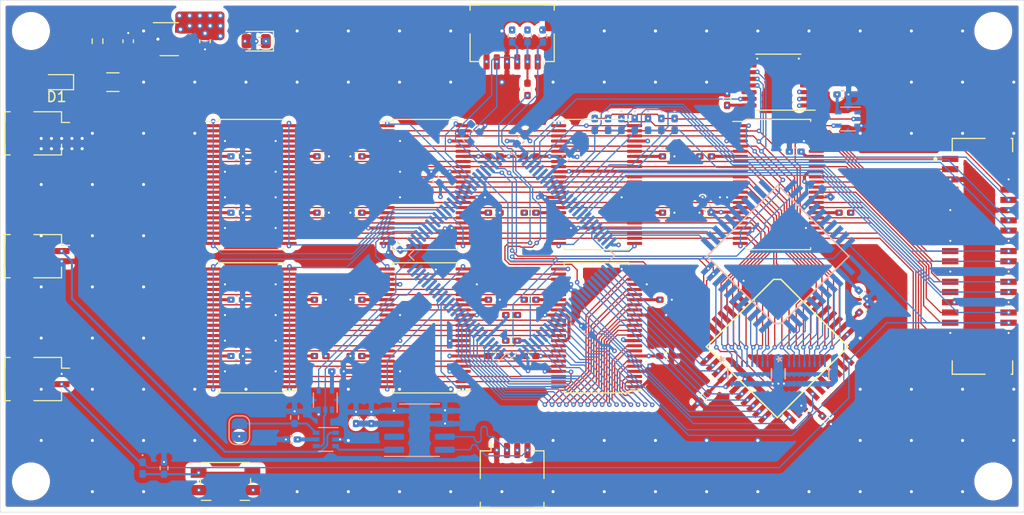
<source format=kicad_pcb>
(kicad_pcb (version 20171130) (host pcbnew "(5.1.7-0-10_14)")
  (layers (0 F.Cu signal) (1 In1.Cu power) (2 In2.Cu power) (31 B.Cu signal) (34 B.Paste user) (35 F.Paste user) (36 B.SilkS user) (37 F.SilkS user) (38 B.Mask user) (39 F.Mask user) (44 Edge.Cuts user))
  (net 0 "")
  (net 1 "Net-(C1-Pad1)")
  (net 2 GND)
  (net 3 +3V3)
  (net 4 "Net-(C3-Pad1)")
  (net 5 "Net-(D1-Pad1)")
  (net 6 VCC)
  (net 7 "Net-(D2-Pad2)")
  (net 8 /RESET)
  (net 9 "Net-(D3-Pad1)")
  (net 10 /IO_OUT)
  (net 11 /IO_OUTB)
  (net 12 /IO_IN)
  (net 13 /IO_INB)
  (net 14 /IO_ADDR_IN)
  (net 15 "Net-(F1-Pad1)")
  (net 16 /ALU_TDI)
  (net 17 "Net-(J3-Pad2)")
  (net 18 /TMS)
  (net 19 /TCK)
  (net 20 SDA)
  (net 21 SCL)
  (net 22 EXT_CLK)
  (net 23 EXT_CLK_SELECT)
  (net 24 /CTRL_TDO)
  (net 25 BUS1)
  (net 26 BUS2)
  (net 27 BUS3)
  (net 28 BUS4)
  (net 29 BUS5)
  (net 30 BUS6)
  (net 31 BUS7)
  (net 32 BUS8)
  (net 33 BUS16)
  (net 34 BUS15)
  (net 35 BUS14)
  (net 36 BUS13)
  (net 37 BUS12)
  (net 38 BUS11)
  (net 39 BUS10)
  (net 40 BUS9)
  (net 41 /OP_IN)
  (net 42 /OP1)
  (net 43 /OP2)
  (net 44 /OP3)
  (net 45 /OP4)
  (net 46 /FLAG_ZERO)
  (net 47 /FLAG_NEG)
  (net 48 /FLAG_CARRY)
  (net 49 /FLAG_OVERFLOW)
  (net 50 /ALU_TDO)
  (net 51 /ALU_OUT_I)
  (net 52 /A_IN)
  (net 53 /B_IN)
  (net 54 "Net-(U5-Pad25)")
  (net 55 /IO/IO16)
  (net 56 /IO/IO15)
  (net 57 /IO/IO14)
  (net 58 /IO/IO13)
  (net 59 /IO/IO12)
  (net 60 /IO/IO11)
  (net 61 /IO/IO10)
  (net 62 /IO/IO9)
  (net 63 /IO/IO8)
  (net 64 /IO/IO7)
  (net 65 /IO/IO6)
  (net 66 /IO/IO5)
  (net 67 /IO/IO4)
  (net 68 /IO/IO3)
  (net 69 /IO/IO2)
  (net 70 /IO/IO1)
  (net 71 /IO/INT0)
  (net 72 /IO/INT1)
  (net 73 /IO/INT2)
  (net 74 "Net-(U6-Pad7)")
  (net 75 "Net-(U6-Pad10)")
  (net 76 /INT_OUT_I)
  (net 77 "Net-(U7-Pad1)")
  (net 78 /PC_IN)
  (net 79 /PC_COUNT)
  (net 80 /PC_OUT_I)
  (net 81 /CTRL_TDI)
  (net 82 "Net-(U8-Pad18)")
  (net 83 "Net-(U8-Pad16)")
  (net 84 /REG1_OUT_L_I)
  (net 85 /REG1_OUT_H_I)
  (net 86 /REG1_IN_H)
  (net 87 /REG1_IN_L)
  (net 88 /REG2_OUT_L_I)
  (net 89 /REG2_OUT_H_I)
  (net 90 /REG2_IN_H)
  (net 91 /REG2_IN_L)
  (net 92 /REG3_IN_L)
  (net 93 /REG3_IN_H)
  (net 94 /REG3_OUT_H_I)
  (net 95 /REG3_OUT_L_I)
  (net 96 /SP_IN)
  (net 97 /SP_OUT_I)
  (net 98 /BP_OUT_I)
  (net 99 /BP_IN)
  (net 100 /Clocks/CLK)
  (net 101 /Clocks/CLK_I)
  (net 102 "/Control Logic/IR11")
  (net 103 "/Control Logic/IR12")
  (net 104 "/Control Logic/IR13")
  (net 105 "/Control Logic/IR14")
  (net 106 "/Control Logic/IR15")
  (net 107 "/Control Logic/IR16")
  (net 108 /INT)
  (net 109 /RST_INT)
  (net 110 /PERIPH_MEM_SPACE)
  (net 111 "/Control Logic/INSTR_IN")
  (net 112 "/Control Logic/IR1")
  (net 113 "/Control Logic/IR2")
  (net 114 "/Control Logic/IR3")
  (net 115 "/Control Logic/IR4")
  (net 116 "/Control Logic/IR5")
  (net 117 "/Control Logic/IR6")
  (net 118 "/Control Logic/IR7")
  (net 119 "/Control Logic/IR8")
  (net 120 "/Control Logic/IR9")
  (net 121 "/Control Logic/IR10")
  (net 122 INT_CLK)
  (net 123 "Net-(U16-Pad2)")
  (net 124 "Net-(U18-Pad1)")
  (net 125 "Net-(D4-Pad1)")
  (net 126 "Net-(U8-Pad19)")
  (net 127 "Net-(U8-Pad20)")
  (net 128 "Net-(U8-Pad21)")
  (net 129 "Net-(U8-Pad22)")
  (net 130 "Net-(U8-Pad23)")
  (net 131 "Net-(U8-Pad29)")
  (net 132 "Net-(U8-Pad30)")
  (net 133 "Net-(U8-Pad31)")
  (net 134 "Net-(U8-Pad32)")
  (net 135 "Net-(U1-Pad4)")
  (net 136 "Net-(D10-Pad1)")
  (net 137 "Net-(U4-Pad28)")
  (net 138 "Net-(U4-Pad29)")
  (net 139 "Net-(U4-Pad30)")
  (net 140 "Net-(U4-Pad31)")
  (net 141 "Net-(U4-Pad32)")
  (net 142 "Net-(U14-Pad13)")
  (net 143 "Net-(U14-Pad15)")
  (net 144 "Net-(U14-Pad46)")
  (net 145 "Net-(U14-Pad49)")
  (net 146 "Net-(U8-Pad27)")
  (net 147 "Net-(U8-Pad28)")
  (net 148 "Net-(U8-Pad34)")
  (net 149 "Net-(U14-Pad37)")
  (net 150 "Net-(U14-Pad39)")
  (net 151 "Net-(U14-Pad40)")
  (net 152 "Net-(U14-Pad12)")
  (net 153 "Net-(U14-Pad19)")
  (net 154 "Net-(U14-Pad20)")
  (net 155 "Net-(U14-Pad23)")
  (net 156 "Net-(U14-Pad24)")
  (net 157 "Net-(U14-Pad25)")
  (net 158 "Net-(U14-Pad36)")
  (net 159 "Net-(U14-Pad14)")
  (net 160 "Net-(U14-Pad41)")
  (net 161 "Net-(U14-Pad50)")
  (net 162 "Net-(U14-Pad55)")
  (net 163 "Net-(U14-Pad56)")
  (net 164 "Net-(U14-Pad58)")
  (net 165 "Net-(U14-Pad59)")
  (module Package_SO:TSSOP-48_6.1x12.5mm_P0.5mm (layer F.Cu) (at 77.5 95)
    (fp_text reference U10)
    (fp_text value 74LVC16374ADGG,112)
    (pad 48 smd roundrect (at 3.7125 -5.75) (size 1.475 0.3) (layers F.Cu F.Paste F.Mask) (net 91 /REG2_IN_L))
    (pad 47 smd roundrect (at 3.7125 -5.25) (size 1.475 0.3) (layers F.Cu F.Paste F.Mask) (net 25 BUS1))
    (pad 46 smd roundrect (at 3.7125 -4.75) (size 1.475 0.3) (layers F.Cu F.Paste F.Mask) (net 26 BUS2))
    (pad 45 smd roundrect (at 3.7125 -4.25) (size 1.475 0.3) (layers F.Cu F.Paste F.Mask) (net 2 GND))
    (pad 44 smd roundrect (at 3.7125 -3.75) (size 1.475 0.3) (layers F.Cu F.Paste F.Mask) (net 27 BUS3))
    (pad 43 smd roundrect (at 3.7125 -3.25) (size 1.475 0.3) (layers F.Cu F.Paste F.Mask) (net 28 BUS4))
    (pad 42 smd roundrect (at 3.7125 -2.75) (size 1.475 0.3) (layers F.Cu F.Paste F.Mask) (net 3 +3V3))
    (pad 41 smd roundrect (at 3.7125 -2.25) (size 1.475 0.3) (layers F.Cu F.Paste F.Mask) (net 29 BUS5))
    (pad 40 smd roundrect (at 3.7125 -1.75) (size 1.475 0.3) (layers F.Cu F.Paste F.Mask) (net 30 BUS6))
    (pad 39 smd roundrect (at 3.7125 -1.25) (size 1.475 0.3) (layers F.Cu F.Paste F.Mask) (net 2 GND))
    (pad 38 smd roundrect (at 3.7125 -0.75) (size 1.475 0.3) (layers F.Cu F.Paste F.Mask) (net 31 BUS7))
    (pad 37 smd roundrect (at 3.7125 -0.25) (size 1.475 0.3) (layers F.Cu F.Paste F.Mask) (net 32 BUS8))
    (pad 36 smd roundrect (at 3.7125 0.25) (size 1.475 0.3) (layers F.Cu F.Paste F.Mask) (net 40 BUS9))
    (pad 35 smd roundrect (at 3.7125 0.75) (size 1.475 0.3) (layers F.Cu F.Paste F.Mask) (net 39 BUS10))
    (pad 34 smd roundrect (at 3.7125 1.25) (size 1.475 0.3) (layers F.Cu F.Paste F.Mask) (net 2 GND))
    (pad 33 smd roundrect (at 3.7125 1.75) (size 1.475 0.3) (layers F.Cu F.Paste F.Mask) (net 38 BUS11))
    (pad 32 smd roundrect (at 3.7125 2.25) (size 1.475 0.3) (layers F.Cu F.Paste F.Mask) (net 37 BUS12))
    (pad 31 smd roundrect (at 3.7125 2.75) (size 1.475 0.3) (layers F.Cu F.Paste F.Mask) (net 3 +3V3))
    (pad 30 smd roundrect (at 3.7125 3.25) (size 1.475 0.3) (layers F.Cu F.Paste F.Mask) (net 36 BUS13))
    (pad 29 smd roundrect (at 3.7125 3.75) (size 1.475 0.3) (layers F.Cu F.Paste F.Mask) (net 35 BUS14))
    (pad 28 smd roundrect (at 3.7125 4.25) (size 1.475 0.3) (layers F.Cu F.Paste F.Mask) (net 2 GND))
    (pad 27 smd roundrect (at 3.7125 4.75) (size 1.475 0.3) (layers F.Cu F.Paste F.Mask) (net 34 BUS15))
    (pad 26 smd roundrect (at 3.7125 5.25) (size 1.475 0.3) (layers F.Cu F.Paste F.Mask) (net 33 BUS16))
    (pad 25 smd roundrect (at 3.7125 5.75) (size 1.475 0.3) (layers F.Cu F.Paste F.Mask) (net 90 /REG2_IN_H))
    (pad 24 smd roundrect (at -3.7125 5.75) (size 1.475 0.3) (layers F.Cu F.Paste F.Mask) (net 89 /REG2_OUT_H_I))
    (pad 23 smd roundrect (at -3.7125 5.25) (size 1.475 0.3) (layers F.Cu F.Paste F.Mask) (net 33 BUS16))
    (pad 22 smd roundrect (at -3.7125 4.75) (size 1.475 0.3) (layers F.Cu F.Paste F.Mask) (net 34 BUS15))
    (pad 21 smd roundrect (at -3.7125 4.25) (size 1.475 0.3) (layers F.Cu F.Paste F.Mask) (net 2 GND))
    (pad 20 smd roundrect (at -3.7125 3.75) (size 1.475 0.3) (layers F.Cu F.Paste F.Mask) (net 35 BUS14))
    (pad 19 smd roundrect (at -3.7125 3.25) (size 1.475 0.3) (layers F.Cu F.Paste F.Mask) (net 36 BUS13))
    (pad 18 smd roundrect (at -3.7125 2.75) (size 1.475 0.3) (layers F.Cu F.Paste F.Mask) (net 3 +3V3))
    (pad 17 smd roundrect (at -3.7125 2.25) (size 1.475 0.3) (layers F.Cu F.Paste F.Mask) (net 37 BUS12))
    (pad 16 smd roundrect (at -3.7125 1.75) (size 1.475 0.3) (layers F.Cu F.Paste F.Mask) (net 38 BUS11))
    (pad 15 smd roundrect (at -3.7125 1.25) (size 1.475 0.3) (layers F.Cu F.Paste F.Mask) (net 2 GND))
    (pad 14 smd roundrect (at -3.7125 0.75) (size 1.475 0.3) (layers F.Cu F.Paste F.Mask) (net 39 BUS10))
    (pad 13 smd roundrect (at -3.7125 0.25) (size 1.475 0.3) (layers F.Cu F.Paste F.Mask) (net 40 BUS9))
    (pad 12 smd roundrect (at -3.7125 -0.25) (size 1.475 0.3) (layers F.Cu F.Paste F.Mask) (net 32 BUS8))
    (pad 11 smd roundrect (at -3.7125 -0.75) (size 1.475 0.3) (layers F.Cu F.Paste F.Mask) (net 31 BUS7))
    (pad 10 smd roundrect (at -3.7125 -1.25) (size 1.475 0.3) (layers F.Cu F.Paste F.Mask) (net 2 GND))
    (pad 9 smd roundrect (at -3.7125 -1.75) (size 1.475 0.3) (layers F.Cu F.Paste F.Mask) (net 30 BUS6))
    (pad 8 smd roundrect (at -3.7125 -2.25) (size 1.475 0.3) (layers F.Cu F.Paste F.Mask) (net 29 BUS5))
    (pad 7 smd roundrect (at -3.7125 -2.75) (size 1.475 0.3) (layers F.Cu F.Paste F.Mask) (net 3 +3V3))
    (pad 6 smd roundrect (at -3.7125 -3.25) (size 1.475 0.3) (layers F.Cu F.Paste F.Mask) (net 28 BUS4))
    (pad 5 smd roundrect (at -3.7125 -3.75) (size 1.475 0.3) (layers F.Cu F.Paste F.Mask) (net 27 BUS3))
    (pad 4 smd roundrect (at -3.7125 -4.25) (size 1.475 0.3) (layers F.Cu F.Paste F.Mask) (net 2 GND))
    (pad 3 smd roundrect (at -3.7125 -4.75) (size 1.475 0.3) (layers F.Cu F.Paste F.Mask) (net 26 BUS2))
    (pad 2 smd roundrect (at -3.7125 -5.25) (size 1.475 0.3) (layers F.Cu F.Paste F.Mask) (net 25 BUS1))
    (pad 1 smd roundrect (at -3.7125 -5.75) (size 1.475 0.3) (layers F.Cu F.Paste F.Mask) (net 88 /REG2_OUT_L_I))
  )
  (module Package_QFP:TQFP-100_14x14mm_P0.5mm (layer B.Cu) (at 85.970711 101.90707 45)
    (fp_text reference U14)
    (fp_text value XC95144XL-10TQ100C)
    (pad 1 smd roundrect (at -7.6625 6 45) (size 1.475 0.3) (layers B.Cu B.Paste B.Mask) (net 118 "/Control Logic/IR7"))
    (pad 2 smd roundrect (at -7.6625 5.5 45) (size 1.475 0.3) (layers B.Cu B.Paste B.Mask) (net 119 "/Control Logic/IR8"))
    (pad 3 smd roundrect (at -7.6625 5 45) (size 1.475 0.3) (layers B.Cu B.Paste B.Mask) (net 120 "/Control Logic/IR9"))
    (pad 4 smd roundrect (at -7.6625 4.5 45) (size 1.475 0.3) (layers B.Cu B.Paste B.Mask) (net 121 "/Control Logic/IR10"))
    (pad 5 smd roundrect (at -7.6625 4 45) (size 1.475 0.3) (layers B.Cu B.Paste B.Mask) (net 3 +3V3))
    (pad 6 smd roundrect (at -7.6625 3.5 45) (size 1.475 0.3) (layers B.Cu B.Paste B.Mask) (net 102 "/Control Logic/IR11"))
    (pad 7 smd roundrect (at -7.6625 3 45) (size 1.475 0.3) (layers B.Cu B.Paste B.Mask) (net 103 "/Control Logic/IR12"))
    (pad 8 smd roundrect (at -7.6625 2.5 45) (size 1.475 0.3) (layers B.Cu B.Paste B.Mask) (net 104 "/Control Logic/IR13"))
    (pad 9 smd roundrect (at -7.6625 2 45) (size 1.475 0.3) (layers B.Cu B.Paste B.Mask) (net 105 "/Control Logic/IR14"))
    (pad 10 smd roundrect (at -7.6625 1.5 45) (size 1.475 0.3) (layers B.Cu B.Paste B.Mask) (net 106 "/Control Logic/IR15"))
    (pad 11 smd roundrect (at -7.6625 1 45) (size 1.475 0.3) (layers B.Cu B.Paste B.Mask) (net 107 "/Control Logic/IR16"))
    (pad 12 smd roundrect (at -7.6625 0.5 45) (size 1.475 0.3) (layers B.Cu B.Paste B.Mask) (net 152 "Net-(U14-Pad12)"))
    (pad 13 smd roundrect (at -7.6625 0 45) (size 1.475 0.3) (layers B.Cu B.Paste B.Mask) (net 142 "Net-(U14-Pad13)"))
    (pad 14 smd roundrect (at -7.6625 -0.5 45) (size 1.475 0.3) (layers B.Cu B.Paste B.Mask) (net 159 "Net-(U14-Pad14)"))
    (pad 15 smd roundrect (at -7.6625 -1 45) (size 1.475 0.3) (layers B.Cu B.Paste B.Mask) (net 143 "Net-(U14-Pad15)"))
    (pad 16 smd roundrect (at -7.6625 -1.5 45) (size 1.475 0.3) (layers B.Cu B.Paste B.Mask) (net 84 /REG1_OUT_L_I))
    (pad 17 smd roundrect (at -7.6625 -2 45) (size 1.475 0.3) (layers B.Cu B.Paste B.Mask) (net 87 /REG1_IN_L))
    (pad 18 smd roundrect (at -7.6625 -2.5 45) (size 1.475 0.3) (layers B.Cu B.Paste B.Mask) (net 85 /REG1_OUT_H_I))
    (pad 19 smd roundrect (at -7.6625 -3 45) (size 1.475 0.3) (layers B.Cu B.Paste B.Mask) (net 153 "Net-(U14-Pad19)"))
    (pad 20 smd roundrect (at -7.6625 -3.5 45) (size 1.475 0.3) (layers B.Cu B.Paste B.Mask) (net 154 "Net-(U14-Pad20)"))
    (pad 21 smd roundrect (at -7.6625 -4 45) (size 1.475 0.3) (layers B.Cu B.Paste B.Mask) (net 2 GND))
    (pad 22 smd roundrect (at -7.6625 -4.5 45) (size 1.475 0.3) (layers B.Cu B.Paste B.Mask) (net 100 /Clocks/CLK))
    (pad 23 smd roundrect (at -7.6625 -5 45) (size 1.475 0.3) (layers B.Cu B.Paste B.Mask) (net 155 "Net-(U14-Pad23)"))
    (pad 24 smd roundrect (at -7.6625 -5.5 45) (size 1.475 0.3) (layers B.Cu B.Paste B.Mask) (net 156 "Net-(U14-Pad24)"))
    (pad 25 smd roundrect (at -7.6625 -6 45) (size 1.475 0.3) (layers B.Cu B.Paste B.Mask) (net 157 "Net-(U14-Pad25)"))
    (pad 26 smd roundrect (at -6 -7.6625 45) (size 0.3 1.475) (layers B.Cu B.Paste B.Mask) (net 3 +3V3))
    (pad 27 smd roundrect (at -5.5 -7.6625 45) (size 0.3 1.475) (layers B.Cu B.Paste B.Mask) (net 101 /Clocks/CLK_I))
    (pad 28 smd roundrect (at -5 -7.6625 45) (size 0.3 1.475) (layers B.Cu B.Paste B.Mask) (net 89 /REG2_OUT_H_I))
    (pad 29 smd roundrect (at -4.5 -7.6625 45) (size 0.3 1.475) (layers B.Cu B.Paste B.Mask) (net 86 /REG1_IN_H))
    (pad 30 smd roundrect (at -4 -7.6625 45) (size 0.3 1.475) (layers B.Cu B.Paste B.Mask) (net 98 /BP_OUT_I))
    (pad 31 smd roundrect (at -3.5 -7.6625 45) (size 0.3 1.475) (layers B.Cu B.Paste B.Mask) (net 2 GND))
    (pad 32 smd roundrect (at -3 -7.6625 45) (size 0.3 1.475) (layers B.Cu B.Paste B.Mask) (net 99 /BP_IN))
    (pad 33 smd roundrect (at -2.5 -7.6625 45) (size 0.3 1.475) (layers B.Cu B.Paste B.Mask) (net 97 /SP_OUT_I))
    (pad 34 smd roundrect (at -2 -7.6625 45) (size 0.3 1.475) (layers B.Cu B.Paste B.Mask) (net 96 /SP_IN))
    (pad 35 smd roundrect (at -1.5 -7.6625 45) (size 0.3 1.475) (layers B.Cu B.Paste B.Mask) (net 90 /REG2_IN_H))
    (pad 36 smd roundrect (at -1 -7.6625 45) (size 0.3 1.475) (layers B.Cu B.Paste B.Mask) (net 158 "Net-(U14-Pad36)"))
    (pad 37 smd roundrect (at -0.5 -7.6625 45) (size 0.3 1.475) (layers B.Cu B.Paste B.Mask) (net 149 "Net-(U14-Pad37)"))
    (pad 38 smd roundrect (at 0 -7.6625 45) (size 0.3 1.475) (layers B.Cu B.Paste B.Mask) (net 3 +3V3))
    (pad 39 smd roundrect (at 0.5 -7.6625 45) (size 0.3 1.475) (layers B.Cu B.Paste B.Mask) (net 150 "Net-(U14-Pad39)"))
    (pad 40 smd roundrect (at 1 -7.6625 45) (size 0.3 1.475) (layers B.Cu B.Paste B.Mask) (net 151 "Net-(U14-Pad40)"))
    (pad 41 smd roundrect (at 1.5 -7.6625 45) (size 0.3 1.475) (layers B.Cu B.Paste B.Mask) (net 160 "Net-(U14-Pad41)"))
    (pad 42 smd roundrect (at 2 -7.6625 45) (size 0.3 1.475) (layers B.Cu B.Paste B.Mask) (net 88 /REG2_OUT_L_I))
    (pad 43 smd roundrect (at 2.5 -7.6625 45) (size 0.3 1.475) (layers B.Cu B.Paste B.Mask) (net 91 /REG2_IN_L))
    (pad 44 smd roundrect (at 3 -7.6625 45) (size 0.3 1.475) (layers B.Cu B.Paste B.Mask) (net 2 GND))
    (pad 45 smd roundrect (at 3.5 -7.6625 45) (size 0.3 1.475) (layers B.Cu B.Paste B.Mask) (net 81 /CTRL_TDI))
    (pad 46 smd roundrect (at 4 -7.6625 45) (size 0.3 1.475) (layers B.Cu B.Paste B.Mask) (net 144 "Net-(U14-Pad46)"))
    (pad 47 smd roundrect (at 4.5 -7.6625 45) (size 0.3 1.475) (layers B.Cu B.Paste B.Mask) (net 18 /TMS))
    (pad 48 smd roundrect (at 5 -7.6625 45) (size 0.3 1.475) (layers B.Cu B.Paste B.Mask) (net 19 /TCK))
    (pad 49 smd roundrect (at 5.5 -7.6625 45) (size 0.3 1.475) (layers B.Cu B.Paste B.Mask) (net 145 "Net-(U14-Pad49)"))
    (pad 50 smd roundrect (at 6 -7.6625 45) (size 0.3 1.475) (layers B.Cu B.Paste B.Mask) (net 161 "Net-(U14-Pad50)"))
    (pad 51 smd roundrect (at 7.6625 -6 45) (size 1.475 0.3) (layers B.Cu B.Paste B.Mask) (net 3 +3V3))
    (pad 52 smd roundrect (at 7.6625 -5.5 45) (size 1.475 0.3) (layers B.Cu B.Paste B.Mask) (net 76 /INT_OUT_I))
    (pad 53 smd roundrect (at 7.6625 -5 45) (size 1.475 0.3) (layers B.Cu B.Paste B.Mask) (net 95 /REG3_OUT_L_I))
    (pad 54 smd roundrect (at 7.6625 -4.5 45) (size 1.475 0.3) (layers B.Cu B.Paste B.Mask) (net 92 /REG3_IN_L))
    (pad 55 smd roundrect (at 7.6625 -4 45) (size 1.475 0.3) (layers B.Cu B.Paste B.Mask) (net 162 "Net-(U14-Pad55)"))
    (pad 56 smd roundrect (at 7.6625 -3.5 45) (size 1.475 0.3) (layers B.Cu B.Paste B.Mask) (net 163 "Net-(U14-Pad56)"))
    (pad 57 smd roundrect (at 7.6625 -3 45) (size 1.475 0.3) (layers B.Cu B.Paste B.Mask) (net 3 +3V3))
    (pad 58 smd roundrect (at 7.6625 -2.5 45) (size 1.475 0.3) (layers B.Cu B.Paste B.Mask) (net 164 "Net-(U14-Pad58)"))
    (pad 59 smd roundrect (at 7.6625 -2 45) (size 1.475 0.3) (layers B.Cu B.Paste B.Mask) (net 165 "Net-(U14-Pad59)"))
    (pad 60 smd roundrect (at 7.6625 -1.5 45) (size 1.475 0.3) (layers B.Cu B.Paste B.Mask) (net 14 /IO_ADDR_IN))
    (pad 61 smd roundrect (at 7.6625 -1 45) (size 1.475 0.3) (layers B.Cu B.Paste B.Mask) (net 10 /IO_OUT))
    (pad 62 smd roundrect (at 7.6625 -0.5 45) (size 1.475 0.3) (layers B.Cu B.Paste B.Mask) (net 2 GND))
    (pad 63 smd roundrect (at 7.6625 0 45) (size 1.475 0.3) (layers B.Cu B.Paste B.Mask) (net 12 /IO_IN))
    (pad 64 smd roundrect (at 7.6625 0.5 45) (size 1.475 0.3) (layers B.Cu B.Paste B.Mask) (net 11 /IO_OUTB))
    (pad 65 smd roundrect (at 7.6625 1 45) (size 1.475 0.3) (layers B.Cu B.Paste B.Mask) (net 13 /IO_INB))
    (pad 66 smd roundrect (at 7.6625 1.5 45) (size 1.475 0.3) (layers B.Cu B.Paste B.Mask) (net 108 /INT))
    (pad 67 smd roundrect (at 7.6625 2 45) (size 1.475 0.3) (layers B.Cu B.Paste B.Mask) (net 109 /RST_INT))
    (pad 68 smd roundrect (at 7.6625 2.5 45) (size 1.475 0.3) (layers B.Cu B.Paste B.Mask) (net 110 /PERIPH_MEM_SPACE))
    (pad 69 smd roundrect (at 7.6625 3 45) (size 1.475 0.3) (layers B.Cu B.Paste B.Mask) (net 2 GND))
    (pad 70 smd roundrect (at 7.6625 3.5 45) (size 1.475 0.3) (layers B.Cu B.Paste B.Mask) (net 94 /REG3_OUT_H_I))
    (pad 71 smd roundrect (at 7.6625 4 45) (size 1.475 0.3) (layers B.Cu B.Paste B.Mask) (net 93 /REG3_IN_H))
    (pad 72 smd roundrect (at 7.6625 4.5 45) (size 1.475 0.3) (layers B.Cu B.Paste B.Mask) (net 78 /PC_IN))
    (pad 73 smd roundrect (at 7.6625 5 45) (size 1.475 0.3) (layers B.Cu B.Paste B.Mask) (net 79 /PC_COUNT))
    (pad 74 smd roundrect (at 7.6625 5.5 45) (size 1.475 0.3) (layers B.Cu B.Paste B.Mask) (net 80 /PC_OUT_I))
    (pad 75 smd roundrect (at 7.6625 6 45) (size 1.475 0.3) (layers B.Cu B.Paste B.Mask) (net 2 GND))
    (pad 76 smd roundrect (at 6 7.6625 45) (size 0.3 1.475) (layers B.Cu B.Paste B.Mask) (net 46 /FLAG_ZERO))
    (pad 77 smd roundrect (at 5.5 7.6625 45) (size 0.3 1.475) (layers B.Cu B.Paste B.Mask) (net 47 /FLAG_NEG))
    (pad 78 smd roundrect (at 5 7.6625 45) (size 0.3 1.475) (layers B.Cu B.Paste B.Mask) (net 48 /FLAG_CARRY))
    (pad 79 smd roundrect (at 4.5 7.6625 45) (size 0.3 1.475) (layers B.Cu B.Paste B.Mask) (net 49 /FLAG_OVERFLOW))
    (pad 80 smd roundrect (at 4 7.6625 45) (size 0.3 1.475) (layers B.Cu B.Paste B.Mask) (net 41 /OP_IN))
    (pad 81 smd roundrect (at 3.5 7.6625 45) (size 0.3 1.475) (layers B.Cu B.Paste B.Mask) (net 45 /OP4))
    (pad 82 smd roundrect (at 3 7.6625 45) (size 0.3 1.475) (layers B.Cu B.Paste B.Mask) (net 44 /OP3))
    (pad 83 smd roundrect (at 2.5 7.6625 45) (size 0.3 1.475) (layers B.Cu B.Paste B.Mask) (net 24 /CTRL_TDO))
    (pad 84 smd roundrect (at 2 7.6625 45) (size 0.3 1.475) (layers B.Cu B.Paste B.Mask) (net 2 GND))
    (pad 85 smd roundrect (at 1.5 7.6625 45) (size 0.3 1.475) (layers B.Cu B.Paste B.Mask) (net 43 /OP2))
    (pad 86 smd roundrect (at 1 7.6625 45) (size 0.3 1.475) (layers B.Cu B.Paste B.Mask) (net 42 /OP1))
    (pad 87 smd roundrect (at 0.5 7.6625 45) (size 0.3 1.475) (layers B.Cu B.Paste B.Mask) (net 53 /B_IN))
    (pad 88 smd roundrect (at 0 7.6625 45) (size 0.3 1.475) (layers B.Cu B.Paste B.Mask) (net 3 +3V3))
    (pad 89 smd roundrect (at -0.5 7.6625 45) (size 0.3 1.475) (layers B.Cu B.Paste B.Mask) (net 52 /A_IN))
    (pad 90 smd roundrect (at -1 7.6625 45) (size 0.3 1.475) (layers B.Cu B.Paste B.Mask) (net 51 /ALU_OUT_I))
    (pad 91 smd roundrect (at -1.5 7.6625 45) (size 0.3 1.475) (layers B.Cu B.Paste B.Mask) (net 112 "/Control Logic/IR1"))
    (pad 92 smd roundrect (at -2 7.6625 45) (size 0.3 1.475) (layers B.Cu B.Paste B.Mask) (net 113 "/Control Logic/IR2"))
    (pad 93 smd roundrect (at -2.5 7.6625 45) (size 0.3 1.475) (layers B.Cu B.Paste B.Mask) (net 114 "/Control Logic/IR3"))
    (pad 94 smd roundrect (at -3 7.6625 45) (size 0.3 1.475) (layers B.Cu B.Paste B.Mask) (net 115 "/Control Logic/IR4"))
    (pad 95 smd roundrect (at -3.5 7.6625 45) (size 0.3 1.475) (layers B.Cu B.Paste B.Mask) (net 116 "/Control Logic/IR5"))
    (pad 96 smd roundrect (at -4 7.6625 45) (size 0.3 1.475) (layers B.Cu B.Paste B.Mask) (net 117 "/Control Logic/IR6"))
    (pad 97 smd roundrect (at -4.5 7.6625 45) (size 0.3 1.475) (layers B.Cu B.Paste B.Mask) (net 111 "/Control Logic/INSTR_IN"))
    (pad 98 smd roundrect (at -5 7.6625 45) (size 0.3 1.475) (layers B.Cu B.Paste B.Mask) (net 3 +3V3))
    (pad 99 smd roundrect (at -5.5 7.6625 45) (size 0.3 1.475) (layers B.Cu B.Paste B.Mask) (net 8 /RESET))
    (pad 100 smd roundrect (at -6 7.6625 45) (size 0.3 1.475) (layers B.Cu B.Paste B.Mask) (net 2 GND))
  )
  (module Package_QFP:VQFP-44 (layer F.Cu) (at 111.9 110.843016 225)
    (fp_text reference U4)
    (fp_text value XC9572XL-10VQG44C)
    (pad 1 smd rect (at -4 5.7 225) (size 0.5 1.5) (layers F.Cu F.Paste F.Mask) (net 39 BUS10))
    (pad 2 smd rect (at -3.2 5.7 225) (size 0.5 1.5) (layers F.Cu F.Paste F.Mask) (net 38 BUS11))
    (pad 3 smd rect (at -2.4 5.7 225) (size 0.5 1.5) (layers F.Cu F.Paste F.Mask) (net 37 BUS12))
    (pad 4 smd rect (at -1.6 5.7 225) (size 0.5 1.5) (layers F.Cu F.Paste F.Mask) (net 2 GND))
    (pad 5 smd rect (at -0.8 5.7 225) (size 0.5 1.5) (layers F.Cu F.Paste F.Mask) (net 36 BUS13))
    (pad 6 smd rect (at 0 5.7 225) (size 0.5 1.5) (layers F.Cu F.Paste F.Mask) (net 35 BUS14))
    (pad 7 smd rect (at 0.8 5.7 225) (size 0.5 1.5) (layers F.Cu F.Paste F.Mask) (net 34 BUS15))
    (pad 8 smd rect (at 1.6 5.7 225) (size 0.5 1.5) (layers F.Cu F.Paste F.Mask) (net 33 BUS16))
    (pad 9 smd rect (at 2.4 5.7 225) (size 0.5 1.5) (layers F.Cu F.Paste F.Mask) (net 16 /ALU_TDI))
    (pad 10 smd rect (at 3.2 5.7 225) (size 0.5 1.5) (layers F.Cu F.Paste F.Mask) (net 18 /TMS))
    (pad 11 smd rect (at 4 5.7 225) (size 0.5 1.5) (layers F.Cu F.Paste F.Mask) (net 19 /TCK))
    (pad 12 smd rect (at 5.7 4 225) (size 1.5 0.5) (layers F.Cu F.Paste F.Mask) (net 46 /FLAG_ZERO))
    (pad 13 smd rect (at 5.7 3.2 225) (size 1.5 0.5) (layers F.Cu F.Paste F.Mask) (net 47 /FLAG_NEG))
    (pad 14 smd rect (at 5.7 2.4 225) (size 1.5 0.5) (layers F.Cu F.Paste F.Mask) (net 48 /FLAG_CARRY))
    (pad 15 smd rect (at 5.7 1.6 225) (size 1.5 0.5) (layers F.Cu F.Paste F.Mask) (net 3 +3V3))
    (pad 16 smd rect (at 5.7 0.8 225) (size 1.5 0.5) (layers F.Cu F.Paste F.Mask) (net 49 /FLAG_OVERFLOW))
    (pad 17 smd rect (at 5.7 0 225) (size 1.5 0.5) (layers F.Cu F.Paste F.Mask) (net 2 GND))
    (pad 18 smd rect (at 5.7 -0.8 225) (size 1.5 0.5) (layers F.Cu F.Paste F.Mask) (net 41 /OP_IN))
    (pad 19 smd rect (at 5.7 -1.6 225) (size 1.5 0.5) (layers F.Cu F.Paste F.Mask) (net 45 /OP4))
    (pad 20 smd rect (at 5.7 -2.4 225) (size 1.5 0.5) (layers F.Cu F.Paste F.Mask) (net 44 /OP3))
    (pad 21 smd rect (at 5.7 -3.2 225) (size 1.5 0.5) (layers F.Cu F.Paste F.Mask) (net 43 /OP2))
    (pad 22 smd rect (at 5.7 -4 225) (size 1.5 0.5) (layers F.Cu F.Paste F.Mask) (net 42 /OP1))
    (pad 23 smd rect (at 4 -5.7 225) (size 0.5 1.5) (layers F.Cu F.Paste F.Mask) (net 53 /B_IN))
    (pad 24 smd rect (at 3.2 -5.7 225) (size 0.5 1.5) (layers F.Cu F.Paste F.Mask) (net 50 /ALU_TDO))
    (pad 25 smd rect (at 2.4 -5.7 225) (size 0.5 1.5) (layers F.Cu F.Paste F.Mask) (net 2 GND))
    (pad 26 smd rect (at 1.6 -5.7 225) (size 0.5 1.5) (layers F.Cu F.Paste F.Mask) (net 3 +3V3))
    (pad 27 smd rect (at 0.8 -5.7 225) (size 0.5 1.5) (layers F.Cu F.Paste F.Mask) (net 52 /A_IN))
    (pad 28 smd rect (at 0 -5.7 225) (size 0.5 1.5) (layers F.Cu F.Paste F.Mask) (net 137 "Net-(U4-Pad28)"))
    (pad 29 smd rect (at -0.8 -5.7 225) (size 0.5 1.5) (layers F.Cu F.Paste F.Mask) (net 138 "Net-(U4-Pad29)"))
    (pad 30 smd rect (at -1.6 -5.7 225) (size 0.5 1.5) (layers F.Cu F.Paste F.Mask) (net 139 "Net-(U4-Pad30)"))
    (pad 31 smd rect (at -2.4 -5.7 225) (size 0.5 1.5) (layers F.Cu F.Paste F.Mask) (net 140 "Net-(U4-Pad31)"))
    (pad 32 smd rect (at -3.2 -5.7 225) (size 0.5 1.5) (layers F.Cu F.Paste F.Mask) (net 141 "Net-(U4-Pad32)"))
    (pad 33 smd rect (at -4 -5.7 225) (size 0.5 1.5) (layers F.Cu F.Paste F.Mask) (net 8 /RESET))
    (pad 34 smd rect (at -5.7 -4 225) (size 1.5 0.5) (layers F.Cu F.Paste F.Mask) (net 51 /ALU_OUT_I))
    (pad 35 smd rect (at -5.7 -3.2 225) (size 1.5 0.5) (layers F.Cu F.Paste F.Mask) (net 3 +3V3))
    (pad 36 smd rect (at -5.7 -2.4 225) (size 1.5 0.5) (layers F.Cu F.Paste F.Mask) (net 25 BUS1))
    (pad 37 smd rect (at -5.7 -1.6 225) (size 1.5 0.5) (layers F.Cu F.Paste F.Mask) (net 26 BUS2))
    (pad 38 smd rect (at -5.7 -0.8 225) (size 1.5 0.5) (layers F.Cu F.Paste F.Mask) (net 27 BUS3))
    (pad 39 smd rect (at -5.7 0 225) (size 1.5 0.5) (layers F.Cu F.Paste F.Mask) (net 28 BUS4))
    (pad 40 smd rect (at -5.7 0.8 225) (size 1.5 0.5) (layers F.Cu F.Paste F.Mask) (net 29 BUS5))
    (pad 41 smd rect (at -5.7 1.6 225) (size 1.5 0.5) (layers F.Cu F.Paste F.Mask) (net 30 BUS6))
    (pad 42 smd rect (at -5.7 2.4 225) (size 1.5 0.5) (layers F.Cu F.Paste F.Mask) (net 31 BUS7))
    (pad 43 smd rect (at -5.7 3.2 225) (size 1.5 0.5) (layers F.Cu F.Paste F.Mask) (net 32 BUS8))
    (pad 44 smd rect (at -5.7 4 225) (size 1.5 0.5) (layers F.Cu F.Paste F.Mask) (net 40 BUS9))
  )
  (module Diode_SMD:D_0603_1608Metric_Pad1.05x0.95mm_HandSolder (layer F.Cu) (at 41.5 85 180)
    (fp_text reference D1 (at 0 -1.43) (layer F.SilkS))
    (fp_text value D_Schottky_Small)
    (pad 2 smd roundrect (at 0.875 0 180) (size 1.05 0.95) (layers F.Cu F.Paste F.Mask) (net 6 VCC))
    (pad 1 smd roundrect (at -0.875 0 180) (size 1.05 0.95) (layers F.Cu F.Paste F.Mask) (net 5 "Net-(D1-Pad1)"))
  )
  (module Resistor_SMD:R_0402_1005Metric_Pad0.72x0.64mm_HandSolder (layer B.Cu) (at 61.3525 81 180)
    (fp_text reference R8)
    (fp_text value 470)
    (pad 2 smd roundrect (at 0.5975 0 180) (size 0.715 0.64) (layers B.Cu B.Paste B.Mask) (net 2 GND))
    (pad 1 smd roundrect (at -0.5975 0 180) (size 0.715 0.64) (layers B.Cu B.Paste B.Mask) (net 136 "Net-(D10-Pad1)"))
  )
  (module LED_SMD:LED_0805_2012Metric (layer F.Cu) (at 61 81 180)
    (fp_text reference D10)
    (fp_text value LED_Small)
    (pad 2 smd roundrect (at 0.9375 0 180) (size 0.975 1.4) (layers F.Cu F.Paste F.Mask) (net 3 +3V3))
    (pad 1 smd roundrect (at -0.9375 0 180) (size 0.975 1.4) (layers F.Cu F.Paste F.Mask) (net 136 "Net-(D10-Pad1)"))
  )
  (module Package_TO_SOT_SMD:SOT-23-5 (layer F.Cu) (at 52.5 80.8)
    (fp_text reference U1)
    (fp_text value TLV73333PDBV)
    (pad 5 smd rect (at 1.1 -0.95) (size 1.06 0.65) (layers F.Cu F.Paste F.Mask) (net 3 +3V3))
    (pad 4 smd rect (at 1.1 0.95) (size 1.06 0.65) (layers F.Cu F.Paste F.Mask) (net 135 "Net-(U1-Pad4)"))
    (pad 3 smd rect (at -1.1 0.95) (size 1.06 0.65) (layers F.Cu F.Paste F.Mask) (net 1 "Net-(C1-Pad1)"))
    (pad 2 smd rect (at -1.1 0) (size 1.06 0.65) (layers F.Cu F.Paste F.Mask) (net 2 GND))
    (pad 1 smd rect (at -1.1 -0.95) (size 1.06 0.65) (layers F.Cu F.Paste F.Mask) (net 1 "Net-(C1-Pad1)"))
  )
  (module Package_TO_SOT_SMD:SOT-353_SC-70-5 (layer B.Cu) (at 67.75 116.05 90)
    (fp_text reference U18)
    (fp_text value 74LVC1G14GW,125)
    (pad 5 smd rect (at 0.95 0.65 90) (size 0.65 0.4) (layers B.Cu B.Paste B.Mask) (net 3 +3V3))
    (pad 4 smd rect (at 0.95 -0.65 90) (size 0.65 0.4) (layers B.Cu B.Paste B.Mask) (net 101 /Clocks/CLK_I))
    (pad 2 smd rect (at -0.95 0 90) (size 0.65 0.4) (layers B.Cu B.Paste B.Mask) (net 100 /Clocks/CLK))
    (pad 3 smd rect (at -0.95 -0.65 90) (size 0.65 0.4) (layers B.Cu B.Paste B.Mask) (net 2 GND))
    (pad 1 smd rect (at -0.95 0.65 90) (size 0.65 0.4) (layers B.Cu B.Paste B.Mask) (net 124 "Net-(U18-Pad1)"))
  )
  (module Package_TO_SOT_SMD:SOT-363_SC-70-6 (layer B.Cu) (at 67.8 119.9 180)
    (fp_text reference U17)
    (fp_text value 74LVC1G157GC-Q100H)
    (pad 6 smd rect (at 0.95 0.65 180) (size 0.65 0.4) (layers B.Cu B.Paste B.Mask) (net 23 EXT_CLK_SELECT))
    (pad 4 smd rect (at 0.95 -0.65 180) (size 0.65 0.4) (layers B.Cu B.Paste B.Mask) (net 100 /Clocks/CLK))
    (pad 2 smd rect (at -0.95 0 180) (size 0.65 0.4) (layers B.Cu B.Paste B.Mask) (net 2 GND))
    (pad 5 smd rect (at 0.95 0 180) (size 0.65 0.4) (layers B.Cu B.Paste B.Mask) (net 3 +3V3))
    (pad 3 smd rect (at -0.95 -0.65 180) (size 0.65 0.4) (layers B.Cu B.Paste B.Mask) (net 122 INT_CLK))
    (pad 1 smd rect (at -0.95 0.65 180) (size 0.65 0.4) (layers B.Cu B.Paste B.Mask) (net 22 EXT_CLK))
  )
  (module Package_TO_SOT_SMD:SOT-353_SC-70-5 (layer B.Cu) (at 118.8 88.6 180)
    (fp_text reference U7)
    (fp_text value 74LVC1G14GW,125)
    (pad 5 smd rect (at 0.95 0.65 180) (size 0.65 0.4) (layers B.Cu B.Paste B.Mask) (net 3 +3V3))
    (pad 4 smd rect (at 0.95 -0.65 180) (size 0.65 0.4) (layers B.Cu B.Paste B.Mask) (net 54 "Net-(U5-Pad25)"))
    (pad 2 smd rect (at -0.95 0 180) (size 0.65 0.4) (layers B.Cu B.Paste B.Mask) (net 9 "Net-(D3-Pad1)"))
    (pad 3 smd rect (at -0.95 -0.65 180) (size 0.65 0.4) (layers B.Cu B.Paste B.Mask) (net 2 GND))
    (pad 1 smd rect (at -0.95 0.65 180) (size 0.65 0.4) (layers B.Cu B.Paste B.Mask) (net 77 "Net-(U7-Pad1)"))
  )
  (module Package_QFP:VQFP-44 (layer B.Cu) (at 111.962755 102 135)
    (fp_text reference U8)
    (fp_text value XC9536XL-10VQG44C)
    (pad 1 smd rect (at -4 -5.7 135) (size 0.5 1.5) (layers B.Cu B.Paste B.Mask) (net 39 BUS10))
    (pad 2 smd rect (at -3.2 -5.7 135) (size 0.5 1.5) (layers B.Cu B.Paste B.Mask) (net 38 BUS11))
    (pad 3 smd rect (at -2.4 -5.7 135) (size 0.5 1.5) (layers B.Cu B.Paste B.Mask) (net 37 BUS12))
    (pad 4 smd rect (at -1.6 -5.7 135) (size 0.5 1.5) (layers B.Cu B.Paste B.Mask) (net 2 GND))
    (pad 5 smd rect (at -0.8 -5.7 135) (size 0.5 1.5) (layers B.Cu B.Paste B.Mask) (net 36 BUS13))
    (pad 6 smd rect (at 0 -5.7 135) (size 0.5 1.5) (layers B.Cu B.Paste B.Mask) (net 35 BUS14))
    (pad 7 smd rect (at 0.8 -5.7 135) (size 0.5 1.5) (layers B.Cu B.Paste B.Mask) (net 34 BUS15))
    (pad 8 smd rect (at 1.6 -5.7 135) (size 0.5 1.5) (layers B.Cu B.Paste B.Mask) (net 33 BUS16))
    (pad 9 smd rect (at 2.4 -5.7 135) (size 0.5 1.5) (layers B.Cu B.Paste B.Mask) (net 50 /ALU_TDO))
    (pad 10 smd rect (at 3.2 -5.7 135) (size 0.5 1.5) (layers B.Cu B.Paste B.Mask) (net 18 /TMS))
    (pad 11 smd rect (at 4 -5.7 135) (size 0.5 1.5) (layers B.Cu B.Paste B.Mask) (net 19 /TCK))
    (pad 12 smd rect (at 5.7 -4 135) (size 1.5 0.5) (layers B.Cu B.Paste B.Mask) (net 80 /PC_OUT_I))
    (pad 13 smd rect (at 5.7 -3.2 135) (size 1.5 0.5) (layers B.Cu B.Paste B.Mask) (net 79 /PC_COUNT))
    (pad 14 smd rect (at 5.7 -2.4 135) (size 1.5 0.5) (layers B.Cu B.Paste B.Mask) (net 78 /PC_IN))
    (pad 15 smd rect (at 5.7 -1.6 135) (size 1.5 0.5) (layers B.Cu B.Paste B.Mask) (net 3 +3V3))
    (pad 16 smd rect (at 5.7 -0.8 135) (size 1.5 0.5) (layers B.Cu B.Paste B.Mask) (net 83 "Net-(U8-Pad16)"))
    (pad 17 smd rect (at 5.7 0 135) (size 1.5 0.5) (layers B.Cu B.Paste B.Mask) (net 2 GND))
    (pad 18 smd rect (at 5.7 0.8 135) (size 1.5 0.5) (layers B.Cu B.Paste B.Mask) (net 82 "Net-(U8-Pad18)"))
    (pad 19 smd rect (at 5.7 1.6 135) (size 1.5 0.5) (layers B.Cu B.Paste B.Mask) (net 126 "Net-(U8-Pad19)"))
    (pad 20 smd rect (at 5.7 2.4 135) (size 1.5 0.5) (layers B.Cu B.Paste B.Mask) (net 127 "Net-(U8-Pad20)"))
    (pad 21 smd rect (at 5.7 3.2 135) (size 1.5 0.5) (layers B.Cu B.Paste B.Mask) (net 128 "Net-(U8-Pad21)"))
    (pad 22 smd rect (at 5.7 4 135) (size 1.5 0.5) (layers B.Cu B.Paste B.Mask) (net 129 "Net-(U8-Pad22)"))
    (pad 23 smd rect (at 4 5.7 135) (size 0.5 1.5) (layers B.Cu B.Paste B.Mask) (net 130 "Net-(U8-Pad23)"))
    (pad 24 smd rect (at 3.2 5.7 135) (size 0.5 1.5) (layers B.Cu B.Paste B.Mask) (net 81 /CTRL_TDI))
    (pad 25 smd rect (at 2.4 5.7 135) (size 0.5 1.5) (layers B.Cu B.Paste B.Mask) (net 2 GND))
    (pad 26 smd rect (at 1.6 5.7 135) (size 0.5 1.5) (layers B.Cu B.Paste B.Mask) (net 3 +3V3))
    (pad 27 smd rect (at 0.8 5.7 135) (size 0.5 1.5) (layers B.Cu B.Paste B.Mask) (net 146 "Net-(U8-Pad27)"))
    (pad 28 smd rect (at 0 5.7 135) (size 0.5 1.5) (layers B.Cu B.Paste B.Mask) (net 147 "Net-(U8-Pad28)"))
    (pad 29 smd rect (at -0.8 5.7 135) (size 0.5 1.5) (layers B.Cu B.Paste B.Mask) (net 131 "Net-(U8-Pad29)"))
    (pad 30 smd rect (at -1.6 5.7 135) (size 0.5 1.5) (layers B.Cu B.Paste B.Mask) (net 132 "Net-(U8-Pad30)"))
    (pad 31 smd rect (at -2.4 5.7 135) (size 0.5 1.5) (layers B.Cu B.Paste B.Mask) (net 133 "Net-(U8-Pad31)"))
    (pad 32 smd rect (at -3.2 5.7 135) (size 0.5 1.5) (layers B.Cu B.Paste B.Mask) (net 134 "Net-(U8-Pad32)"))
    (pad 33 smd rect (at -4 5.7 135) (size 0.5 1.5) (layers B.Cu B.Paste B.Mask) (net 8 /RESET))
    (pad 34 smd rect (at -5.7 4 135) (size 1.5 0.5) (layers B.Cu B.Paste B.Mask) (net 148 "Net-(U8-Pad34)"))
    (pad 35 smd rect (at -5.7 3.2 135) (size 1.5 0.5) (layers B.Cu B.Paste B.Mask) (net 3 +3V3))
    (pad 36 smd rect (at -5.7 2.4 135) (size 1.5 0.5) (layers B.Cu B.Paste B.Mask) (net 25 BUS1))
    (pad 37 smd rect (at -5.7 1.6 135) (size 1.5 0.5) (layers B.Cu B.Paste B.Mask) (net 26 BUS2))
    (pad 38 smd rect (at -5.7 0.8 135) (size 1.5 0.5) (layers B.Cu B.Paste B.Mask) (net 27 BUS3))
    (pad 39 smd rect (at -5.7 0 135) (size 1.5 0.5) (layers B.Cu B.Paste B.Mask) (net 28 BUS4))
    (pad 40 smd rect (at -5.7 -0.8 135) (size 1.5 0.5) (layers B.Cu B.Paste B.Mask) (net 29 BUS5))
    (pad 41 smd rect (at -5.7 -1.6 135) (size 1.5 0.5) (layers B.Cu B.Paste B.Mask) (net 30 BUS6))
    (pad 42 smd rect (at -5.7 -2.4 135) (size 1.5 0.5) (layers B.Cu B.Paste B.Mask) (net 31 BUS7))
    (pad 43 smd rect (at -5.7 -3.2 135) (size 1.5 0.5) (layers B.Cu B.Paste B.Mask) (net 32 BUS8))
    (pad 44 smd rect (at -5.7 -4 135) (size 1.5 0.5) (layers B.Cu B.Paste B.Mask) (net 40 BUS9))
  )
  (module Connector_Molex:Molex_Pico-Clasp_203566-4007_2x20_P1.00mm_Horizontal (layer F.Cu) (at 131.54 102 90)
    (fp_text reference J4)
    (fp_text value Conn_02x20_Odd_Even)
    (pad S2 smd rect (at -11.175 1.95 270) (size 0.85 1.8) (layers F.Cu F.Paste F.Mask))
    (pad 31 smd rect (at -5.5 -2.75 90) (size 0.6 1.6) (layers F.Cu F.Paste F.Mask) (net 60 /IO/IO11))
    (pad 33 smd rect (at -6.5 -2.75 90) (size 0.6 1.6) (layers F.Cu F.Paste F.Mask) (net 59 /IO/IO12))
    (pad 35 smd rect (at -7.5 -2.75 90) (size 0.6 1.6) (layers F.Cu F.Paste F.Mask) (net 2 GND))
    (pad 37 smd rect (at -8.5 -2.75 90) (size 0.6 1.6) (layers F.Cu F.Paste F.Mask) (net 58 /IO/IO13))
    (pad 39 smd rect (at -9.5 -2.75 90) (size 0.6 1.6) (layers F.Cu F.Paste F.Mask) (net 57 /IO/IO14))
    (pad 32 smd rect (at -5.5 2.95 90) (size 0.6 1.6) (layers F.Cu F.Paste F.Mask) (net 110 /PERIPH_MEM_SPACE))
    (pad 34 smd rect (at -6.5 2.95 90) (size 0.6 1.6) (layers F.Cu F.Paste F.Mask) (net 8 /RESET))
    (pad 36 smd rect (at -7.5 2.95 90) (size 0.6 1.6) (layers F.Cu F.Paste F.Mask) (net 2 GND))
    (pad 38 smd rect (at -8.5 2.95 90) (size 0.6 1.6) (layers F.Cu F.Paste F.Mask) (net 56 /IO/IO15))
    (pad 40 smd rect (at -9.5 2.95 90) (size 0.6 1.6) (layers F.Cu F.Paste F.Mask) (net 55 /IO/IO16))
    (pad 30 smd rect (at -4.5 2.95 90) (size 0.6 1.6) (layers F.Cu F.Paste F.Mask) (net 2 GND))
    (pad 29 smd rect (at -4.5 -2.75 90) (size 0.6 1.6) (layers F.Cu F.Paste F.Mask) (net 2 GND))
    (pad 28 smd rect (at -3.5 2.95 90) (size 0.6 1.6) (layers F.Cu F.Paste F.Mask) (net 109 /RST_INT))
    (pad 27 smd rect (at -3.5 -2.75 90) (size 0.6 1.6) (layers F.Cu F.Paste F.Mask) (net 61 /IO/IO10))
    (pad 26 smd rect (at -2.5 2.95 90) (size 0.6 1.6) (layers F.Cu F.Paste F.Mask) (net 108 /INT))
    (pad 25 smd rect (at -2.5 -2.75 90) (size 0.6 1.6) (layers F.Cu F.Paste F.Mask) (net 62 /IO/IO9))
    (pad 24 smd rect (at -1.5 2.95 90) (size 0.6 1.6) (layers F.Cu F.Paste F.Mask) (net 2 GND))
    (pad 23 smd rect (at -1.5 -2.75 90) (size 0.6 1.6) (layers F.Cu F.Paste F.Mask) (net 2 GND))
    (pad 22 smd rect (at -0.5 2.95 90) (size 0.6 1.6) (layers F.Cu F.Paste F.Mask) (net 13 /IO_INB))
    (pad 21 smd rect (at -0.5 -2.75 90) (size 0.6 1.6) (layers F.Cu F.Paste F.Mask) (net 63 /IO/IO8))
    (pad 11 smd rect (at 4.5 -2.75 90) (size 0.6 1.6) (layers F.Cu F.Paste F.Mask) (net 2 GND))
    (pad 13 smd rect (at 3.5 -2.75 90) (size 0.6 1.6) (layers F.Cu F.Paste F.Mask) (net 66 /IO/IO5))
    (pad 15 smd rect (at 2.5 -2.75 90) (size 0.6 1.6) (layers F.Cu F.Paste F.Mask) (net 65 /IO/IO6))
    (pad 17 smd rect (at 1.5 -2.75 90) (size 0.6 1.6) (layers F.Cu F.Paste F.Mask) (net 2 GND))
    (pad 19 smd rect (at 0.5 -2.75 90) (size 0.6 1.6) (layers F.Cu F.Paste F.Mask) (net 64 /IO/IO7))
    (pad 9 smd rect (at 5.5 -2.75 90) (size 0.6 1.6) (layers F.Cu F.Paste F.Mask) (net 67 /IO/IO4))
    (pad 7 smd rect (at 6.5 -2.75 90) (size 0.6 1.6) (layers F.Cu F.Paste F.Mask) (net 68 /IO/IO3))
    (pad 5 smd rect (at 7.5 -2.75 90) (size 0.6 1.6) (layers F.Cu F.Paste F.Mask) (net 2 GND))
    (pad 3 smd rect (at 8.5 -2.75 90) (size 0.6 1.6) (layers F.Cu F.Paste F.Mask) (net 69 /IO/IO2))
    (pad 1 smd rect (at 9.5 -2.75 90) (size 0.6 1.6) (layers F.Cu F.Paste F.Mask) (net 70 /IO/IO1))
    (pad 12 smd rect (at 4.5 2.95 90) (size 0.6 1.6) (layers F.Cu F.Paste F.Mask) (net 2 GND))
    (pad 14 smd rect (at 3.5 2.95 90) (size 0.6 1.6) (layers F.Cu F.Paste F.Mask) (net 10 /IO_OUT))
    (pad 16 smd rect (at 2.5 2.95 90) (size 0.6 1.6) (layers F.Cu F.Paste F.Mask) (net 12 /IO_IN))
    (pad 18 smd rect (at 1.5 2.95 90) (size 0.6 1.6) (layers F.Cu F.Paste F.Mask) (net 2 GND))
    (pad 20 smd rect (at 0.5 2.95 90) (size 0.6 1.6) (layers F.Cu F.Paste F.Mask) (net 11 /IO_OUTB))
    (pad 10 smd rect (at 5.5 2.95 90) (size 0.6 1.6) (layers F.Cu F.Paste F.Mask) (net 14 /IO_ADDR_IN))
    (pad 8 smd rect (at 6.5 2.95 90) (size 0.6 1.6) (layers F.Cu F.Paste F.Mask) (net 71 /IO/INT0))
    (pad 6 smd rect (at 7.5 2.95 90) (size 0.6 1.6) (layers F.Cu F.Paste F.Mask) (net 2 GND))
    (pad 4 smd rect (at 8.5 2.95 90) (size 0.6 1.6) (layers F.Cu F.Paste F.Mask) (net 72 /IO/INT1))
    (pad 2 smd rect (at 9.5 2.95 90) (size 0.6 1.6) (layers F.Cu F.Paste F.Mask) (net 73 /IO/INT2))
    (pad S2 smd rect (at 11.175 1.95 90) (size 0.85 1.8) (layers F.Cu F.Paste F.Mask))
  )
  (module Resistor_SMD:YC248 (layer B.Cu) (at 109.2 113.5 270)
    (fp_text reference U3)
    (fp_text value YC248)
    (fp_text user * (at -1.4351 2.4104 270) (layer B.SilkS) (effects (justify mirror)))
    (fp_text user * (at -1.4351 2.4104 270) (layer B.SilkS) (effects (justify mirror)))
    (pad 1 smd rect (at -0.9652 1.749999 270) (size 0.5842 0.2032) (layers B.Cu B.Paste B.Mask) (net 33 BUS16))
    (pad 2 smd rect (at -0.9652 1.25 270) (size 0.5842 0.2032) (layers B.Cu B.Paste B.Mask) (net 34 BUS15))
    (pad 3 smd rect (at -0.9652 0.750001 270) (size 0.5842 0.2032) (layers B.Cu B.Paste B.Mask) (net 35 BUS14))
    (pad 4 smd rect (at -0.9652 0.25 270) (size 0.5842 0.2032) (layers B.Cu B.Paste B.Mask) (net 36 BUS13))
    (pad 5 smd rect (at -0.9652 -0.25 270) (size 0.5842 0.2032) (layers B.Cu B.Paste B.Mask) (net 37 BUS12))
    (pad 6 smd rect (at -0.9652 -0.750001 270) (size 0.5842 0.2032) (layers B.Cu B.Paste B.Mask) (net 38 BUS11))
    (pad 7 smd rect (at -0.9652 -1.25 270) (size 0.5842 0.2032) (layers B.Cu B.Paste B.Mask) (net 39 BUS10))
    (pad 8 smd rect (at -0.9652 -1.749999 270) (size 0.5842 0.2032) (layers B.Cu B.Paste B.Mask) (net 40 BUS9))
    (pad 9 smd rect (at 0.9652 -1.749999 270) (size 0.5842 0.2032) (layers B.Cu B.Paste B.Mask) (net 2 GND))
    (pad 10 smd rect (at 0.9652 -1.25 270) (size 0.5842 0.2032) (layers B.Cu B.Paste B.Mask) (net 2 GND))
    (pad 11 smd rect (at 0.9652 -0.750001 270) (size 0.5842 0.2032) (layers B.Cu B.Paste B.Mask) (net 2 GND))
    (pad 12 smd rect (at 0.9652 -0.25 270) (size 0.5842 0.2032) (layers B.Cu B.Paste B.Mask) (net 2 GND))
    (pad 13 smd rect (at 0.9652 0.25 270) (size 0.5842 0.2032) (layers B.Cu B.Paste B.Mask) (net 2 GND))
    (pad 14 smd rect (at 0.9652 0.750001 270) (size 0.5842 0.2032) (layers B.Cu B.Paste B.Mask) (net 2 GND))
    (pad 15 smd rect (at 0.9652 1.25 270) (size 0.5842 0.2032) (layers B.Cu B.Paste B.Mask) (net 2 GND))
    (pad 16 smd rect (at 0.9652 1.749999 270) (size 0.5842 0.2032) (layers B.Cu B.Paste B.Mask) (net 2 GND))
  )
  (module Package_SO:TSSOP-48_6.1x12.5mm_P0.5mm (layer F.Cu) (at 112 95)
    (fp_text reference U5)
    (fp_text value SN74AVC16T245DGGR)
    (pad 48 smd roundrect (at 3.7125 -5.75) (size 1.475 0.3) (layers F.Cu F.Paste F.Mask) (net 54 "Net-(U5-Pad25)"))
    (pad 47 smd roundrect (at 3.7125 -5.25) (size 1.475 0.3) (layers F.Cu F.Paste F.Mask) (net 70 /IO/IO1))
    (pad 46 smd roundrect (at 3.7125 -4.75) (size 1.475 0.3) (layers F.Cu F.Paste F.Mask) (net 69 /IO/IO2))
    (pad 45 smd roundrect (at 3.7125 -4.25) (size 1.475 0.3) (layers F.Cu F.Paste F.Mask) (net 2 GND))
    (pad 44 smd roundrect (at 3.7125 -3.75) (size 1.475 0.3) (layers F.Cu F.Paste F.Mask) (net 68 /IO/IO3))
    (pad 43 smd roundrect (at 3.7125 -3.25) (size 1.475 0.3) (layers F.Cu F.Paste F.Mask) (net 67 /IO/IO4))
    (pad 42 smd roundrect (at 3.7125 -2.75) (size 1.475 0.3) (layers F.Cu F.Paste F.Mask) (net 3 +3V3))
    (pad 41 smd roundrect (at 3.7125 -2.25) (size 1.475 0.3) (layers F.Cu F.Paste F.Mask) (net 66 /IO/IO5))
    (pad 40 smd roundrect (at 3.7125 -1.75) (size 1.475 0.3) (layers F.Cu F.Paste F.Mask) (net 65 /IO/IO6))
    (pad 39 smd roundrect (at 3.7125 -1.25) (size 1.475 0.3) (layers F.Cu F.Paste F.Mask) (net 2 GND))
    (pad 38 smd roundrect (at 3.7125 -0.75) (size 1.475 0.3) (layers F.Cu F.Paste F.Mask) (net 64 /IO/IO7))
    (pad 37 smd roundrect (at 3.7125 -0.25) (size 1.475 0.3) (layers F.Cu F.Paste F.Mask) (net 63 /IO/IO8))
    (pad 36 smd roundrect (at 3.7125 0.25) (size 1.475 0.3) (layers F.Cu F.Paste F.Mask) (net 62 /IO/IO9))
    (pad 35 smd roundrect (at 3.7125 0.75) (size 1.475 0.3) (layers F.Cu F.Paste F.Mask) (net 61 /IO/IO10))
    (pad 34 smd roundrect (at 3.7125 1.25) (size 1.475 0.3) (layers F.Cu F.Paste F.Mask) (net 2 GND))
    (pad 33 smd roundrect (at 3.7125 1.75) (size 1.475 0.3) (layers F.Cu F.Paste F.Mask) (net 60 /IO/IO11))
    (pad 32 smd roundrect (at 3.7125 2.25) (size 1.475 0.3) (layers F.Cu F.Paste F.Mask) (net 59 /IO/IO12))
    (pad 31 smd roundrect (at 3.7125 2.75) (size 1.475 0.3) (layers F.Cu F.Paste F.Mask) (net 3 +3V3))
    (pad 30 smd roundrect (at 3.7125 3.25) (size 1.475 0.3) (layers F.Cu F.Paste F.Mask) (net 58 /IO/IO13))
    (pad 29 smd roundrect (at 3.7125 3.75) (size 1.475 0.3) (layers F.Cu F.Paste F.Mask) (net 57 /IO/IO14))
    (pad 28 smd roundrect (at 3.7125 4.25) (size 1.475 0.3) (layers F.Cu F.Paste F.Mask) (net 2 GND))
    (pad 27 smd roundrect (at 3.7125 4.75) (size 1.475 0.3) (layers F.Cu F.Paste F.Mask) (net 56 /IO/IO15))
    (pad 26 smd roundrect (at 3.7125 5.25) (size 1.475 0.3) (layers F.Cu F.Paste F.Mask) (net 55 /IO/IO16))
    (pad 25 smd roundrect (at 3.7125 5.75) (size 1.475 0.3) (layers F.Cu F.Paste F.Mask) (net 54 "Net-(U5-Pad25)"))
    (pad 24 smd roundrect (at -3.7125 5.75) (size 1.475 0.3) (layers F.Cu F.Paste F.Mask) (net 125 "Net-(D4-Pad1)"))
    (pad 23 smd roundrect (at -3.7125 5.25) (size 1.475 0.3) (layers F.Cu F.Paste F.Mask) (net 33 BUS16))
    (pad 22 smd roundrect (at -3.7125 4.75) (size 1.475 0.3) (layers F.Cu F.Paste F.Mask) (net 34 BUS15))
    (pad 21 smd roundrect (at -3.7125 4.25) (size 1.475 0.3) (layers F.Cu F.Paste F.Mask) (net 2 GND))
    (pad 20 smd roundrect (at -3.7125 3.75) (size 1.475 0.3) (layers F.Cu F.Paste F.Mask) (net 35 BUS14))
    (pad 19 smd roundrect (at -3.7125 3.25) (size 1.475 0.3) (layers F.Cu F.Paste F.Mask) (net 36 BUS13))
    (pad 18 smd roundrect (at -3.7125 2.75) (size 1.475 0.3) (layers F.Cu F.Paste F.Mask) (net 3 +3V3))
    (pad 17 smd roundrect (at -3.7125 2.25) (size 1.475 0.3) (layers F.Cu F.Paste F.Mask) (net 37 BUS12))
    (pad 16 smd roundrect (at -3.7125 1.75) (size 1.475 0.3) (layers F.Cu F.Paste F.Mask) (net 38 BUS11))
    (pad 15 smd roundrect (at -3.7125 1.25) (size 1.475 0.3) (layers F.Cu F.Paste F.Mask) (net 2 GND))
    (pad 14 smd roundrect (at -3.7125 0.75) (size 1.475 0.3) (layers F.Cu F.Paste F.Mask) (net 39 BUS10))
    (pad 13 smd roundrect (at -3.7125 0.25) (size 1.475 0.3) (layers F.Cu F.Paste F.Mask) (net 40 BUS9))
    (pad 12 smd roundrect (at -3.7125 -0.25) (size 1.475 0.3) (layers F.Cu F.Paste F.Mask) (net 32 BUS8))
    (pad 11 smd roundrect (at -3.7125 -0.75) (size 1.475 0.3) (layers F.Cu F.Paste F.Mask) (net 31 BUS7))
    (pad 10 smd roundrect (at -3.7125 -1.25) (size 1.475 0.3) (layers F.Cu F.Paste F.Mask) (net 2 GND))
    (pad 9 smd roundrect (at -3.7125 -1.75) (size 1.475 0.3) (layers F.Cu F.Paste F.Mask) (net 30 BUS6))
    (pad 8 smd roundrect (at -3.7125 -2.25) (size 1.475 0.3) (layers F.Cu F.Paste F.Mask) (net 29 BUS5))
    (pad 7 smd roundrect (at -3.7125 -2.75) (size 1.475 0.3) (layers F.Cu F.Paste F.Mask) (net 3 +3V3))
    (pad 6 smd roundrect (at -3.7125 -3.25) (size 1.475 0.3) (layers F.Cu F.Paste F.Mask) (net 28 BUS4))
    (pad 5 smd roundrect (at -3.7125 -3.75) (size 1.475 0.3) (layers F.Cu F.Paste F.Mask) (net 27 BUS3))
    (pad 4 smd roundrect (at -3.7125 -4.25) (size 1.475 0.3) (layers F.Cu F.Paste F.Mask) (net 2 GND))
    (pad 3 smd roundrect (at -3.7125 -4.75) (size 1.475 0.3) (layers F.Cu F.Paste F.Mask) (net 26 BUS2))
    (pad 2 smd roundrect (at -3.7125 -5.25) (size 1.475 0.3) (layers F.Cu F.Paste F.Mask) (net 25 BUS1))
    (pad 1 smd roundrect (at -3.7125 -5.75) (size 1.475 0.3) (layers F.Cu F.Paste F.Mask) (net 125 "Net-(D4-Pad1)"))
  )
  (module Diode_SMD:D_0402_1005Metric_Pad0.77x0.64mm_HandSolder (layer B.Cu) (at 94.068722 89.125 270)
    (fp_text reference D9)
    (fp_text value D_Small)
    (pad 1 smd roundrect (at -0.5725 0 270) (size 0.765 0.64) (layers B.Cu B.Paste B.Mask) (net 9 "Net-(D3-Pad1)"))
    (pad 2 smd roundrect (at 0.5725 0 270) (size 0.765 0.64) (layers B.Cu B.Paste B.Mask) (net 14 /IO_ADDR_IN))
  )
  (module Diode_SMD:D_0402_1005Metric_Pad0.77x0.64mm_HandSolder (layer B.Cu) (at 101.875 89.125 270)
    (fp_text reference D8)
    (fp_text value D_Small)
    (pad 1 smd roundrect (at -0.5725 0 270) (size 0.765 0.64) (layers B.Cu B.Paste B.Mask) (net 9 "Net-(D3-Pad1)"))
    (pad 2 smd roundrect (at 0.5725 0 270) (size 0.765 0.64) (layers B.Cu B.Paste B.Mask) (net 13 /IO_INB))
  )
  (module Diode_SMD:D_0402_1005Metric_Pad0.77x0.64mm_HandSolder (layer B.Cu) (at 97.975 89.125 270)
    (fp_text reference D7)
    (fp_text value D_Small)
    (pad 1 smd roundrect (at -0.5725 0 270) (size 0.765 0.64) (layers B.Cu B.Paste B.Mask) (net 9 "Net-(D3-Pad1)"))
    (pad 2 smd roundrect (at 0.5725 0 270) (size 0.765 0.64) (layers B.Cu B.Paste B.Mask) (net 12 /IO_IN))
  )
  (module Diode_SMD:D_0402_1005Metric_Pad0.77x0.64mm_HandSolder (layer B.Cu) (at 99.275 89.125 270)
    (fp_text reference D6)
    (fp_text value D_Small)
    (pad 1 smd roundrect (at -0.5725 0 270) (size 0.765 0.64) (layers B.Cu B.Paste B.Mask) (net 125 "Net-(D4-Pad1)"))
    (pad 2 smd roundrect (at 0.5725 0 270) (size 0.765 0.64) (layers B.Cu B.Paste B.Mask) (net 11 /IO_OUTB))
  )
  (module Diode_SMD:D_0402_1005Metric_Pad0.77x0.64mm_HandSolder (layer B.Cu) (at 100.575 89.125 270)
    (fp_text reference D5)
    (fp_text value D_Small)
    (pad 2 smd roundrect (at 0.5725 0 270) (size 0.765 0.64) (layers B.Cu B.Paste B.Mask) (net 11 /IO_OUTB))
    (pad 1 smd roundrect (at -0.5725 0 270) (size 0.765 0.64) (layers B.Cu B.Paste B.Mask) (net 9 "Net-(D3-Pad1)"))
  )
  (module Diode_SMD:D_0402_1005Metric_Pad0.77x0.64mm_HandSolder (layer B.Cu) (at 96.675 89.125 270)
    (fp_text reference D4)
    (fp_text value D_Small)
    (pad 1 smd roundrect (at -0.5725 0 270) (size 0.765 0.64) (layers B.Cu B.Paste B.Mask) (net 125 "Net-(D4-Pad1)"))
    (pad 2 smd roundrect (at 0.5725 0 270) (size 0.765 0.64) (layers B.Cu B.Paste B.Mask) (net 10 /IO_OUT))
  )
  (module Diode_SMD:D_0402_1005Metric_Pad0.77x0.64mm_HandSolder (layer B.Cu) (at 95.375 89.125 270)
    (fp_text reference D3)
    (fp_text value D_Small)
    (pad 1 smd roundrect (at -0.5725 0 270) (size 0.765 0.64) (layers B.Cu B.Paste B.Mask) (net 9 "Net-(D3-Pad1)"))
    (pad 2 smd roundrect (at 0.5725 0 270) (size 0.765 0.64) (layers B.Cu B.Paste B.Mask) (net 10 /IO_OUT))
  )
  (module Diode_SMD:D_0402_1005Metric_Pad0.77x0.64mm_HandSolder (layer B.Cu) (at 49.9 122.7 270)
    (fp_text reference D2)
    (fp_text value D_Small)
    (pad 2 smd roundrect (at 0.5725 0 270) (size 0.765 0.64) (layers B.Cu B.Paste B.Mask) (net 7 "Net-(D2-Pad2)"))
    (pad 1 smd roundrect (at -0.5725 0 270) (size 0.765 0.64) (layers B.Cu B.Paste B.Mask) (net 8 /RESET))
  )
  (module Button_Switch_SMD:Panasonic_EVQPUJ_EVQPUA (layer F.Cu) (at 58 124 180)
    (fp_text reference SW1)
    (fp_text value SW_Push)
    (pad 1 smd rect (at 2.625 -0.85) (size 1.55 1) (layers F.Cu F.Paste F.Mask) (net 3 +3V3))
    (pad 1 smd rect (at -2.625 -0.85) (size 1.55 1) (layers F.Cu F.Paste F.Mask) (net 3 +3V3))
    (pad 2 smd rect (at -2.625 0.85) (size 1.55 1) (layers F.Cu F.Paste F.Mask) (net 7 "Net-(D2-Pad2)"))
    (pad 2 smd rect (at 2.625 0.85) (size 1.55 1) (layers F.Cu F.Paste F.Mask) (net 7 "Net-(D2-Pad2)"))
  )
  (module Jumper:SolderJumper-2_P1.3mm_Open_RoundedPad1.0x1.5mm (layer B.Cu) (at 59.35 119 270)
    (fp_text reference JP1)
    (fp_text value Jumper_NC_Small)
    (pad 2 smd custom (at 0.65 0 270) (size 1 0.5) (layers B.Cu B.Mask) (net 3 +3V3) (options (clearance outline) (anchor rect)) (primitives (gr_circle (center 0 -0.25) (end 0.5 -0.25) (width 0)) (gr_circle (center 0 0.25) (end 0.5 0.25) (width 0)) (gr_poly (pts (xy 0 0.75) (xy -0.5 0.75) (xy -0.5 -0.75) (xy 0 -0.75)) (width 0))))
    (pad 1 smd custom (at -0.65 0 270) (size 1 0.5) (layers B.Cu B.Mask) (net 23 EXT_CLK_SELECT) (options (clearance outline) (anchor rect)) (primitives (gr_circle (center 0 -0.25) (end 0.5 -0.25) (width 0)) (gr_circle (center 0 0.25) (end 0.5 0.25) (width 0)) (gr_poly (pts (xy 0 0.75) (xy 0.5 0.75) (xy 0.5 -0.75) (xy 0 -0.75)) (width 0))))
  )
  (module Connector_Molex:Molex_Pico-Clasp_202396-0407_1x04-1MP_P1.00mm_Horizontal (layer F.Cu) (at 86 123)
    (fp_text reference J5)
    (fp_text value Conn_01x04_Male)
    (pad MP smd roundrect (at 2.8 1.875) (size 1.2 1.8) (layers F.Cu F.Paste F.Mask) (roundrect_rratio 0.2083325))
    (pad MP smd roundrect (at -2.8 1.875) (size 1.2 1.8) (layers F.Cu F.Paste F.Mask) (roundrect_rratio 0.2083325))
    (pad 4 smd roundrect (at 1.5 -2.025) (size 0.6 1.5) (layers F.Cu F.Paste F.Mask) (net 21 SCL))
    (pad 3 smd roundrect (at 0.5 -2.025) (size 0.6 1.5) (layers F.Cu F.Paste F.Mask) (net 3 +3V3))
    (pad 2 smd roundrect (at -0.5 -2.025) (size 0.6 1.5) (layers F.Cu F.Paste F.Mask) (net 20 SDA))
    (pad 1 smd roundrect (at -1.5 -2.025) (size 0.6 1.5) (layers F.Cu F.Paste F.Mask) (net 2 GND))
  )
  (module MountingHole:MountingHole_2.7mm_M2.5 (layer F.Cu) (at 133 124)
    (fp_text reference H4)
    (fp_text value M3)
    (pad 1 np_thru_hole circle (at 0 0) (size 2.7 2.7) (drill 2.7) (layers *.Cu *.Mask))
  )
  (module MountingHole:MountingHole_2.7mm_M2.5 (layer F.Cu) (at 39 124)
    (fp_text reference H3)
    (fp_text value M3)
    (pad 1 np_thru_hole circle (at 0 0) (size 2.7 2.7) (drill 2.7) (layers *.Cu *.Mask))
  )
  (module MountingHole:MountingHole_2.7mm_M2.5 (layer F.Cu) (at 133 80)
    (fp_text reference H2)
    (fp_text value M3)
    (pad 1 np_thru_hole circle (at 0 0) (size 2.7 2.7) (drill 2.7) (layers *.Cu *.Mask))
  )
  (module MountingHole:MountingHole_2.7mm_M2.5 (layer F.Cu) (at 39 80)
    (fp_text reference H1)
    (fp_text value M3)
    (pad 1 np_thru_hole circle (at 0 0) (size 2.7 2.7) (drill 2.7) (layers *.Cu *.Mask))
  )
  (module Connector_Molex:Molex_Pico-Clasp_202396-0607_1x06-1MP_P1.00mm_Horizontal (layer F.Cu) (at 86 81 180)
    (fp_text reference J3)
    (fp_text value Conn_02x03_Counter_Clockwise)
    (pad MP smd roundrect (at 3.8 1.875 180) (size 1.2 1.8) (layers F.Cu F.Paste F.Mask) (roundrect_rratio 0.2083325))
    (pad MP smd roundrect (at -3.8 1.875 180) (size 1.2 1.8) (layers F.Cu F.Paste F.Mask) (roundrect_rratio 0.2083325))
    (pad 6 smd roundrect (at 2.5 -2.025 180) (size 0.6 1.5) (layers F.Cu F.Paste F.Mask) (net 3 +3V3))
    (pad 5 smd roundrect (at 1.5 -2.025 180) (size 0.6 1.5) (layers F.Cu F.Paste F.Mask) (net 19 /TCK))
    (pad 4 smd roundrect (at 0.5 -2.025 180) (size 0.6 1.5) (layers F.Cu F.Paste F.Mask) (net 2 GND))
    (pad 3 smd roundrect (at -0.5 -2.025 180) (size 0.6 1.5) (layers F.Cu F.Paste F.Mask) (net 18 /TMS))
    (pad 2 smd roundrect (at -1.5 -2.025 180) (size 0.6 1.5) (layers F.Cu F.Paste F.Mask) (net 17 "Net-(J3-Pad2)"))
    (pad 1 smd roundrect (at -2.5 -2.025 180) (size 0.6 1.5) (layers F.Cu F.Paste F.Mask) (net 16 /ALU_TDI))
  )
  (module Connector_Molex:Molex_Pico-Clasp_202396-0207_1x02-1MP_P1.00mm_Horizontal (layer F.Cu) (at 40 90 270)
    (fp_text reference J1)
    (fp_text value Conn_01x02_Male)
    (pad MP smd roundrect (at 1.8 1.875 270) (size 1.2 1.8) (layers F.Cu F.Paste F.Mask) (roundrect_rratio 0.2083325))
    (pad MP smd roundrect (at -1.8 1.875 270) (size 1.2 1.8) (layers F.Cu F.Paste F.Mask) (roundrect_rratio 0.2083325))
    (pad 2 smd roundrect (at 0.5 -2.025 270) (size 0.6 1.5) (layers F.Cu F.Paste F.Mask) (net 2 GND))
    (pad 1 smd roundrect (at -0.5 -2.025 270) (size 0.6 1.5) (layers F.Cu F.Paste F.Mask) (net 6 VCC))
  )
  (module Connector_Molex:Molex_Pico-Clasp_202396-0207_1x02-1MP_P1.00mm_Horizontal (layer F.Cu) (at 40 114 270)
    (fp_text reference J2)
    (fp_text value Conn_01x02_Male)
    (pad MP smd roundrect (at 1.8 1.875 270) (size 1.2 1.8) (layers F.Cu F.Paste F.Mask) (roundrect_rratio 0.2083325))
    (pad MP smd roundrect (at -1.8 1.875 270) (size 1.2 1.8) (layers F.Cu F.Paste F.Mask) (roundrect_rratio 0.2083325))
    (pad 2 smd roundrect (at 0.5 -2.025 270) (size 0.6 1.5) (layers F.Cu F.Paste F.Mask) (net 8 /RESET))
    (pad 1 smd roundrect (at -0.5 -2.025 270) (size 0.6 1.5) (layers F.Cu F.Paste F.Mask) (net 2 GND))
  )
  (module Connector_Molex:Molex_Pico-Clasp_202396-0207_1x02-1MP_P1.00mm_Horizontal (layer F.Cu) (at 40 102 270)
    (fp_text reference J6)
    (fp_text value Conn_01x02)
    (pad MP smd roundrect (at 1.8 1.875 270) (size 1.2 1.8) (layers F.Cu F.Paste F.Mask) (roundrect_rratio 0.2083325))
    (pad MP smd roundrect (at -1.8 1.875 270) (size 1.2 1.8) (layers F.Cu F.Paste F.Mask) (roundrect_rratio 0.2083325))
    (pad 2 smd roundrect (at 0.5 -2.025 270) (size 0.6 1.5) (layers F.Cu F.Paste F.Mask) (net 2 GND))
    (pad 1 smd roundrect (at -0.5 -2.025 270) (size 0.6 1.5) (layers F.Cu F.Paste F.Mask) (net 22 EXT_CLK))
  )
  (module Resistor_SMD:R_0402_1005Metric_Pad0.72x0.64mm_HandSolder (layer B.Cu) (at 64.75 117.75 90)
    (fp_text reference R7)
    (fp_text value 10k)
    (pad 1 smd roundrect (at -0.5975 0 90) (size 0.715 0.64) (layers B.Cu B.Paste B.Mask) (net 23 EXT_CLK_SELECT))
    (pad 2 smd roundrect (at 0.5975 0 90) (size 0.715 0.64) (layers B.Cu B.Paste B.Mask) (net 2 GND))
  )
  (module Resistor_SMD:R_0402_1005Metric_Pad0.72x0.64mm_HandSolder (layer B.Cu) (at 81.5 90.4 135)
    (fp_text reference R6)
    (fp_text value 68)
    (pad 2 smd roundrect (at 0.5975 0 135) (size 0.715 0.64) (layers B.Cu B.Paste B.Mask) (net 4 "Net-(C3-Pad1)"))
    (pad 1 smd roundrect (at -0.5975 0 135) (size 0.715 0.64) (layers B.Cu B.Paste B.Mask) (net 19 /TCK))
  )
  (module Resistor_SMD:R_0402_1005Metric_Pad0.72x0.64mm_HandSolder (layer F.Cu) (at 87.5 85.7 90)
    (fp_text reference R5)
    (fp_text value 22)
    (pad 2 smd roundrect (at 0.5975 0 90) (size 0.715 0.64) (layers F.Cu F.Paste F.Mask) (net 17 "Net-(J3-Pad2)"))
    (pad 1 smd roundrect (at -0.5975 0 90) (size 0.715 0.64) (layers F.Cu F.Paste F.Mask) (net 24 /CTRL_TDO))
  )
  (module Resistor_SMD:R_0402_1005Metric_Pad0.72x0.64mm_HandSolder (layer B.Cu) (at 86 80.4975 270)
    (fp_text reference R4)
    (fp_text value 10k)
    (pad 2 smd roundrect (at 0.5975 0 270) (size 0.715 0.64) (layers B.Cu B.Paste B.Mask) (net 18 /TMS))
    (pad 1 smd roundrect (at -0.5975 0 270) (size 0.715 0.64) (layers B.Cu B.Paste B.Mask) (net 3 +3V3))
  )
  (module Resistor_SMD:R_0402_1005Metric_Pad0.72x0.64mm_HandSolder (layer B.Cu) (at 87.5 80.4975 270)
    (fp_text reference R3)
    (fp_text value 10k)
    (pad 2 smd roundrect (at 0.5975 0 270) (size 0.715 0.64) (layers B.Cu B.Paste B.Mask) (net 17 "Net-(J3-Pad2)"))
    (pad 1 smd roundrect (at -0.5975 0 270) (size 0.715 0.64) (layers B.Cu B.Paste B.Mask) (net 3 +3V3))
  )
  (module Resistor_SMD:R_0402_1005Metric_Pad0.72x0.64mm_HandSolder (layer B.Cu) (at 89 80.4975 270)
    (fp_text reference R2)
    (fp_text value 10k)
    (pad 2 smd roundrect (at 0.5975 0 270) (size 0.715 0.64) (layers B.Cu B.Paste B.Mask) (net 16 /ALU_TDI))
    (pad 1 smd roundrect (at -0.5975 0 270) (size 0.715 0.64) (layers B.Cu B.Paste B.Mask) (net 3 +3V3))
  )
  (module Resistor_SMD:R_0402_1005Metric_Pad0.72x0.64mm_HandSolder (layer B.Cu) (at 52 122.7 90)
    (fp_text reference R1)
    (fp_text value 10k)
    (pad 2 smd roundrect (at 0.5975 0 90) (size 0.715 0.64) (layers B.Cu B.Paste B.Mask) (net 2 GND))
    (pad 1 smd roundrect (at -0.5975 0 90) (size 0.715 0.64) (layers B.Cu B.Paste B.Mask) (net 7 "Net-(D2-Pad2)"))
  )
  (module Capacitor_SMD:C_0603_1608Metric (layer F.Cu) (at 56 81 270)
    (fp_text reference C2)
    (fp_text value 10u)
    (pad 2 smd roundrect (at 0.775 0 270) (size 0.9 0.95) (layers F.Cu F.Paste F.Mask) (net 2 GND))
    (pad 1 smd roundrect (at -0.775 0 270) (size 0.9 0.95) (layers F.Cu F.Paste F.Mask) (net 3 +3V3))
  )
  (module Capacitor_SMD:C_0603_1608Metric (layer F.Cu) (at 48.5 81 90)
    (fp_text reference C1)
    (fp_text value 10u)
    (pad 2 smd roundrect (at 0.775 0 90) (size 0.9 0.95) (layers F.Cu F.Paste F.Mask) (net 2 GND))
    (pad 1 smd roundrect (at -0.775 0 90) (size 0.9 0.95) (layers F.Cu F.Paste F.Mask) (net 1 "Net-(C1-Pad1)"))
  )
  (module Capacitor_SMD:C_0402_1005Metric_Pad0.74x0.62mm_HandSolder (layer B.Cu) (at 68.95 113.25)
    (fp_text reference C50)
    (fp_text value 100n)
    (pad 1 smd roundrect (at -0.5675 0) (size 0.735 0.62) (layers B.Cu B.Paste B.Mask) (net 3 +3V3))
    (pad 2 smd roundrect (at 0.5675 0) (size 0.735 0.62) (layers B.Cu B.Paste B.Mask) (net 2 GND))
  )
  (module Capacitor_SMD:C_0402_1005Metric_Pad0.74x0.62mm_HandSolder (layer B.Cu) (at 64.45 119.9 180)
    (fp_text reference C49)
    (fp_text value 100n)
    (pad 1 smd roundrect (at -0.5675 0 180) (size 0.735 0.62) (layers B.Cu B.Paste B.Mask) (net 3 +3V3))
    (pad 2 smd roundrect (at 0.5675 0 180) (size 0.735 0.62) (layers B.Cu B.Paste B.Mask) (net 2 GND))
  )
  (module Capacitor_SMD:C_0402_1005Metric_Pad0.74x0.62mm_HandSolder (layer B.Cu) (at 72.25 117.7825 90)
    (fp_text reference C48)
    (fp_text value 100n)
    (pad 1 smd roundrect (at -0.5675 0 90) (size 0.735 0.62) (layers B.Cu B.Paste B.Mask) (net 3 +3V3))
    (pad 2 smd roundrect (at 0.5675 0 90) (size 0.735 0.62) (layers B.Cu B.Paste B.Mask) (net 2 GND))
  )
  (module Capacitor_SMD:C_0402_1005Metric_Pad0.74x0.62mm_HandSolder (layer B.Cu) (at 70.75 117.7825 90)
    (fp_text reference C47)
    (fp_text value 10n)
    (pad 1 smd roundrect (at -0.5675 0 90) (size 0.735 0.62) (layers B.Cu B.Paste B.Mask) (net 3 +3V3))
    (pad 2 smd roundrect (at 0.5675 0 90) (size 0.735 0.62) (layers B.Cu B.Paste B.Mask) (net 2 GND))
  )
  (module Capacitor_SMD:C_0402_1005Metric_Pad0.74x0.62mm_HandSolder (layer F.Cu) (at 87.75 106.25 180)
    (fp_text reference C46)
    (fp_text value 100n)
    (pad 2 smd roundrect (at 0.5675 0 180) (size 0.735 0.62) (layers F.Cu F.Paste F.Mask) (net 2 GND))
    (pad 1 smd roundrect (at -0.5675 0 180) (size 0.735 0.62) (layers F.Cu F.Paste F.Mask) (net 3 +3V3))
  )
  (module Capacitor_SMD:C_0402_1005Metric_Pad0.74x0.62mm_HandSolder (layer F.Cu) (at 101 106.25)
    (fp_text reference C45)
    (fp_text value 100n)
    (pad 2 smd roundrect (at 0.5675 0) (size 0.735 0.62) (layers F.Cu F.Paste F.Mask) (net 2 GND))
    (pad 1 smd roundrect (at -0.5675 0) (size 0.735 0.62) (layers F.Cu F.Paste F.Mask) (net 3 +3V3))
  )
  (module Capacitor_SMD:C_0402_1005Metric_Pad0.74x0.62mm_HandSolder (layer F.Cu) (at 87.75 111.75 180)
    (fp_text reference C44)
    (fp_text value 100n)
    (pad 2 smd roundrect (at 0.5675 0 180) (size 0.735 0.62) (layers F.Cu F.Paste F.Mask) (net 2 GND))
    (pad 1 smd roundrect (at -0.5675 0 180) (size 0.735 0.62) (layers F.Cu F.Paste F.Mask) (net 3 +3V3))
  )
  (module Capacitor_SMD:C_0402_1005Metric_Pad0.74x0.62mm_HandSolder (layer F.Cu) (at 101 111.75)
    (fp_text reference C43)
    (fp_text value 100n)
    (pad 2 smd roundrect (at 0.5675 0) (size 0.735 0.62) (layers F.Cu F.Paste F.Mask) (net 2 GND))
    (pad 1 smd roundrect (at -0.5675 0) (size 0.735 0.62) (layers F.Cu F.Paste F.Mask) (net 3 +3V3))
  )
  (module Capacitor_SMD:C_0402_1005Metric_Pad0.74x0.62mm_HandSolder (layer F.Cu) (at 85.95 107.75)
    (fp_text reference C42)
    (fp_text value 100n)
    (pad 2 smd roundrect (at 0.5675 0) (size 0.735 0.62) (layers F.Cu F.Paste F.Mask) (net 2 GND))
    (pad 1 smd roundrect (at -0.5675 0) (size 0.735 0.62) (layers F.Cu F.Paste F.Mask) (net 3 +3V3))
  )
  (module Capacitor_SMD:C_0402_1005Metric_Pad0.74x0.62mm_HandSolder (layer B.Cu) (at 74.657002 100.980761 135)
    (fp_text reference C41)
    (fp_text value 100n)
    (pad 2 smd roundrect (at 0.5675 0 135) (size 0.735 0.62) (layers B.Cu B.Paste B.Mask) (net 2 GND))
    (pad 1 smd roundrect (at -0.5675 0 135) (size 0.735 0.62) (layers B.Cu B.Paste B.Mask) (net 3 +3V3))
  )
  (module Capacitor_SMD:C_0402_1005Metric_Pad0.74x0.62mm_HandSolder (layer F.Cu) (at 85.95 110.25 180)
    (fp_text reference C40)
    (fp_text value 100n)
    (pad 2 smd roundrect (at 0.5675 0 180) (size 0.735 0.62) (layers F.Cu F.Paste F.Mask) (net 2 GND))
    (pad 1 smd roundrect (at -0.5675 0 180) (size 0.735 0.62) (layers F.Cu F.Paste F.Mask) (net 3 +3V3))
  )
  (module Capacitor_SMD:C_0402_1005Metric_Pad0.74x0.62mm_HandSolder (layer B.Cu) (at 93.359977 109.289266 315)
    (fp_text reference C39)
    (fp_text value 100n)
    (pad 2 smd roundrect (at 0.5675 0 315) (size 0.735 0.62) (layers B.Cu B.Paste B.Mask) (net 2 GND))
    (pad 1 smd roundrect (at -0.5675 0 315) (size 0.735 0.62) (layers B.Cu B.Paste B.Mask) (net 3 +3V3))
  )
  (module Capacitor_SMD:C_0402_1005Metric_Pad0.74x0.62mm_HandSolder (layer B.Cu) (at 78.510734 94.440023 135)
    (fp_text reference C38)
    (fp_text value 100n)
    (pad 2 smd roundrect (at 0.5675 0 135) (size 0.735 0.62) (layers B.Cu B.Paste B.Mask) (net 2 GND))
    (pad 1 smd roundrect (at -0.5675 0 135) (size 0.735 0.62) (layers B.Cu B.Paste B.Mask) (net 3 +3V3))
  )
  (module Capacitor_SMD:C_0402_1005Metric_Pad0.74x0.62mm_HandSolder (layer B.Cu) (at 86.854594 90.621647 45)
    (fp_text reference C37)
    (fp_text value 100n)
    (pad 2 smd roundrect (at 0.5675 0 45) (size 0.735 0.62) (layers B.Cu B.Paste B.Mask) (net 2 GND))
    (pad 1 smd roundrect (at -0.5675 0 45) (size 0.735 0.62) (layers B.Cu B.Paste B.Mask) (net 3 +3V3))
  )
  (module Capacitor_SMD:C_0402_1005Metric_Pad0.74x0.62mm_HandSolder (layer B.Cu) (at 91.238656 92.389414 45)
    (fp_text reference C36)
    (fp_text value 100n)
    (pad 2 smd roundrect (at 0.5675 0 45) (size 0.735 0.62) (layers B.Cu B.Paste B.Mask) (net 2 GND))
    (pad 1 smd roundrect (at -0.5675 0 45) (size 0.735 0.62) (layers B.Cu B.Paste B.Mask) (net 3 +3V3))
  )
  (module Capacitor_SMD:C_0402_1005Metric_Pad0.74x0.62mm_HandSolder (layer F.Cu) (at 87.75 97.75 180)
    (fp_text reference C35)
    (fp_text value 100n)
    (pad 2 smd roundrect (at 0.5675 0 180) (size 0.735 0.62) (layers F.Cu F.Paste F.Mask) (net 2 GND))
    (pad 1 smd roundrect (at -0.5675 0 180) (size 0.735 0.62) (layers F.Cu F.Paste F.Mask) (net 3 +3V3))
  )
  (module Capacitor_SMD:C_0402_1005Metric_Pad0.74x0.62mm_HandSolder (layer F.Cu) (at 101.25 92.25)
    (fp_text reference C34)
    (fp_text value 100n)
    (pad 2 smd roundrect (at 0.5675 0) (size 0.735 0.62) (layers F.Cu F.Paste F.Mask) (net 2 GND))
    (pad 1 smd roundrect (at -0.5675 0) (size 0.735 0.62) (layers F.Cu F.Paste F.Mask) (net 3 +3V3))
  )
  (module Capacitor_SMD:C_0402_1005Metric_Pad0.74x0.62mm_HandSolder (layer F.Cu) (at 87.75 92.25 180)
    (fp_text reference C33)
    (fp_text value 100n)
    (pad 2 smd roundrect (at 0.5675 0 180) (size 0.735 0.62) (layers F.Cu F.Paste F.Mask) (net 2 GND))
    (pad 1 smd roundrect (at -0.5675 0 180) (size 0.735 0.62) (layers F.Cu F.Paste F.Mask) (net 3 +3V3))
  )
  (module Capacitor_SMD:C_0402_1005Metric_Pad0.74x0.62mm_HandSolder (layer F.Cu) (at 101.25 97.75)
    (fp_text reference C32)
    (fp_text value 100n)
    (pad 2 smd roundrect (at 0.5675 0) (size 0.735 0.62) (layers F.Cu F.Paste F.Mask) (net 2 GND))
    (pad 1 smd roundrect (at -0.5675 0) (size 0.735 0.62) (layers F.Cu F.Paste F.Mask) (net 3 +3V3))
  )
  (module Capacitor_SMD:C_0402_1005Metric_Pad0.74x0.62mm_HandSolder (layer F.Cu) (at 70.75 106.25 180)
    (fp_text reference C31)
    (fp_text value 100n)
    (pad 2 smd roundrect (at 0.5675 0 180) (size 0.735 0.62) (layers F.Cu F.Paste F.Mask) (net 2 GND))
    (pad 1 smd roundrect (at -0.5675 0 180) (size 0.735 0.62) (layers F.Cu F.Paste F.Mask) (net 3 +3V3))
  )
  (module Capacitor_SMD:C_0402_1005Metric_Pad0.74x0.62mm_HandSolder (layer F.Cu) (at 70.75 111.75 180)
    (fp_text reference C30)
    (fp_text value 100n)
    (pad 2 smd roundrect (at 0.5675 0 180) (size 0.735 0.62) (layers F.Cu F.Paste F.Mask) (net 2 GND))
    (pad 1 smd roundrect (at -0.5675 0 180) (size 0.735 0.62) (layers F.Cu F.Paste F.Mask) (net 3 +3V3))
  )
  (module Capacitor_SMD:C_0402_1005Metric_Pad0.74x0.62mm_HandSolder (layer F.Cu) (at 84.25 106.25)
    (fp_text reference C29)
    (fp_text value 100n)
    (pad 2 smd roundrect (at 0.5675 0) (size 0.735 0.62) (layers F.Cu F.Paste F.Mask) (net 2 GND))
    (pad 1 smd roundrect (at -0.5675 0) (size 0.735 0.62) (layers F.Cu F.Paste F.Mask) (net 3 +3V3))
  )
  (module Capacitor_SMD:C_0402_1005Metric_Pad0.74x0.62mm_HandSolder (layer F.Cu) (at 84.25 111.75)
    (fp_text reference C28)
    (fp_text value 100n)
    (pad 2 smd roundrect (at 0.5675 0) (size 0.735 0.62) (layers F.Cu F.Paste F.Mask) (net 2 GND))
    (pad 1 smd roundrect (at -0.5675 0) (size 0.735 0.62) (layers F.Cu F.Paste F.Mask) (net 3 +3V3))
  )
  (module Capacitor_SMD:C_0402_1005Metric_Pad0.74x0.62mm_HandSolder (layer F.Cu) (at 84.25 97.75)
    (fp_text reference C27)
    (fp_text value 100n)
    (pad 2 smd roundrect (at 0.5675 0) (size 0.735 0.62) (layers F.Cu F.Paste F.Mask) (net 2 GND))
    (pad 1 smd roundrect (at -0.5675 0) (size 0.735 0.62) (layers F.Cu F.Paste F.Mask) (net 3 +3V3))
  )
  (module Capacitor_SMD:C_0402_1005Metric_Pad0.74x0.62mm_HandSolder (layer F.Cu) (at 70.75 92.25 180)
    (fp_text reference C26)
    (fp_text value 100n)
    (pad 2 smd roundrect (at 0.5675 0 180) (size 0.735 0.62) (layers F.Cu F.Paste F.Mask) (net 2 GND))
    (pad 1 smd roundrect (at -0.5675 0 180) (size 0.735 0.62) (layers F.Cu F.Paste F.Mask) (net 3 +3V3))
  )
  (module Capacitor_SMD:C_0402_1005Metric_Pad0.74x0.62mm_HandSolder (layer F.Cu) (at 70.75 97.75 180)
    (fp_text reference C25)
    (fp_text value 100n)
    (pad 2 smd roundrect (at 0.5675 0 180) (size 0.735 0.62) (layers F.Cu F.Paste F.Mask) (net 2 GND))
    (pad 1 smd roundrect (at -0.5675 0 180) (size 0.735 0.62) (layers F.Cu F.Paste F.Mask) (net 3 +3V3))
  )
  (module Capacitor_SMD:C_0402_1005Metric_Pad0.74x0.62mm_HandSolder (layer F.Cu) (at 84.25 92.25)
    (fp_text reference C24)
    (fp_text value 100n)
    (pad 2 smd roundrect (at 0.5675 0) (size 0.735 0.62) (layers F.Cu F.Paste F.Mask) (net 2 GND))
    (pad 1 smd roundrect (at -0.5675 0) (size 0.735 0.62) (layers F.Cu F.Paste F.Mask) (net 3 +3V3))
  )
  (module Capacitor_SMD:C_0402_1005Metric_Pad0.74x0.62mm_HandSolder (layer B.Cu) (at 59.1 106.25)
    (fp_text reference C23)
    (fp_text value 100n)
    (pad 2 smd roundrect (at 0.5675 0) (size 0.735 0.62) (layers B.Cu B.Paste B.Mask) (net 2 GND))
    (pad 1 smd roundrect (at -0.5675 0) (size 0.735 0.62) (layers B.Cu B.Paste B.Mask) (net 3 +3V3))
  )
  (module Capacitor_SMD:C_0402_1005Metric_Pad0.74x0.62mm_HandSolder (layer B.Cu) (at 59.1 111.75)
    (fp_text reference C22)
    (fp_text value 100n)
    (pad 1 smd roundrect (at -0.5675 0) (size 0.735 0.62) (layers B.Cu B.Paste B.Mask) (net 3 +3V3))
    (pad 2 smd roundrect (at 0.5675 0) (size 0.735 0.62) (layers B.Cu B.Paste B.Mask) (net 2 GND))
  )
  (module Capacitor_SMD:C_0402_1005Metric_Pad0.74x0.62mm_HandSolder (layer F.Cu) (at 67.25 111.75)
    (fp_text reference C21)
    (fp_text value 100n)
    (pad 2 smd roundrect (at 0.5675 0) (size 0.735 0.62) (layers F.Cu F.Paste F.Mask) (net 2 GND))
    (pad 1 smd roundrect (at -0.5675 0) (size 0.735 0.62) (layers F.Cu F.Paste F.Mask) (net 3 +3V3))
  )
  (module Capacitor_SMD:C_0402_1005Metric_Pad0.74x0.62mm_HandSolder (layer F.Cu) (at 67.25 106.25)
    (fp_text reference C20)
    (fp_text value 100n)
    (pad 2 smd roundrect (at 0.5675 0) (size 0.735 0.62) (layers F.Cu F.Paste F.Mask) (net 2 GND))
    (pad 1 smd roundrect (at -0.5675 0) (size 0.735 0.62) (layers F.Cu F.Paste F.Mask) (net 3 +3V3))
  )
  (module Capacitor_SMD:C_0402_1005Metric_Pad0.74x0.62mm_HandSolder (layer B.Cu) (at 59.1 92.25)
    (fp_text reference C19)
    (fp_text value 100n)
    (pad 1 smd roundrect (at -0.5675 0) (size 0.735 0.62) (layers B.Cu B.Paste B.Mask) (net 3 +3V3))
    (pad 2 smd roundrect (at 0.5675 0) (size 0.735 0.62) (layers B.Cu B.Paste B.Mask) (net 2 GND))
  )
  (module Capacitor_SMD:C_0402_1005Metric_Pad0.74x0.62mm_HandSolder (layer B.Cu) (at 59.1 97.75)
    (fp_text reference C18)
    (fp_text value 100n)
    (pad 1 smd roundrect (at -0.5675 0) (size 0.735 0.62) (layers B.Cu B.Paste B.Mask) (net 3 +3V3))
    (pad 2 smd roundrect (at 0.5675 0) (size 0.735 0.62) (layers B.Cu B.Paste B.Mask) (net 2 GND))
  )
  (module Capacitor_SMD:C_0402_1005Metric_Pad0.74x0.62mm_HandSolder (layer F.Cu) (at 67.5 97.75)
    (fp_text reference C17)
    (fp_text value 100n)
    (pad 1 smd roundrect (at -0.5675 0) (size 0.735 0.62) (layers F.Cu F.Paste F.Mask) (net 3 +3V3))
    (pad 2 smd roundrect (at 0.5675 0) (size 0.735 0.62) (layers F.Cu F.Paste F.Mask) (net 2 GND))
  )
  (module Capacitor_SMD:C_0402_1005Metric_Pad0.74x0.62mm_HandSolder (layer F.Cu) (at 67.5 92.25)
    (fp_text reference C16)
    (fp_text value 100n)
    (pad 1 smd roundrect (at -0.5675 0) (size 0.735 0.62) (layers F.Cu F.Paste F.Mask) (net 3 +3V3))
    (pad 2 smd roundrect (at 0.5675 0) (size 0.735 0.62) (layers F.Cu F.Paste F.Mask) (net 2 GND))
  )
  (module Capacitor_SMD:C_0402_1005Metric_Pad0.74x0.62mm_HandSolder (layer B.Cu) (at 120.251283 105.751283 315)
    (fp_text reference C15)
    (fp_text value 100n)
    (pad 2 smd roundrect (at 0.5675 0 315) (size 0.735 0.62) (layers B.Cu B.Paste B.Mask) (net 2 GND))
    (pad 1 smd roundrect (at -0.5675 0 315) (size 0.735 0.62) (layers B.Cu B.Paste B.Mask) (net 3 +3V3))
  )
  (module Capacitor_SMD:C_0402_1005Metric_Pad0.74x0.62mm_HandSolder (layer B.Cu) (at 116.701283 95.801283 315)
    (fp_text reference C14)
    (fp_text value 100n)
    (pad 2 smd roundrect (at 0.5675 0 315) (size 0.735 0.62) (layers B.Cu B.Paste B.Mask) (net 2 GND))
    (pad 1 smd roundrect (at -0.5675 0 315) (size 0.735 0.62) (layers B.Cu B.Paste B.Mask) (net 3 +3V3))
  )
  (module Capacitor_SMD:C_0402_1005Metric_Pad0.74x0.62mm_HandSolder (layer B.Cu) (at 105.048717 97.298717 135)
    (fp_text reference C13)
    (fp_text value 100n)
    (pad 2 smd roundrect (at 0.5675 0 135) (size 0.735 0.62) (layers B.Cu B.Paste B.Mask) (net 2 GND))
    (pad 1 smd roundrect (at -0.5675 0 135) (size 0.735 0.62) (layers B.Cu B.Paste B.Mask) (net 3 +3V3))
  )
  (module Capacitor_SMD:C_0402_1005Metric_Pad0.74x0.62mm_HandSolder (layer B.Cu) (at 118.3 86.2)
    (fp_text reference C12)
    (fp_text value 100n)
    (pad 2 smd roundrect (at 0.5675 0) (size 0.735 0.62) (layers B.Cu B.Paste B.Mask) (net 2 GND))
    (pad 1 smd roundrect (at -0.5675 0) (size 0.735 0.62) (layers B.Cu B.Paste B.Mask) (net 3 +3V3))
  )
  (module Capacitor_SMD:C_0402_1005Metric_Pad0.74x0.62mm_HandSolder (layer F.Cu) (at 104.9 92.25 180)
    (fp_text reference C11)
    (fp_text value 100n)
    (pad 2 smd roundrect (at 0.5675 0 180) (size 0.735 0.62) (layers F.Cu F.Paste F.Mask) (net 2 GND))
    (pad 1 smd roundrect (at -0.5675 0 180) (size 0.735 0.62) (layers F.Cu F.Paste F.Mask) (net 3 +3V3))
  )
  (module Capacitor_SMD:C_0402_1005Metric_Pad0.74x0.62mm_HandSolder (layer B.Cu) (at 113.65 91.7825 180)
    (fp_text reference C10)
    (fp_text value 100n)
    (pad 2 smd roundrect (at 0.5675 0 180) (size 0.735 0.62) (layers B.Cu B.Paste B.Mask) (net 2 GND))
    (pad 1 smd roundrect (at -0.5675 0 180) (size 0.735 0.62) (layers B.Cu B.Paste B.Mask) (net 3 +3V3))
  )
  (module Capacitor_SMD:C_0402_1005Metric_Pad0.74x0.62mm_HandSolder (layer F.Cu) (at 118.5 97.75)
    (fp_text reference C9)
    (fp_text value 100n)
    (pad 2 smd roundrect (at 0.5675 0) (size 0.735 0.62) (layers F.Cu F.Paste F.Mask) (net 2 GND))
    (pad 1 smd roundrect (at -0.5675 0) (size 0.735 0.62) (layers F.Cu F.Paste F.Mask) (net 3 +3V3))
  )
  (module Capacitor_SMD:C_0402_1005Metric_Pad0.74x0.62mm_HandSolder (layer F.Cu) (at 104.9 97.75 180)
    (fp_text reference C8)
    (fp_text value 100n)
    (pad 2 smd roundrect (at 0.5675 0 180) (size 0.735 0.62) (layers F.Cu F.Paste F.Mask) (net 2 GND))
    (pad 1 smd roundrect (at -0.5675 0 180) (size 0.735 0.62) (layers F.Cu F.Paste F.Mask) (net 3 +3V3))
  )
  (module Capacitor_SMD:C_0402_1005Metric_Pad0.74x0.62mm_HandSolder (layer F.Cu) (at 107 86.7 90)
    (fp_text reference C7)
    (fp_text value 100n)
    (pad 2 smd roundrect (at 0.5675 0 90) (size 0.735 0.62) (layers F.Cu F.Paste F.Mask) (net 2 GND))
    (pad 1 smd roundrect (at -0.5675 0 90) (size 0.735 0.62) (layers F.Cu F.Paste F.Mask) (net 3 +3V3))
  )
  (module Capacitor_SMD:C_0402_1005Metric_Pad0.74x0.62mm_HandSolder (layer F.Cu) (at 104.7 115.8 225)
    (fp_text reference C6)
    (fp_text value 100n)
    (pad 1 smd roundrect (at -0.5675 0 225) (size 0.735 0.62) (layers F.Cu F.Paste F.Mask) (net 3 +3V3))
    (pad 2 smd roundrect (at 0.5675 0 225) (size 0.735 0.62) (layers F.Cu F.Paste F.Mask) (net 2 GND))
  )
  (module Capacitor_SMD:C_0402_1005Metric_Pad0.74x0.62mm_HandSolder (layer F.Cu) (at 116.7 118 315)
    (fp_text reference C5)
    (fp_text value 100n)
    (pad 2 smd roundrect (at 0.5675 0 315) (size 0.735 0.62) (layers F.Cu F.Paste F.Mask) (net 2 GND))
    (pad 1 smd roundrect (at -0.5675 0 315) (size 0.735 0.62) (layers F.Cu F.Paste F.Mask) (net 3 +3V3))
  )
  (module Capacitor_SMD:C_0402_1005Metric_Pad0.74x0.62mm_HandSolder (layer F.Cu) (at 120.3 107.1 45)
    (fp_text reference C4)
    (fp_text value 100n)
    (pad 2 smd roundrect (at 0.5675 0 45) (size 0.735 0.62) (layers F.Cu F.Paste F.Mask) (net 2 GND))
    (pad 1 smd roundrect (at -0.5675 0 45) (size 0.735 0.62) (layers F.Cu F.Paste F.Mask) (net 3 +3V3))
  )
  (module Capacitor_SMD:C_0402_1005Metric_Pad0.74x0.62mm_HandSolder (layer B.Cu) (at 82.4 89.5 315)
    (fp_text reference C3)
    (fp_text value 100p)
    (pad 2 smd roundrect (at 0.5675 0 315) (size 0.735 0.62) (layers B.Cu B.Paste B.Mask) (net 2 GND))
    (pad 1 smd roundrect (at -0.5675 0 315) (size 0.735 0.62) (layers B.Cu B.Paste B.Mask) (net 4 "Net-(C3-Pad1)"))
  )
  (module Fuse:Fuse_1206_3216Metric_Pad1.42x1.75mm_HandSolder (layer F.Cu) (at 47 85 180)
    (fp_text reference F1)
    (fp_text value 250mA)
    (pad 1 smd roundrect (at -1.4875 0 180) (size 1.425 1.75) (layers F.Cu F.Paste F.Mask) (roundrect_rratio 0.1754385964912281) (net 15 "Net-(F1-Pad1)"))
    (pad 2 smd roundrect (at 1.4875 0 180) (size 1.425 1.75) (layers F.Cu F.Paste F.Mask) (roundrect_rratio 0.1754385964912281) (net 5 "Net-(D1-Pad1)"))
  )
  (module Resistor_SMD:R_0603_1608Metric (layer F.Cu) (at 45.5 81 270)
    (fp_text reference FB1)
    (fp_text value "100 @ 100MHz")
    (pad 1 smd roundrect (at -0.825 0 270) (size 0.8 0.95) (layers F.Cu F.Paste F.Mask) (net 1 "Net-(C1-Pad1)"))
    (pad 2 smd roundrect (at 0.825 0 270) (size 0.8 0.95) (layers F.Cu F.Paste F.Mask) (net 15 "Net-(F1-Pad1)"))
  )
  (module Resistor_SMD:YC248 (layer B.Cu) (at 114.8 113.5 270)
    (fp_text reference U2)
    (fp_text value YC248)
    (fp_text user * (at -1.4351 2.4104 90) (layer B.SilkS) (effects (justify mirror)))
    (fp_text user * (at -1.4351 2.4104 90) (layer B.SilkS) (effects (justify mirror)))
    (pad 1 smd rect (at -0.9652 1.749999 270) (size 0.5842 0.2032) (layers B.Cu B.Paste B.Mask) (net 32 BUS8))
    (pad 2 smd rect (at -0.9652 1.25 270) (size 0.5842 0.2032) (layers B.Cu B.Paste B.Mask) (net 31 BUS7))
    (pad 3 smd rect (at -0.9652 0.750001 270) (size 0.5842 0.2032) (layers B.Cu B.Paste B.Mask) (net 30 BUS6))
    (pad 4 smd rect (at -0.9652 0.25 270) (size 0.5842 0.2032) (layers B.Cu B.Paste B.Mask) (net 29 BUS5))
    (pad 5 smd rect (at -0.9652 -0.25 270) (size 0.5842 0.2032) (layers B.Cu B.Paste B.Mask) (net 28 BUS4))
    (pad 6 smd rect (at -0.9652 -0.750001 270) (size 0.5842 0.2032) (layers B.Cu B.Paste B.Mask) (net 27 BUS3))
    (pad 7 smd rect (at -0.9652 -1.25 270) (size 0.5842 0.2032) (layers B.Cu B.Paste B.Mask) (net 26 BUS2))
    (pad 8 smd rect (at -0.9652 -1.749999 270) (size 0.5842 0.2032) (layers B.Cu B.Paste B.Mask) (net 25 BUS1))
    (pad 9 smd rect (at 0.9652 -1.749999 270) (size 0.5842 0.2032) (layers B.Cu B.Paste B.Mask) (net 2 GND))
    (pad 10 smd rect (at 0.9652 -1.25 270) (size 0.5842 0.2032) (layers B.Cu B.Paste B.Mask) (net 2 GND))
    (pad 11 smd rect (at 0.9652 -0.750001 270) (size 0.5842 0.2032) (layers B.Cu B.Paste B.Mask) (net 2 GND))
    (pad 12 smd rect (at 0.9652 -0.25 270) (size 0.5842 0.2032) (layers B.Cu B.Paste B.Mask) (net 2 GND))
    (pad 13 smd rect (at 0.9652 0.25 270) (size 0.5842 0.2032) (layers B.Cu B.Paste B.Mask) (net 2 GND))
    (pad 14 smd rect (at 0.9652 0.750001 270) (size 0.5842 0.2032) (layers B.Cu B.Paste B.Mask) (net 2 GND))
    (pad 15 smd rect (at 0.9652 1.25 270) (size 0.5842 0.2032) (layers B.Cu B.Paste B.Mask) (net 2 GND))
    (pad 16 smd rect (at 0.9652 1.749999 270) (size 0.5842 0.2032) (layers B.Cu B.Paste B.Mask) (net 2 GND))
  )
  (module Package_SO:TSSOP-16_4.4x5mm_P0.65mm (layer F.Cu) (at 112 85 180)
    (fp_text reference U6)
    (fp_text value SN74AVC4T245PWR)
    (pad 1 smd roundrect (at -2.8625 -2.275 180) (size 1.475 0.4) (layers F.Cu F.Paste F.Mask) (net 3 +3V3))
    (pad 2 smd roundrect (at -2.8625 -1.625 180) (size 1.475 0.4) (layers F.Cu F.Paste F.Mask) (net 3 +3V3))
    (pad 3 smd roundrect (at -2.8625 -0.975 180) (size 1.475 0.4) (layers F.Cu F.Paste F.Mask) (net 3 +3V3))
    (pad 4 smd roundrect (at -2.8625 -0.325 180) (size 1.475 0.4) (layers F.Cu F.Paste F.Mask) (net 71 /IO/INT0))
    (pad 5 smd roundrect (at -2.8625 0.325 180) (size 1.475 0.4) (layers F.Cu F.Paste F.Mask) (net 72 /IO/INT1))
    (pad 6 smd roundrect (at -2.8625 0.975 180) (size 1.475 0.4) (layers F.Cu F.Paste F.Mask) (net 73 /IO/INT2))
    (pad 7 smd roundrect (at -2.8625 1.625 180) (size 1.475 0.4) (layers F.Cu F.Paste F.Mask) (net 74 "Net-(U6-Pad7)"))
    (pad 8 smd roundrect (at -2.8625 2.275 180) (size 1.475 0.4) (layers F.Cu F.Paste F.Mask) (net 2 GND))
    (pad 9 smd roundrect (at 2.8625 2.275 180) (size 1.475 0.4) (layers F.Cu F.Paste F.Mask) (net 2 GND))
    (pad 10 smd roundrect (at 2.8625 1.625 180) (size 1.475 0.4) (layers F.Cu F.Paste F.Mask) (net 75 "Net-(U6-Pad10)"))
    (pad 11 smd roundrect (at 2.8625 0.975 180) (size 1.475 0.4) (layers F.Cu F.Paste F.Mask) (net 27 BUS3))
    (pad 12 smd roundrect (at 2.8625 0.325 180) (size 1.475 0.4) (layers F.Cu F.Paste F.Mask) (net 26 BUS2))
    (pad 13 smd roundrect (at 2.8625 -0.325 180) (size 1.475 0.4) (layers F.Cu F.Paste F.Mask) (net 25 BUS1))
    (pad 14 smd roundrect (at 2.8625 -0.975 180) (size 1.475 0.4) (layers F.Cu F.Paste F.Mask) (net 76 /INT_OUT_I))
    (pad 15 smd roundrect (at 2.8625 -1.625 180) (size 1.475 0.4) (layers F.Cu F.Paste F.Mask) (net 76 /INT_OUT_I))
    (pad 16 smd roundrect (at 2.8625 -2.275 180) (size 1.475 0.4) (layers F.Cu F.Paste F.Mask) (net 3 +3V3))
  )
  (module Package_SO:TSSOP-48_6.1x12.5mm_P0.5mm (layer F.Cu) (at 77.5 109 180)
    (fp_text reference U9)
    (fp_text value 74LVC16374ADGG,112)
    (pad 1 smd roundrect (at -3.7125 -5.75 180) (size 1.475 0.3) (layers F.Cu F.Paste F.Mask) (net 84 /REG1_OUT_L_I))
    (pad 2 smd roundrect (at -3.7125 -5.25 180) (size 1.475 0.3) (layers F.Cu F.Paste F.Mask) (net 25 BUS1))
    (pad 3 smd roundrect (at -3.7125 -4.75 180) (size 1.475 0.3) (layers F.Cu F.Paste F.Mask) (net 26 BUS2))
    (pad 4 smd roundrect (at -3.7125 -4.25 180) (size 1.475 0.3) (layers F.Cu F.Paste F.Mask) (net 2 GND))
    (pad 5 smd roundrect (at -3.7125 -3.75 180) (size 1.475 0.3) (layers F.Cu F.Paste F.Mask) (net 27 BUS3))
    (pad 6 smd roundrect (at -3.7125 -3.25 180) (size 1.475 0.3) (layers F.Cu F.Paste F.Mask) (net 28 BUS4))
    (pad 7 smd roundrect (at -3.7125 -2.75 180) (size 1.475 0.3) (layers F.Cu F.Paste F.Mask) (net 3 +3V3))
    (pad 8 smd roundrect (at -3.7125 -2.25 180) (size 1.475 0.3) (layers F.Cu F.Paste F.Mask) (net 29 BUS5))
    (pad 9 smd roundrect (at -3.7125 -1.75 180) (size 1.475 0.3) (layers F.Cu F.Paste F.Mask) (net 30 BUS6))
    (pad 10 smd roundrect (at -3.7125 -1.25 180) (size 1.475 0.3) (layers F.Cu F.Paste F.Mask) (net 2 GND))
    (pad 11 smd roundrect (at -3.7125 -0.75 180) (size 1.475 0.3) (layers F.Cu F.Paste F.Mask) (net 31 BUS7))
    (pad 12 smd roundrect (at -3.7125 -0.25 180) (size 1.475 0.3) (layers F.Cu F.Paste F.Mask) (net 32 BUS8))
    (pad 13 smd roundrect (at -3.7125 0.25 180) (size 1.475 0.3) (layers F.Cu F.Paste F.Mask) (net 40 BUS9))
    (pad 14 smd roundrect (at -3.7125 0.75 180) (size 1.475 0.3) (layers F.Cu F.Paste F.Mask) (net 39 BUS10))
    (pad 15 smd roundrect (at -3.7125 1.25 180) (size 1.475 0.3) (layers F.Cu F.Paste F.Mask) (net 2 GND))
    (pad 16 smd roundrect (at -3.7125 1.75 180) (size 1.475 0.3) (layers F.Cu F.Paste F.Mask) (net 38 BUS11))
    (pad 17 smd roundrect (at -3.7125 2.25 180) (size 1.475 0.3) (layers F.Cu F.Paste F.Mask) (net 37 BUS12))
    (pad 18 smd roundrect (at -3.7125 2.75 180) (size 1.475 0.3) (layers F.Cu F.Paste F.Mask) (net 3 +3V3))
    (pad 19 smd roundrect (at -3.7125 3.25 180) (size 1.475 0.3) (layers F.Cu F.Paste F.Mask) (net 36 BUS13))
    (pad 20 smd roundrect (at -3.7125 3.75 180) (size 1.475 0.3) (layers F.Cu F.Paste F.Mask) (net 35 BUS14))
    (pad 21 smd roundrect (at -3.7125 4.25 180) (size 1.475 0.3) (layers F.Cu F.Paste F.Mask) (net 2 GND))
    (pad 22 smd roundrect (at -3.7125 4.75 180) (size 1.475 0.3) (layers F.Cu F.Paste F.Mask) (net 34 BUS15))
    (pad 23 smd roundrect (at -3.7125 5.25 180) (size 1.475 0.3) (layers F.Cu F.Paste F.Mask) (net 33 BUS16))
    (pad 24 smd roundrect (at -3.7125 5.75 180) (size 1.475 0.3) (layers F.Cu F.Paste F.Mask) (net 85 /REG1_OUT_H_I))
    (pad 25 smd roundrect (at 3.7125 5.75 180) (size 1.475 0.3) (layers F.Cu F.Paste F.Mask) (net 86 /REG1_IN_H))
    (pad 26 smd roundrect (at 3.7125 5.25 180) (size 1.475 0.3) (layers F.Cu F.Paste F.Mask) (net 33 BUS16))
    (pad 27 smd roundrect (at 3.7125 4.75 180) (size 1.475 0.3) (layers F.Cu F.Paste F.Mask) (net 34 BUS15))
    (pad 28 smd roundrect (at 3.7125 4.25 180) (size 1.475 0.3) (layers F.Cu F.Paste F.Mask) (net 2 GND))
    (pad 29 smd roundrect (at 3.7125 3.75 180) (size 1.475 0.3) (layers F.Cu F.Paste F.Mask) (net 35 BUS14))
    (pad 30 smd roundrect (at 3.7125 3.25 180) (size 1.475 0.3) (layers F.Cu F.Paste F.Mask) (net 36 BUS13))
    (pad 31 smd roundrect (at 3.7125 2.75 180) (size 1.475 0.3) (layers F.Cu F.Paste F.Mask) (net 3 +3V3))
    (pad 32 smd roundrect (at 3.7125 2.25 180) (size 1.475 0.3) (layers F.Cu F.Paste F.Mask) (net 37 BUS12))
    (pad 33 smd roundrect (at 3.7125 1.75 180) (size 1.475 0.3) (layers F.Cu F.Paste F.Mask) (net 38 BUS11))
    (pad 34 smd roundrect (at 3.7125 1.25 180) (size 1.475 0.3) (layers F.Cu F.Paste F.Mask) (net 2 GND))
    (pad 35 smd roundrect (at 3.7125 0.75 180) (size 1.475 0.3) (layers F.Cu F.Paste F.Mask) (net 39 BUS10))
    (pad 36 smd roundrect (at 3.7125 0.25 180) (size 1.475 0.3) (layers F.Cu F.Paste F.Mask) (net 40 BUS9))
    (pad 37 smd roundrect (at 3.7125 -0.25 180) (size 1.475 0.3) (layers F.Cu F.Paste F.Mask) (net 32 BUS8))
    (pad 38 smd roundrect (at 3.7125 -0.75 180) (size 1.475 0.3) (layers F.Cu F.Paste F.Mask) (net 31 BUS7))
    (pad 39 smd roundrect (at 3.7125 -1.25 180) (size 1.475 0.3) (layers F.Cu F.Paste F.Mask) (net 2 GND))
    (pad 40 smd roundrect (at 3.7125 -1.75 180) (size 1.475 0.3) (layers F.Cu F.Paste F.Mask) (net 30 BUS6))
    (pad 41 smd roundrect (at 3.7125 -2.25 180) (size 1.475 0.3) (layers F.Cu F.Paste F.Mask) (net 29 BUS5))
    (pad 42 smd roundrect (at 3.7125 -2.75 180) (size 1.475 0.3) (layers F.Cu F.Paste F.Mask) (net 3 +3V3))
    (pad 43 smd roundrect (at 3.7125 -3.25 180) (size 1.475 0.3) (layers F.Cu F.Paste F.Mask) (net 28 BUS4))
    (pad 44 smd roundrect (at 3.7125 -3.75 180) (size 1.475 0.3) (layers F.Cu F.Paste F.Mask) (net 27 BUS3))
    (pad 45 smd roundrect (at 3.7125 -4.25 180) (size 1.475 0.3) (layers F.Cu F.Paste F.Mask) (net 2 GND))
    (pad 46 smd roundrect (at 3.7125 -4.75 180) (size 1.475 0.3) (layers F.Cu F.Paste F.Mask) (net 26 BUS2))
    (pad 47 smd roundrect (at 3.7125 -5.25 180) (size 1.475 0.3) (layers F.Cu F.Paste F.Mask) (net 25 BUS1))
    (pad 48 smd roundrect (at 3.7125 -5.75 180) (size 1.475 0.3) (layers F.Cu F.Paste F.Mask) (net 87 /REG1_IN_L))
  )
  (module Package_SO:TSSOP-48_6.1x12.5mm_P0.5mm (layer F.Cu) (at 94.25 95)
    (fp_text reference U11)
    (fp_text value 74LVC16374ADGG,112)
    (pad 48 smd roundrect (at 3.7125 -5.75) (size 1.475 0.3) (layers F.Cu F.Paste F.Mask) (net 92 /REG3_IN_L))
    (pad 47 smd roundrect (at 3.7125 -5.25) (size 1.475 0.3) (layers F.Cu F.Paste F.Mask) (net 25 BUS1))
    (pad 46 smd roundrect (at 3.7125 -4.75) (size 1.475 0.3) (layers F.Cu F.Paste F.Mask) (net 26 BUS2))
    (pad 45 smd roundrect (at 3.7125 -4.25) (size 1.475 0.3) (layers F.Cu F.Paste F.Mask) (net 2 GND))
    (pad 44 smd roundrect (at 3.7125 -3.75) (size 1.475 0.3) (layers F.Cu F.Paste F.Mask) (net 27 BUS3))
    (pad 43 smd roundrect (at 3.7125 -3.25) (size 1.475 0.3) (layers F.Cu F.Paste F.Mask) (net 28 BUS4))
    (pad 42 smd roundrect (at 3.7125 -2.75) (size 1.475 0.3) (layers F.Cu F.Paste F.Mask) (net 3 +3V3))
    (pad 41 smd roundrect (at 3.7125 -2.25) (size 1.475 0.3) (layers F.Cu F.Paste F.Mask) (net 29 BUS5))
    (pad 40 smd roundrect (at 3.7125 -1.75) (size 1.475 0.3) (layers F.Cu F.Paste F.Mask) (net 30 BUS6))
    (pad 39 smd roundrect (at 3.7125 -1.25) (size 1.475 0.3) (layers F.Cu F.Paste F.Mask) (net 2 GND))
    (pad 38 smd roundrect (at 3.7125 -0.75) (size 1.475 0.3) (layers F.Cu F.Paste F.Mask) (net 31 BUS7))
    (pad 37 smd roundrect (at 3.7125 -0.25) (size 1.475 0.3) (layers F.Cu F.Paste F.Mask) (net 32 BUS8))
    (pad 36 smd roundrect (at 3.7125 0.25) (size 1.475 0.3) (layers F.Cu F.Paste F.Mask) (net 40 BUS9))
    (pad 35 smd roundrect (at 3.7125 0.75) (size 1.475 0.3) (layers F.Cu F.Paste F.Mask) (net 39 BUS10))
    (pad 34 smd roundrect (at 3.7125 1.25) (size 1.475 0.3) (layers F.Cu F.Paste F.Mask) (net 2 GND))
    (pad 33 smd roundrect (at 3.7125 1.75) (size 1.475 0.3) (layers F.Cu F.Paste F.Mask) (net 38 BUS11))
    (pad 32 smd roundrect (at 3.7125 2.25) (size 1.475 0.3) (layers F.Cu F.Paste F.Mask) (net 37 BUS12))
    (pad 31 smd roundrect (at 3.7125 2.75) (size 1.475 0.3) (layers F.Cu F.Paste F.Mask) (net 3 +3V3))
    (pad 30 smd roundrect (at 3.7125 3.25) (size 1.475 0.3) (layers F.Cu F.Paste F.Mask) (net 36 BUS13))
    (pad 29 smd roundrect (at 3.7125 3.75) (size 1.475 0.3) (layers F.Cu F.Paste F.Mask) (net 35 BUS14))
    (pad 28 smd roundrect (at 3.7125 4.25) (size 1.475 0.3) (layers F.Cu F.Paste F.Mask) (net 2 GND))
    (pad 27 smd roundrect (at 3.7125 4.75) (size 1.475 0.3) (layers F.Cu F.Paste F.Mask) (net 34 BUS15))
    (pad 26 smd roundrect (at 3.7125 5.25) (size 1.475 0.3) (layers F.Cu F.Paste F.Mask) (net 33 BUS16))
    (pad 25 smd roundrect (at 3.7125 5.75) (size 1.475 0.3) (layers F.Cu F.Paste F.Mask) (net 93 /REG3_IN_H))
    (pad 24 smd roundrect (at -3.7125 5.75) (size 1.475 0.3) (layers F.Cu F.Paste F.Mask) (net 94 /REG3_OUT_H_I))
    (pad 23 smd roundrect (at -3.7125 5.25) (size 1.475 0.3) (layers F.Cu F.Paste F.Mask) (net 33 BUS16))
    (pad 22 smd roundrect (at -3.7125 4.75) (size 1.475 0.3) (layers F.Cu F.Paste F.Mask) (net 34 BUS15))
    (pad 21 smd roundrect (at -3.7125 4.25) (size 1.475 0.3) (layers F.Cu F.Paste F.Mask) (net 2 GND))
    (pad 20 smd roundrect (at -3.7125 3.75) (size 1.475 0.3) (layers F.Cu F.Paste F.Mask) (net 35 BUS14))
    (pad 19 smd roundrect (at -3.7125 3.25) (size 1.475 0.3) (layers F.Cu F.Paste F.Mask) (net 36 BUS13))
    (pad 18 smd roundrect (at -3.7125 2.75) (size 1.475 0.3) (layers F.Cu F.Paste F.Mask) (net 3 +3V3))
    (pad 17 smd roundrect (at -3.7125 2.25) (size 1.475 0.3) (layers F.Cu F.Paste F.Mask) (net 37 BUS12))
    (pad 16 smd roundrect (at -3.7125 1.75) (size 1.475 0.3) (layers F.Cu F.Paste F.Mask) (net 38 BUS11))
    (pad 15 smd roundrect (at -3.7125 1.25) (size 1.475 0.3) (layers F.Cu F.Paste F.Mask) (net 2 GND))
    (pad 14 smd roundrect (at -3.7125 0.75) (size 1.475 0.3) (layers F.Cu F.Paste F.Mask) (net 39 BUS10))
    (pad 13 smd roundrect (at -3.7125 0.25) (size 1.475 0.3) (layers F.Cu F.Paste F.Mask) (net 40 BUS9))
    (pad 12 smd roundrect (at -3.7125 -0.25) (size 1.475 0.3) (layers F.Cu F.Paste F.Mask) (net 32 BUS8))
    (pad 11 smd roundrect (at -3.7125 -0.75) (size 1.475 0.3) (layers F.Cu F.Paste F.Mask) (net 31 BUS7))
    (pad 10 smd roundrect (at -3.7125 -1.25) (size 1.475 0.3) (layers F.Cu F.Paste F.Mask) (net 2 GND))
    (pad 9 smd roundrect (at -3.7125 -1.75) (size 1.475 0.3) (layers F.Cu F.Paste F.Mask) (net 30 BUS6))
    (pad 8 smd roundrect (at -3.7125 -2.25) (size 1.475 0.3) (layers F.Cu F.Paste F.Mask) (net 29 BUS5))
    (pad 7 smd roundrect (at -3.7125 -2.75) (size 1.475 0.3) (layers F.Cu F.Paste F.Mask) (net 3 +3V3))
    (pad 6 smd roundrect (at -3.7125 -3.25) (size 1.475 0.3) (layers F.Cu F.Paste F.Mask) (net 28 BUS4))
    (pad 5 smd roundrect (at -3.7125 -3.75) (size 1.475 0.3) (layers F.Cu F.Paste F.Mask) (net 27 BUS3))
    (pad 4 smd roundrect (at -3.7125 -4.25) (size 1.475 0.3) (layers F.Cu F.Paste F.Mask) (net 2 GND))
    (pad 3 smd roundrect (at -3.7125 -4.75) (size 1.475 0.3) (layers F.Cu F.Paste F.Mask) (net 26 BUS2))
    (pad 2 smd roundrect (at -3.7125 -5.25) (size 1.475 0.3) (layers F.Cu F.Paste F.Mask) (net 25 BUS1))
    (pad 1 smd roundrect (at -3.7125 -5.75) (size 1.475 0.3) (layers F.Cu F.Paste F.Mask) (net 95 /REG3_OUT_L_I))
  )
  (module Package_SO:TSSOP-48_6.1x12.5mm_P0.5mm (layer F.Cu) (at 60.5 95)
    (fp_text reference U12)
    (fp_text value 74LVC16374ADGG,112)
    (pad 48 smd roundrect (at 3.7125 -5.75) (size 1.475 0.3) (layers F.Cu F.Paste F.Mask) (net 96 /SP_IN))
    (pad 47 smd roundrect (at 3.7125 -5.25) (size 1.475 0.3) (layers F.Cu F.Paste F.Mask) (net 25 BUS1))
    (pad 46 smd roundrect (at 3.7125 -4.75) (size 1.475 0.3) (layers F.Cu F.Paste F.Mask) (net 26 BUS2))
    (pad 45 smd roundrect (at 3.7125 -4.25) (size 1.475 0.3) (layers F.Cu F.Paste F.Mask) (net 2 GND))
    (pad 44 smd roundrect (at 3.7125 -3.75) (size 1.475 0.3) (layers F.Cu F.Paste F.Mask) (net 27 BUS3))
    (pad 43 smd roundrect (at 3.7125 -3.25) (size 1.475 0.3) (layers F.Cu F.Paste F.Mask) (net 28 BUS4))
    (pad 42 smd roundrect (at 3.7125 -2.75) (size 1.475 0.3) (layers F.Cu F.Paste F.Mask) (net 3 +3V3))
    (pad 41 smd roundrect (at 3.7125 -2.25) (size 1.475 0.3) (layers F.Cu F.Paste F.Mask) (net 29 BUS5))
    (pad 40 smd roundrect (at 3.7125 -1.75) (size 1.475 0.3) (layers F.Cu F.Paste F.Mask) (net 30 BUS6))
    (pad 39 smd roundrect (at 3.7125 -1.25) (size 1.475 0.3) (layers F.Cu F.Paste F.Mask) (net 2 GND))
    (pad 38 smd roundrect (at 3.7125 -0.75) (size 1.475 0.3) (layers F.Cu F.Paste F.Mask) (net 31 BUS7))
    (pad 37 smd roundrect (at 3.7125 -0.25) (size 1.475 0.3) (layers F.Cu F.Paste F.Mask) (net 32 BUS8))
    (pad 36 smd roundrect (at 3.7125 0.25) (size 1.475 0.3) (layers F.Cu F.Paste F.Mask) (net 40 BUS9))
    (pad 35 smd roundrect (at 3.7125 0.75) (size 1.475 0.3) (layers F.Cu F.Paste F.Mask) (net 39 BUS10))
    (pad 34 smd roundrect (at 3.7125 1.25) (size 1.475 0.3) (layers F.Cu F.Paste F.Mask) (net 2 GND))
    (pad 33 smd roundrect (at 3.7125 1.75) (size 1.475 0.3) (layers F.Cu F.Paste F.Mask) (net 38 BUS11))
    (pad 32 smd roundrect (at 3.7125 2.25) (size 1.475 0.3) (layers F.Cu F.Paste F.Mask) (net 37 BUS12))
    (pad 31 smd roundrect (at 3.7125 2.75) (size 1.475 0.3) (layers F.Cu F.Paste F.Mask) (net 3 +3V3))
    (pad 30 smd roundrect (at 3.7125 3.25) (size 1.475 0.3) (layers F.Cu F.Paste F.Mask) (net 36 BUS13))
    (pad 29 smd roundrect (at 3.7125 3.75) (size 1.475 0.3) (layers F.Cu F.Paste F.Mask) (net 35 BUS14))
    (pad 28 smd roundrect (at 3.7125 4.25) (size 1.475 0.3) (layers F.Cu F.Paste F.Mask) (net 2 GND))
    (pad 27 smd roundrect (at 3.7125 4.75) (size 1.475 0.3) (layers F.Cu F.Paste F.Mask) (net 34 BUS15))
    (pad 26 smd roundrect (at 3.7125 5.25) (size 1.475 0.3) (layers F.Cu F.Paste F.Mask) (net 33 BUS16))
    (pad 25 smd roundrect (at 3.7125 5.75) (size 1.475 0.3) (layers F.Cu F.Paste F.Mask) (net 96 /SP_IN))
    (pad 24 smd roundrect (at -3.7125 5.75) (size 1.475 0.3) (layers F.Cu F.Paste F.Mask) (net 97 /SP_OUT_I))
    (pad 23 smd roundrect (at -3.7125 5.25) (size 1.475 0.3) (layers F.Cu F.Paste F.Mask) (net 33 BUS16))
    (pad 22 smd roundrect (at -3.7125 4.75) (size 1.475 0.3) (layers F.Cu F.Paste F.Mask) (net 34 BUS15))
    (pad 21 smd roundrect (at -3.7125 4.25) (size 1.475 0.3) (layers F.Cu F.Paste F.Mask) (net 2 GND))
    (pad 20 smd roundrect (at -3.7125 3.75) (size 1.475 0.3) (layers F.Cu F.Paste F.Mask) (net 35 BUS14))
    (pad 19 smd roundrect (at -3.7125 3.25) (size 1.475 0.3) (layers F.Cu F.Paste F.Mask) (net 36 BUS13))
    (pad 18 smd roundrect (at -3.7125 2.75) (size 1.475 0.3) (layers F.Cu F.Paste F.Mask) (net 3 +3V3))
    (pad 17 smd roundrect (at -3.7125 2.25) (size 1.475 0.3) (layers F.Cu F.Paste F.Mask) (net 37 BUS12))
    (pad 16 smd roundrect (at -3.7125 1.75) (size 1.475 0.3) (layers F.Cu F.Paste F.Mask) (net 38 BUS11))
    (pad 15 smd roundrect (at -3.7125 1.25) (size 1.475 0.3) (layers F.Cu F.Paste F.Mask) (net 2 GND))
    (pad 14 smd roundrect (at -3.7125 0.75) (size 1.475 0.3) (layers F.Cu F.Paste F.Mask) (net 39 BUS10))
    (pad 13 smd roundrect (at -3.7125 0.25) (size 1.475 0.3) (layers F.Cu F.Paste F.Mask) (net 40 BUS9))
    (pad 12 smd roundrect (at -3.7125 -0.25) (size 1.475 0.3) (layers F.Cu F.Paste F.Mask) (net 32 BUS8))
    (pad 11 smd roundrect (at -3.7125 -0.75) (size 1.475 0.3) (layers F.Cu F.Paste F.Mask) (net 31 BUS7))
    (pad 10 smd roundrect (at -3.7125 -1.25) (size 1.475 0.3) (layers F.Cu F.Paste F.Mask) (net 2 GND))
    (pad 9 smd roundrect (at -3.7125 -1.75) (size 1.475 0.3) (layers F.Cu F.Paste F.Mask) (net 30 BUS6))
    (pad 8 smd roundrect (at -3.7125 -2.25) (size 1.475 0.3) (layers F.Cu F.Paste F.Mask) (net 29 BUS5))
    (pad 7 smd roundrect (at -3.7125 -2.75) (size 1.475 0.3) (layers F.Cu F.Paste F.Mask) (net 3 +3V3))
    (pad 6 smd roundrect (at -3.7125 -3.25) (size 1.475 0.3) (layers F.Cu F.Paste F.Mask) (net 28 BUS4))
    (pad 5 smd roundrect (at -3.7125 -3.75) (size 1.475 0.3) (layers F.Cu F.Paste F.Mask) (net 27 BUS3))
    (pad 4 smd roundrect (at -3.7125 -4.25) (size 1.475 0.3) (layers F.Cu F.Paste F.Mask) (net 2 GND))
    (pad 3 smd roundrect (at -3.7125 -4.75) (size 1.475 0.3) (layers F.Cu F.Paste F.Mask) (net 26 BUS2))
    (pad 2 smd roundrect (at -3.7125 -5.25) (size 1.475 0.3) (layers F.Cu F.Paste F.Mask) (net 25 BUS1))
    (pad 1 smd roundrect (at -3.7125 -5.75) (size 1.475 0.3) (layers F.Cu F.Paste F.Mask) (net 97 /SP_OUT_I))
  )
  (module Package_SO:TSSOP-48_6.1x12.5mm_P0.5mm (layer F.Cu) (at 60.5 109 180)
    (fp_text reference U13)
    (fp_text value 74LVC16374ADGG,112)
    (pad 1 smd roundrect (at -3.7125 -5.75 180) (size 1.475 0.3) (layers F.Cu F.Paste F.Mask) (net 98 /BP_OUT_I))
    (pad 2 smd roundrect (at -3.7125 -5.25 180) (size 1.475 0.3) (layers F.Cu F.Paste F.Mask) (net 25 BUS1))
    (pad 3 smd roundrect (at -3.7125 -4.75 180) (size 1.475 0.3) (layers F.Cu F.Paste F.Mask) (net 26 BUS2))
    (pad 4 smd roundrect (at -3.7125 -4.25 180) (size 1.475 0.3) (layers F.Cu F.Paste F.Mask) (net 2 GND))
    (pad 5 smd roundrect (at -3.7125 -3.75 180) (size 1.475 0.3) (layers F.Cu F.Paste F.Mask) (net 27 BUS3))
    (pad 6 smd roundrect (at -3.7125 -3.25 180) (size 1.475 0.3) (layers F.Cu F.Paste F.Mask) (net 28 BUS4))
    (pad 7 smd roundrect (at -3.7125 -2.75 180) (size 1.475 0.3) (layers F.Cu F.Paste F.Mask) (net 3 +3V3))
    (pad 8 smd roundrect (at -3.7125 -2.25 180) (size 1.475 0.3) (layers F.Cu F.Paste F.Mask) (net 29 BUS5))
    (pad 9 smd roundrect (at -3.7125 -1.75 180) (size 1.475 0.3) (layers F.Cu F.Paste F.Mask) (net 30 BUS6))
    (pad 10 smd roundrect (at -3.7125 -1.25 180) (size 1.475 0.3) (layers F.Cu F.Paste F.Mask) (net 2 GND))
    (pad 11 smd roundrect (at -3.7125 -0.75 180) (size 1.475 0.3) (layers F.Cu F.Paste F.Mask) (net 31 BUS7))
    (pad 12 smd roundrect (at -3.7125 -0.25 180) (size 1.475 0.3) (layers F.Cu F.Paste F.Mask) (net 32 BUS8))
    (pad 13 smd roundrect (at -3.7125 0.25 180) (size 1.475 0.3) (layers F.Cu F.Paste F.Mask) (net 40 BUS9))
    (pad 14 smd roundrect (at -3.7125 0.75 180) (size 1.475 0.3) (layers F.Cu F.Paste F.Mask) (net 39 BUS10))
    (pad 15 smd roundrect (at -3.7125 1.25 180) (size 1.475 0.3) (layers F.Cu F.Paste F.Mask) (net 2 GND))
    (pad 16 smd roundrect (at -3.7125 1.75 180) (size 1.475 0.3) (layers F.Cu F.Paste F.Mask) (net 38 BUS11))
    (pad 17 smd roundrect (at -3.7125 2.25 180) (size 1.475 0.3) (layers F.Cu F.Paste F.Mask) (net 37 BUS12))
    (pad 18 smd roundrect (at -3.7125 2.75 180) (size 1.475 0.3) (layers F.Cu F.Paste F.Mask) (net 3 +3V3))
    (pad 19 smd roundrect (at -3.7125 3.25 180) (size 1.475 0.3) (layers F.Cu F.Paste F.Mask) (net 36 BUS13))
    (pad 20 smd roundrect (at -3.7125 3.75 180) (size 1.475 0.3) (layers F.Cu F.Paste F.Mask) (net 35 BUS14))
    (pad 21 smd roundrect (at -3.7125 4.25 180) (size 1.475 0.3) (layers F.Cu F.Paste F.Mask) (net 2 GND))
    (pad 22 smd roundrect (at -3.7125 4.75 180) (size 1.475 0.3) (layers F.Cu F.Paste F.Mask) (net 34 BUS15))
    (pad 23 smd roundrect (at -3.7125 5.25 180) (size 1.475 0.3) (layers F.Cu F.Paste F.Mask) (net 33 BUS16))
    (pad 24 smd roundrect (at -3.7125 5.75 180) (size 1.475 0.3) (layers F.Cu F.Paste F.Mask) (net 98 /BP_OUT_I))
    (pad 25 smd roundrect (at 3.7125 5.75 180) (size 1.475 0.3) (layers F.Cu F.Paste F.Mask) (net 99 /BP_IN))
    (pad 26 smd roundrect (at 3.7125 5.25 180) (size 1.475 0.3) (layers F.Cu F.Paste F.Mask) (net 33 BUS16))
    (pad 27 smd roundrect (at 3.7125 4.75 180) (size 1.475 0.3) (layers F.Cu F.Paste F.Mask) (net 34 BUS15))
    (pad 28 smd roundrect (at 3.7125 4.25 180) (size 1.475 0.3) (layers F.Cu F.Paste F.Mask) (net 2 GND))
    (pad 29 smd roundrect (at 3.7125 3.75 180) (size 1.475 0.3) (layers F.Cu F.Paste F.Mask) (net 35 BUS14))
    (pad 30 smd roundrect (at 3.7125 3.25 180) (size 1.475 0.3) (layers F.Cu F.Paste F.Mask) (net 36 BUS13))
    (pad 31 smd roundrect (at 3.7125 2.75 180) (size 1.475 0.3) (layers F.Cu F.Paste F.Mask) (net 3 +3V3))
    (pad 32 smd roundrect (at 3.7125 2.25 180) (size 1.475 0.3) (layers F.Cu F.Paste F.Mask) (net 37 BUS12))
    (pad 33 smd roundrect (at 3.7125 1.75 180) (size 1.475 0.3) (layers F.Cu F.Paste F.Mask) (net 38 BUS11))
    (pad 34 smd roundrect (at 3.7125 1.25 180) (size 1.475 0.3) (layers F.Cu F.Paste F.Mask) (net 2 GND))
    (pad 35 smd roundrect (at 3.7125 0.75 180) (size 1.475 0.3) (layers F.Cu F.Paste F.Mask) (net 39 BUS10))
    (pad 36 smd roundrect (at 3.7125 0.25 180) (size 1.475 0.3) (layers F.Cu F.Paste F.Mask) (net 40 BUS9))
    (pad 37 smd roundrect (at 3.7125 -0.25 180) (size 1.475 0.3) (layers F.Cu F.Paste F.Mask) (net 32 BUS8))
    (pad 38 smd roundrect (at 3.7125 -0.75 180) (size 1.475 0.3) (layers F.Cu F.Paste F.Mask) (net 31 BUS7))
    (pad 39 smd roundrect (at 3.7125 -1.25 180) (size 1.475 0.3) (layers F.Cu F.Paste F.Mask) (net 2 GND))
    (pad 40 smd roundrect (at 3.7125 -1.75 180) (size 1.475 0.3) (layers F.Cu F.Paste F.Mask) (net 30 BUS6))
    (pad 41 smd roundrect (at 3.7125 -2.25 180) (size 1.475 0.3) (layers F.Cu F.Paste F.Mask) (net 29 BUS5))
    (pad 42 smd roundrect (at 3.7125 -2.75 180) (size 1.475 0.3) (layers F.Cu F.Paste F.Mask) (net 3 +3V3))
    (pad 43 smd roundrect (at 3.7125 -3.25 180) (size 1.475 0.3) (layers F.Cu F.Paste F.Mask) (net 28 BUS4))
    (pad 44 smd roundrect (at 3.7125 -3.75 180) (size 1.475 0.3) (layers F.Cu F.Paste F.Mask) (net 27 BUS3))
    (pad 45 smd roundrect (at 3.7125 -4.25 180) (size 1.475 0.3) (layers F.Cu F.Paste F.Mask) (net 2 GND))
    (pad 46 smd roundrect (at 3.7125 -4.75 180) (size 1.475 0.3) (layers F.Cu F.Paste F.Mask) (net 26 BUS2))
    (pad 47 smd roundrect (at 3.7125 -5.25 180) (size 1.475 0.3) (layers F.Cu F.Paste F.Mask) (net 25 BUS1))
    (pad 48 smd roundrect (at 3.7125 -5.75 180) (size 1.475 0.3) (layers F.Cu F.Paste F.Mask) (net 99 /BP_IN))
  )
  (module Package_SO:TSSOP-48_6.1x12.5mm_P0.5mm (layer F.Cu) (at 94.25 109 180)
    (fp_text reference U15)
    (fp_text value 74LVC16374ADGG,112)
    (pad 48 smd roundrect (at 3.7125 -5.75 180) (size 1.475 0.3) (layers F.Cu F.Paste F.Mask) (net 111 "/Control Logic/INSTR_IN"))
    (pad 47 smd roundrect (at 3.7125 -5.25 180) (size 1.475 0.3) (layers F.Cu F.Paste F.Mask) (net 25 BUS1))
    (pad 46 smd roundrect (at 3.7125 -4.75 180) (size 1.475 0.3) (layers F.Cu F.Paste F.Mask) (net 26 BUS2))
    (pad 45 smd roundrect (at 3.7125 -4.25 180) (size 1.475 0.3) (layers F.Cu F.Paste F.Mask) (net 2 GND))
    (pad 44 smd roundrect (at 3.7125 -3.75 180) (size 1.475 0.3) (layers F.Cu F.Paste F.Mask) (net 27 BUS3))
    (pad 43 smd roundrect (at 3.7125 -3.25 180) (size 1.475 0.3) (layers F.Cu F.Paste F.Mask) (net 28 BUS4))
    (pad 42 smd roundrect (at 3.7125 -2.75 180) (size 1.475 0.3) (layers F.Cu F.Paste F.Mask) (net 3 +3V3))
    (pad 41 smd roundrect (at 3.7125 -2.25 180) (size 1.475 0.3) (layers F.Cu F.Paste F.Mask) (net 29 BUS5))
    (pad 40 smd roundrect (at 3.7125 -1.75 180) (size 1.475 0.3) (layers F.Cu F.Paste F.Mask) (net 30 BUS6))
    (pad 39 smd roundrect (at 3.7125 -1.25 180) (size 1.475 0.3) (layers F.Cu F.Paste F.Mask) (net 2 GND))
    (pad 38 smd roundrect (at 3.7125 -0.75 180) (size 1.475 0.3) (layers F.Cu F.Paste F.Mask) (net 31 BUS7))
    (pad 37 smd roundrect (at 3.7125 -0.25 180) (size 1.475 0.3) (layers F.Cu F.Paste F.Mask) (net 32 BUS8))
    (pad 36 smd roundrect (at 3.7125 0.25 180) (size 1.475 0.3) (layers F.Cu F.Paste F.Mask) (net 40 BUS9))
    (pad 35 smd roundrect (at 3.7125 0.75 180) (size 1.475 0.3) (layers F.Cu F.Paste F.Mask) (net 39 BUS10))
    (pad 34 smd roundrect (at 3.7125 1.25 180) (size 1.475 0.3) (layers F.Cu F.Paste F.Mask) (net 2 GND))
    (pad 33 smd roundrect (at 3.7125 1.75 180) (size 1.475 0.3) (layers F.Cu F.Paste F.Mask) (net 38 BUS11))
    (pad 32 smd roundrect (at 3.7125 2.25 180) (size 1.475 0.3) (layers F.Cu F.Paste F.Mask) (net 37 BUS12))
    (pad 31 smd roundrect (at 3.7125 2.75 180) (size 1.475 0.3) (layers F.Cu F.Paste F.Mask) (net 3 +3V3))
    (pad 30 smd roundrect (at 3.7125 3.25 180) (size 1.475 0.3) (layers F.Cu F.Paste F.Mask) (net 36 BUS13))
    (pad 29 smd roundrect (at 3.7125 3.75 180) (size 1.475 0.3) (layers F.Cu F.Paste F.Mask) (net 35 BUS14))
    (pad 28 smd roundrect (at 3.7125 4.25 180) (size 1.475 0.3) (layers F.Cu F.Paste F.Mask) (net 2 GND))
    (pad 27 smd roundrect (at 3.7125 4.75 180) (size 1.475 0.3) (layers F.Cu F.Paste F.Mask) (net 34 BUS15))
    (pad 26 smd roundrect (at 3.7125 5.25 180) (size 1.475 0.3) (layers F.Cu F.Paste F.Mask) (net 33 BUS16))
    (pad 25 smd roundrect (at 3.7125 5.75 180) (size 1.475 0.3) (layers F.Cu F.Paste F.Mask) (net 111 "/Control Logic/INSTR_IN"))
    (pad 24 smd roundrect (at -3.7125 5.75 180) (size 1.475 0.3) (layers F.Cu F.Paste F.Mask) (net 2 GND))
    (pad 23 smd roundrect (at -3.7125 5.25 180) (size 1.475 0.3) (layers F.Cu F.Paste F.Mask) (net 107 "/Control Logic/IR16"))
    (pad 22 smd roundrect (at -3.7125 4.75 180) (size 1.475 0.3) (layers F.Cu F.Paste F.Mask) (net 106 "/Control Logic/IR15"))
    (pad 21 smd roundrect (at -3.7125 4.25 180) (size 1.475 0.3) (layers F.Cu F.Paste F.Mask) (net 2 GND))
    (pad 20 smd roundrect (at -3.7125 3.75 180) (size 1.475 0.3) (layers F.Cu F.Paste F.Mask) (net 105 "/Control Logic/IR14"))
    (pad 19 smd roundrect (at -3.7125 3.25 180) (size 1.475 0.3) (layers F.Cu F.Paste F.Mask) (net 104 "/Control Logic/IR13"))
    (pad 18 smd roundrect (at -3.7125 2.75 180) (size 1.475 0.3) (layers F.Cu F.Paste F.Mask) (net 3 +3V3))
    (pad 17 smd roundrect (at -3.7125 2.25 180) (size 1.475 0.3) (layers F.Cu F.Paste F.Mask) (net 103 "/Control Logic/IR12"))
    (pad 16 smd roundrect (at -3.7125 1.75 180) (size 1.475 0.3) (layers F.Cu F.Paste F.Mask) (net 102 "/Control Logic/IR11"))
    (pad 15 smd roundrect (at -3.7125 1.25 180) (size 1.475 0.3) (layers F.Cu F.Paste F.Mask) (net 2 GND))
    (pad 14 smd roundrect (at -3.7125 0.75 180) (size 1.475 0.3) (layers F.Cu F.Paste F.Mask) (net 121 "/Control Logic/IR10"))
    (pad 13 smd roundrect (at -3.7125 0.25 180) (size 1.475 0.3) (layers F.Cu F.Paste F.Mask) (net 120 "/Control Logic/IR9"))
    (pad 12 smd roundrect (at -3.7125 -0.25 180) (size 1.475 0.3) (layers F.Cu F.Paste F.Mask) (net 119 "/Control Logic/IR8"))
    (pad 11 smd roundrect (at -3.7125 -0.75 180) (size 1.475 0.3) (layers F.Cu F.Paste F.Mask) (net 118 "/Control Logic/IR7"))
    (pad 10 smd roundrect (at -3.7125 -1.25 180) (size 1.475 0.3) (layers F.Cu F.Paste F.Mask) (net 2 GND))
    (pad 9 smd roundrect (at -3.7125 -1.75 180) (size 1.475 0.3) (layers F.Cu F.Paste F.Mask) (net 117 "/Control Logic/IR6"))
    (pad 8 smd roundrect (at -3.7125 -2.25 180) (size 1.475 0.3) (layers F.Cu F.Paste F.Mask) (net 116 "/Control Logic/IR5"))
    (pad 7 smd roundrect (at -3.7125 -2.75 180) (size 1.475 0.3) (layers F.Cu F.Paste F.Mask) (net 3 +3V3))
    (pad 6 smd roundrect (at -3.7125 -3.25 180) (size 1.475 0.3) (layers F.Cu F.Paste F.Mask) (net 115 "/Control Logic/IR4"))
    (pad 5 smd roundrect (at -3.7125 -3.75 180) (size 1.475 0.3) (layers F.Cu F.Paste F.Mask) (net 114 "/Control Logic/IR3"))
    (pad 4 smd roundrect (at -3.7125 -4.25 180) (size 1.475 0.3) (layers F.Cu F.Paste F.Mask) (net 2 GND))
    (pad 3 smd roundrect (at -3.7125 -4.75 180) (size 1.475 0.3) (layers F.Cu F.Paste F.Mask) (net 113 "/Control Logic/IR2"))
    (pad 2 smd roundrect (at -3.7125 -5.25 180) (size 1.475 0.3) (layers F.Cu F.Paste F.Mask) (net 112 "/Control Logic/IR1"))
    (pad 1 smd roundrect (at -3.7125 -5.75 180) (size 1.475 0.3) (layers F.Cu F.Paste F.Mask) (net 2 GND))
  )
  (module Package_SO:SOIC-8_3.9x4.9mm_P1.27mm (layer B.Cu) (at 76.95 119)
    (fp_text reference U16)
    (fp_text value DS1077LZ-60+)
    (pad 8 smd roundrect (at 2.475 1.905) (size 1.95 0.6) (layers B.Cu B.Paste B.Mask) (net 21 SCL))
    (pad 7 smd roundrect (at 2.475 0.635) (size 1.95 0.6) (layers B.Cu B.Paste B.Mask) (net 20 SDA))
    (pad 6 smd roundrect (at 2.475 -0.635) (size 1.95 0.6) (layers B.Cu B.Paste B.Mask) (net 2 GND))
    (pad 5 smd roundrect (at 2.475 -1.905) (size 1.95 0.6) (layers B.Cu B.Paste B.Mask) (net 2 GND))
    (pad 4 smd roundrect (at -2.475 -1.905) (size 1.95 0.6) (layers B.Cu B.Paste B.Mask) (net 2 GND))
    (pad 3 smd roundrect (at -2.475 -0.635) (size 1.95 0.6) (layers B.Cu B.Paste B.Mask) (net 3 +3V3))
    (pad 2 smd roundrect (at -2.475 0.635) (size 1.95 0.6) (layers B.Cu B.Paste B.Mask) (net 123 "Net-(U16-Pad2)"))
    (pad 1 smd roundrect (at -2.475 1.905) (size 1.95 0.6) (layers B.Cu B.Paste B.Mask) (net 122 INT_CLK))
  )
  (gr_line (start 36 127) (end 36 77) (layer Edge.Cuts) (width 0.05))
  (gr_line (start 136 127) (end 36 127) (layer Edge.Cuts) (width 0.05))
  (gr_line (start 136 77) (end 136 127) (layer Edge.Cuts) (width 0.05))
  (gr_line (start 36 77) (end 136 77) (layer Edge.Cuts) (width 0.05))
  (via (at 88.4 100.7) (size 0.45) (drill 0.2) (layers F.Cu B.Cu) (net 16))
  (via (at 87.5 86.3) (size 0.45) (drill 0.2) (layers F.Cu B.Cu) (net 24))
  (via (at 105.95 110.9) (size 0.45) (drill 0.2) (layers F.Cu B.Cu) (net 50))
  (via (at 84.5 83) (size 0.45) (drill 0.2) (layers F.Cu B.Cu) (net 19))
  (via (at 105.15 103.2) (size 0.45) (drill 0.2) (layers F.Cu B.Cu) (net 19))
  (via (at 105.65 103.75) (size 0.45) (drill 0.2) (layers F.Cu B.Cu) (net 18))
  (via (at 109.7 91.75) (size 0.45) (drill 0.2) (layers F.Cu B.Cu) (net 125))
  (via (at 118.9 112.2) (size 0.45) (drill 0.2) (layers F.Cu B.Cu) (net 8))
  (via (at 61.95 81) (size 0.45) (drill 0.2) (layers F.Cu B.Cu) (net 136))
  (via (at 87.5 120.95) (size 0.45) (drill 0.2) (layers F.Cu B.Cu) (net 21))
  (via (at 85.5 120.95) (size 0.45) (drill 0.2) (layers F.Cu B.Cu) (net 20))
  (via (at 118.85 86.2) (size 0.45) (drill 0.2) (layers F.Cu B.Cu) (net 2))
  (via (at 117.75 86.2) (size 0.45) (drill 0.2) (layers F.Cu B.Cu) (net 3))
  (via (at 114.55 97.15) (size 0.45) (drill 0.2) (layers F.Cu B.Cu) (net 3))
  (via (at 120.65 106.15) (size 0.45) (drill 0.2) (layers F.Cu B.Cu) (net 2))
  (via (at 119.85 105.35) (size 0.45) (drill 0.2) (layers F.Cu B.Cu) (net 3))
  (via (at 86.55 107.75) (size 0.45) (drill 0.2) (layers F.Cu B.Cu) (net 2))
  (via (at 85.4 107.75) (size 0.45) (drill 0.2) (layers F.Cu B.Cu) (net 3))
  (via (at 92.75 108.8) (size 0.45) (drill 0.2) (layers F.Cu B.Cu) (net 3))
  (via (at 78.1 93.75) (size 0.45) (drill 0.2) (layers F.Cu B.Cu) (net 2))
  (via (at 73.9 101.65) (size 0.45) (drill 0.2) (layers F.Cu B.Cu) (net 2))
  (via (at 75.05 101.4) (size 0.45) (drill 0.2) (layers F.Cu B.Cu) (net 3))
  (via (at 134.5 94.5) (size 0.45) (drill 0.2) (layers F.Cu B.Cu) (net 2))
  (via (at 134.5 97.5) (size 0.45) (drill 0.2) (layers F.Cu B.Cu) (net 2))
  (via (at 134.5 100.5) (size 0.45) (drill 0.2) (layers F.Cu B.Cu) (net 2))
  (via (at 134.5 103.5) (size 0.45) (drill 0.2) (layers F.Cu B.Cu) (net 2))
  (via (at 134.5 106.5) (size 0.45) (drill 0.2) (layers F.Cu B.Cu) (net 2))
  (via (at 134.5 109.5) (size 0.45) (drill 0.2) (layers F.Cu B.Cu) (net 2))
  (via (at 128.8 109.5) (size 0.45) (drill 0.2) (layers F.Cu B.Cu) (net 2))
  (via (at 129.2 106.5) (size 0.45) (drill 0.2) (layers F.Cu B.Cu) (net 2))
  (via (at 128.8 103.5) (size 0.45) (drill 0.2) (layers F.Cu B.Cu) (net 2))
  (via (at 128.8 100.5) (size 0.45) (drill 0.2) (layers F.Cu B.Cu) (net 2))
  (via (at 128.8 97.5) (size 0.45) (drill 0.2) (layers F.Cu B.Cu) (net 2))
  (via (at 128.8 94.5) (size 0.45) (drill 0.2) (layers F.Cu B.Cu) (net 2))
  (via (at 104.1 116.4) (size 0.45) (drill 0.2) (layers F.Cu B.Cu) (net 2))
  (via (at 106.75 113.7) (size 0.45) (drill 0.2) (layers F.Cu B.Cu) (net 3))
  (via (at 114.25 116.6) (size 0.45) (drill 0.2) (layers F.Cu B.Cu) (net 2))
  (via (at 117.15 118.4) (size 0.45) (drill 0.2) (layers F.Cu B.Cu) (net 2))
  (via (at 116.3 117.6) (size 0.45) (drill 0.2) (layers F.Cu B.Cu) (net 3))
  (via (at 120.7 106.7) (size 0.45) (drill 0.2) (layers F.Cu B.Cu) (net 2))
  (via (at 119.9 107.5) (size 0.45) (drill 0.2) (layers F.Cu B.Cu) (net 3))
  (via (at 119.1 97.75) (size 0.45) (drill 0.2) (layers F.Cu B.Cu) (net 2))
  (via (at 117.95 97.75) (size 0.45) (drill 0.2) (layers F.Cu B.Cu) (net 3))
  (via (at 117.1 96.2) (size 0.45) (drill 0.2) (layers F.Cu B.Cu) (net 2))
  (via (at 113.1 91.8) (size 0.45) (drill 0.2) (layers F.Cu B.Cu) (net 2))
  (via (at 114.25 91.8) (size 0.45) (drill 0.2) (layers F.Cu B.Cu) (net 3))
  (via (at 104.3 92.25) (size 0.45) (drill 0.2) (layers F.Cu B.Cu) (net 2))
  (via (at 105.5 92.25) (size 0.45) (drill 0.2) (layers F.Cu B.Cu) (net 3))
  (via (at 104.3 97.75) (size 0.45) (drill 0.2) (layers F.Cu B.Cu) (net 2))
  (via (at 105.45 97.7) (size 0.45) (drill 0.2) (layers F.Cu B.Cu) (net 3))
  (via (at 109.95 82.7) (size 0.45) (drill 0.2) (layers F.Cu B.Cu) (net 2))
  (via (at 114 82.7) (size 0.45) (drill 0.2) (layers F.Cu B.Cu) (net 2))
  (via (at 114.05 87.3) (size 0.45) (drill 0.2) (layers F.Cu B.Cu) (net 3))
  (via (at 114.05 86.65) (size 0.45) (drill 0.2) (layers F.Cu B.Cu) (net 3))
  (via (at 114.05 85.95) (size 0.45) (drill 0.2) (layers F.Cu B.Cu) (net 3))
  (via (at 107 86.1) (size 0.45) (drill 0.2) (layers F.Cu B.Cu) (net 2))
  (via (at 107 87.25) (size 0.45) (drill 0.2) (layers F.Cu B.Cu) (net 3))
  (via (at 87.15 106.25) (size 0.45) (drill 0.2) (layers F.Cu B.Cu) (net 2))
  (via (at 88.35 106.25) (size 0.45) (drill 0.2) (layers F.Cu B.Cu) (net 3))
  (via (at 85.35 110.25) (size 0.45) (drill 0.2) (layers F.Cu B.Cu) (net 2))
  (via (at 86.5 110.25) (size 0.45) (drill 0.2) (layers F.Cu B.Cu) (net 3))
  (via (at 101.6 106.25) (size 0.45) (drill 0.2) (layers F.Cu B.Cu) (net 2))
  (via (at 100.45 106.25) (size 0.45) (drill 0.2) (layers F.Cu B.Cu) (net 3))
  (via (at 101.85 97.75) (size 0.45) (drill 0.2) (layers F.Cu B.Cu) (net 2))
  (via (at 100.7 97.75) (size 0.45) (drill 0.2) (layers F.Cu B.Cu) (net 3))
  (via (at 101.85 92.25) (size 0.45) (drill 0.2) (layers F.Cu B.Cu) (net 2))
  (via (at 100.7 92.25) (size 0.45) (drill 0.2) (layers F.Cu B.Cu) (net 3))
  (via (at 87.2 97.75) (size 0.45) (drill 0.2) (layers F.Cu B.Cu) (net 2))
  (via (at 88.35 97.75) (size 0.45) (drill 0.2) (layers F.Cu B.Cu) (net 3))
  (via (at 84.5 120.95) (size 0.45) (drill 0.2) (layers F.Cu B.Cu) (net 2))
  (via (at 86.5 120.95) (size 0.45) (drill 0.2) (layers F.Cu B.Cu) (net 3))
  (via (at 88.85 79.9) (size 0.45) (drill 0.2) (layers F.Cu B.Cu) (net 3))
  (via (at 87.5 79.9) (size 0.45) (drill 0.2) (layers F.Cu B.Cu) (net 3))
  (via (at 86 79.9) (size 0.45) (drill 0.2) (layers F.Cu B.Cu) (net 3))
  (via (at 83.5 83) (size 0.45) (drill 0.2) (layers F.Cu B.Cu) (net 3))
  (via (at 85.5 83) (size 0.45) (drill 0.2) (layers F.Cu B.Cu) (net 2))
  (via (at 84.8 106.25) (size 0.45) (drill 0.2) (layers F.Cu B.Cu) (net 2))
  (via (at 83.7 106.25) (size 0.45) (drill 0.2) (layers F.Cu B.Cu) (net 3))
  (via (at 70.2 111.75) (size 0.45) (drill 0.2) (layers F.Cu B.Cu) (net 2))
  (via (at 71.35 111.75) (size 0.45) (drill 0.2) (layers F.Cu B.Cu) (net 3))
  (via (at 70.2 106.25) (size 0.45) (drill 0.2) (layers F.Cu B.Cu) (net 2))
  (via (at 71.35 106.25) (size 0.45) (drill 0.2) (layers F.Cu B.Cu) (net 3))
  (via (at 84.8 97.75) (size 0.45) (drill 0.2) (layers F.Cu B.Cu) (net 2))
  (via (at 83.65 97.75) (size 0.45) (drill 0.2) (layers F.Cu B.Cu) (net 3))
  (via (at 70.2 97.75) (size 0.45) (drill 0.2) (layers F.Cu B.Cu) (net 2))
  (via (at 71.35 97.75) (size 0.45) (drill 0.2) (layers F.Cu B.Cu) (net 3))
  (via (at 70.2 92.25) (size 0.45) (drill 0.2) (layers F.Cu B.Cu) (net 2))
  (via (at 71.35 92.25) (size 0.45) (drill 0.2) (layers F.Cu B.Cu) (net 3))
  (via (at 69.55 113.25) (size 0.45) (drill 0.2) (layers F.Cu B.Cu) (net 2))
  (via (at 68.4 113.25) (size 0.45) (drill 0.2) (layers F.Cu B.Cu) (net 3))
  (via (at 67.1 117.45) (size 0.45) (drill 0.2) (layers F.Cu B.Cu) (net 2))
  (via (at 79.45 117.05) (size 0.45) (drill 0.2) (layers F.Cu B.Cu) (net 2))
  (via (at 79.45 118.35) (size 0.45) (drill 0.2) (layers F.Cu B.Cu) (net 2))
  (via (at 74.45 117.1) (size 0.45) (drill 0.2) (layers F.Cu B.Cu) (net 2))
  (via (at 72.25 118.35) (size 0.45) (drill 0.2) (layers F.Cu B.Cu) (net 3))
  (via (at 70.75 118.35) (size 0.45) (drill 0.2) (layers F.Cu B.Cu) (net 3))
  (via (at 72.25 117.2) (size 0.45) (drill 0.2) (layers F.Cu B.Cu) (net 2))
  (via (at 70.75 117.2) (size 0.45) (drill 0.2) (layers F.Cu B.Cu) (net 2))
  (via (at 69.2 119.9) (size 0.45) (drill 0.2) (layers F.Cu B.Cu) (net 2))
  (via (at 65.05 119.9) (size 0.45) (drill 0.2) (layers F.Cu B.Cu) (net 3))
  (via (at 64.75 117.15) (size 0.45) (drill 0.2) (layers F.Cu B.Cu) (net 2))
  (via (at 63.9 119.9) (size 0.45) (drill 0.2) (layers F.Cu B.Cu) (net 2))
  (via (at 52 122.1) (size 0.45) (drill 0.2) (layers F.Cu B.Cu) (net 2))
  (via (at 59.35 119.6) (size 0.45) (drill 0.2) (layers F.Cu B.Cu) (net 3))
  (via (at 42 102.5) (size 0.45) (drill 0.2) (layers F.Cu B.Cu) (net 2))
  (via (at 42 113.5) (size 0.45) (drill 0.2) (layers F.Cu B.Cu) (net 2))
  (via (at 60.7 124.85) (size 0.45) (drill 0.2) (layers F.Cu B.Cu) (net 3))
  (via (at 55.4 124.85) (size 0.45) (drill 0.2) (layers F.Cu B.Cu) (net 3))
  (via (at 67.8 111.75) (size 0.45) (drill 0.2) (layers F.Cu B.Cu) (net 2))
  (via (at 66.7 111.75) (size 0.45) (drill 0.2) (layers F.Cu B.Cu) (net 3))
  (via (at 67.8 106.25) (size 0.45) (drill 0.2) (layers F.Cu B.Cu) (net 2))
  (via (at 66.7 106.25) (size 0.45) (drill 0.2) (layers F.Cu B.Cu) (net 3))
  (via (at 66.95 97.75) (size 0.45) (drill 0.2) (layers F.Cu B.Cu) (net 3))
  (via (at 68.1 97.75) (size 0.45) (drill 0.2) (layers F.Cu B.Cu) (net 2))
  (via (at 68.1 92.25) (size 0.45) (drill 0.2) (layers F.Cu B.Cu) (net 2))
  (via (at 66.95 92.25) (size 0.45) (drill 0.2) (layers F.Cu B.Cu) (net 3))
  (via (at 59.7 111.75) (size 0.45) (drill 0.2) (layers F.Cu B.Cu) (net 2))
  (via (at 58.55 111.75) (size 0.45) (drill 0.2) (layers F.Cu B.Cu) (net 3))
  (via (at 58.55 106.25) (size 0.45) (drill 0.2) (layers F.Cu B.Cu) (net 3))
  (via (at 59.65 106.25) (size 0.45) (drill 0.2) (layers F.Cu B.Cu) (net 2))
  (via (at 59.7 97.75) (size 0.45) (drill 0.2) (layers F.Cu B.Cu) (net 2))
  (via (at 58.55 97.75) (size 0.45) (drill 0.2) (layers F.Cu B.Cu) (net 3))
  (via (at 59.7 92.25) (size 0.45) (drill 0.2) (layers F.Cu B.Cu) (net 2))
  (via (at 58.55 92.25) (size 0.45) (drill 0.2) (layers F.Cu B.Cu) (net 3))
  (via (at 59.9 81) (size 0.45) (drill 0.2) (layers F.Cu B.Cu) (net 3))
  (via (at 61 81) (size 0.45) (drill 0.2) (layers F.Cu B.Cu) (net 2))
  (via (at 56 81.8) (size 0.45) (drill 0.2) (layers F.Cu B.Cu) (net 2))
  (via (at 48.5 80.2) (size 0.45) (drill 0.2) (layers F.Cu B.Cu) (net 2))
  (via (at 42 90.5) (size 0.6) (drill 0.3) (layers F.Cu B.Cu) (net 2))
  (via (at 51.4 80.8) (size 0.6) (drill 0.3) (layers F.Cu B.Cu) (net 2))
  (via (at 109.95 84) (size 0.45) (drill 0.2) (layers F.Cu B.Cu) (net 27))
  (via (at 109.95 84.675) (size 0.45) (drill 0.2) (layers F.Cu B.Cu) (net 26))
  (via (at 109.95 85.325) (size 0.45) (drill 0.2) (layers F.Cu B.Cu) (net 25))
  (via (at 119.35 88.6) (size 0.45) (drill 0.2) (layers F.Cu B.Cu) (net 9))
  (via (at 101.875 88.55) (size 0.45) (drill 0.2) (layers F.Cu B.Cu) (net 9))
  (via (at 100.575 88.55) (size 0.45) (drill 0.2) (layers F.Cu B.Cu) (net 9))
  (via (at 99.275 88.55) (size 0.45) (drill 0.2) (layers F.Cu B.Cu) (net 125))
  (via (at 96.675 88.55) (size 0.45) (drill 0.2) (layers F.Cu B.Cu) (net 125))
  (via (at 95.375 88.55) (size 0.45) (drill 0.2) (layers F.Cu B.Cu) (net 9))
  (via (at 94.075 88.55) (size 0.45) (drill 0.2) (layers F.Cu B.Cu) (net 9))
  (via (at 134.5 99.5) (size 0.45) (drill 0.2) (layers F.Cu B.Cu) (net 12))
  (via (at 134.5 96.5) (size 0.45) (drill 0.2) (layers F.Cu B.Cu) (net 14))
  (segment (start 45.5 80.175) (end 45.575 80.175) (width 0.6) (layer F.Cu) (net 1))
  (segment (start 47.175 81.775) (end 48.5 81.775) (width 0.6) (layer F.Cu) (net 1))
  (segment (start 45.575 80.175) (end 47.175 81.775) (width 0.6) (layer F.Cu) (net 1))
  (segment (start 51.375 81.775) (end 51.4 81.75) (width 0.6) (layer F.Cu) (net 1))
  (segment (start 48.5 81.775) (end 51.375 81.775) (width 0.6) (layer F.Cu) (net 1))
  (segment (start 52.073602 79.85) (end 51.4 79.85) (width 0.6) (layer F.Cu) (net 1))
  (segment (start 52.357001 80.133399) (end 52.073602 79.85) (width 0.6) (layer F.Cu) (net 1))
  (segment (start 52.357001 81.466601) (end 52.357001 80.133399) (width 0.6) (layer F.Cu) (net 1))
  (segment (start 52.073602 81.75) (end 52.357001 81.466601) (width 0.6) (layer F.Cu) (net 1))
  (segment (start 51.4 81.75) (end 52.073602 81.75) (width 0.6) (layer F.Cu) (net 1))
  (via (at 44 90.5) (size 0.6) (drill 0.3) (layers F.Cu B.Cu) (net 2))
  (via (at 44 91.5) (size 0.6) (drill 0.3) (layers F.Cu B.Cu) (net 2))
  (via (at 43 91.5) (size 0.6) (drill 0.3) (layers F.Cu B.Cu) (net 2))
  (via (at 42 91.5) (size 0.6) (drill 0.3) (layers F.Cu B.Cu) (net 2))
  (via (at 41 91.5) (size 0.6) (drill 0.3) (layers F.Cu B.Cu) (net 2))
  (via (at 40 91.5) (size 0.6) (drill 0.3) (layers F.Cu B.Cu) (net 2))
  (via (at 40 90.5) (size 0.6) (drill 0.3) (layers F.Cu B.Cu) (net 2))
  (segment (start 42.025 90.5) (end 43 90.5) (width 0.8) (layer F.Cu) (net 2))
  (segment (start 44 91.5) (end 40 91.5) (width 0.8) (layer F.Cu) (net 2))
  (segment (start 40 90.5) (end 41 90.5) (width 0.8) (layer F.Cu) (net 2))
  (segment (start 40 91) (end 44 91) (width 0.8) (layer F.Cu) (net 2))
  (segment (start 44 91) (end 44 91.5) (width 0.8) (layer F.Cu) (net 2))
  (segment (start 44 90.5) (end 44 91) (width 0.8) (layer F.Cu) (net 2))
  (segment (start 40 91.5) (end 40 91) (width 0.8) (layer F.Cu) (net 2))
  (segment (start 40 91) (end 40 90.5) (width 0.8) (layer F.Cu) (net 2))
  (segment (start 41 90.5) (end 42 90.5) (width 0.8) (layer F.Cu) (net 2))
  (via (at 41 90.5) (size 0.6) (drill 0.3) (layers F.Cu B.Cu) (net 2))
  (segment (start 43 90.5) (end 44 90.5) (width 0.8) (layer F.Cu) (net 2))
  (via (at 43 90.5) (size 0.6) (drill 0.3) (layers F.Cu B.Cu) (net 2))
  (via (at 57.95 107.75) (size 0.45) (drill 0.2) (layers F.Cu B.Cu) (net 2))
  (segment (start 57.95 107.75) (end 56.7875 107.75) (width 0.3) (layer F.Cu) (net 2))
  (via (at 57.95 90.75) (size 0.45) (drill 0.2) (layers F.Cu B.Cu) (net 2))
  (via (at 57.95 93.75) (size 0.45) (drill 0.2) (layers F.Cu B.Cu) (net 2))
  (via (at 57.95 96.25) (size 0.45) (drill 0.2) (layers F.Cu B.Cu) (net 2))
  (via (at 57.95 99.25) (size 0.45) (drill 0.2) (layers F.Cu B.Cu) (net 2))
  (segment (start 56.7875 90.75) (end 57.95 90.75) (width 0.3) (layer F.Cu) (net 2))
  (segment (start 56.7875 93.75) (end 57.95 93.75) (width 0.3) (layer F.Cu) (net 2))
  (segment (start 56.7875 96.25) (end 57.95 96.25) (width 0.3) (layer F.Cu) (net 2))
  (segment (start 56.7875 99.25) (end 57.95 99.25) (width 0.3) (layer F.Cu) (net 2))
  (via (at 62.9 90.75) (size 0.45) (drill 0.2) (layers F.Cu B.Cu) (net 2))
  (segment (start 62.9 90.75) (end 64.2125 90.75) (width 0.3) (layer F.Cu) (net 2))
  (via (at 62.9 93.75) (size 0.45) (drill 0.2) (layers F.Cu B.Cu) (net 2))
  (segment (start 62.9 93.75) (end 64.2125 93.75) (width 0.3) (layer F.Cu) (net 2))
  (via (at 62.9 96.25) (size 0.45) (drill 0.2) (layers F.Cu B.Cu) (net 2))
  (via (at 62.9 99.25) (size 0.45) (drill 0.2) (layers F.Cu B.Cu) (net 2))
  (segment (start 62.9 99.25) (end 64.2125 99.25) (width 0.3) (layer F.Cu) (net 2))
  (segment (start 62.9 96.25) (end 64.2125 96.25) (width 0.3) (layer F.Cu) (net 2))
  (via (at 62.9 104.75) (size 0.45) (drill 0.2) (layers F.Cu B.Cu) (net 2))
  (via (at 62.9 107.75) (size 0.45) (drill 0.2) (layers F.Cu B.Cu) (net 2))
  (via (at 62.9 110.25) (size 0.45) (drill 0.2) (layers F.Cu B.Cu) (net 2))
  (via (at 62.9 113.25) (size 0.45) (drill 0.2) (layers F.Cu B.Cu) (net 2))
  (via (at 57.95 104.75) (size 0.45) (drill 0.2) (layers F.Cu B.Cu) (net 2))
  (via (at 57.95 113.25) (size 0.45) (drill 0.2) (layers F.Cu B.Cu) (net 2))
  (segment (start 57.95 113.25) (end 56.7875 113.25) (width 0.3) (layer F.Cu) (net 2))
  (segment (start 62.9 113.25) (end 64.2125 113.25) (width 0.3) (layer F.Cu) (net 2))
  (segment (start 62.9 110.25) (end 64.2125 110.25) (width 0.3) (layer F.Cu) (net 2))
  (via (at 57.95 110.25) (size 0.45) (drill 0.2) (layers F.Cu B.Cu) (net 2))
  (segment (start 57.95 110.25) (end 56.7875 110.25) (width 0.3) (layer F.Cu) (net 2))
  (segment (start 62.9 107.75) (end 64.2125 107.75) (width 0.3) (layer F.Cu) (net 2))
  (segment (start 62.9 104.75) (end 64.2125 104.75) (width 0.3) (layer F.Cu) (net 2))
  (segment (start 57.95 104.75) (end 56.7875 104.75) (width 0.3) (layer F.Cu) (net 2))
  (via (at 75.05 90.75) (size 0.45) (drill 0.2) (layers F.Cu B.Cu) (net 2))
  (segment (start 73.7875 90.75) (end 75.05 90.75) (width 0.3) (layer F.Cu) (net 2))
  (via (at 75.05 93.75) (size 0.45) (drill 0.2) (layers F.Cu B.Cu) (net 2))
  (via (at 75.05 96.25) (size 0.45) (drill 0.2) (layers F.Cu B.Cu) (net 2))
  (segment (start 73.7875 96.25) (end 75.05 96.25) (width 0.3) (layer F.Cu) (net 2))
  (via (at 71.95 99.25) (size 0.45) (drill 0.2) (layers F.Cu B.Cu) (net 2))
  (segment (start 71.95 99.25) (end 73.7875 99.25) (width 0.3) (layer F.Cu) (net 2))
  (via (at 79.9 90.75) (size 0.45) (drill 0.2) (layers F.Cu B.Cu) (net 2))
  (segment (start 79.9 90.75) (end 81.2125 90.75) (width 0.3) (layer F.Cu) (net 2))
  (via (at 79.9 93.75) (size 0.45) (drill 0.2) (layers F.Cu B.Cu) (net 2))
  (segment (start 79.9 93.75) (end 81.2125 93.75) (width 0.3) (layer F.Cu) (net 2))
  (via (at 82.55 96.25) (size 0.45) (drill 0.2) (layers F.Cu B.Cu) (net 2))
  (segment (start 82.55 96.25) (end 81.2125 96.25) (width 0.3) (layer F.Cu) (net 2))
  (segment (start 75.05 93.75) (end 73.7875 93.75) (width 0.3) (layer F.Cu) (net 2))
  (via (at 75.05 104.75) (size 0.45) (drill 0.2) (layers F.Cu B.Cu) (net 2))
  (via (at 75.05 107.75) (size 0.45) (drill 0.2) (layers F.Cu B.Cu) (net 2))
  (via (at 75.05 110.25) (size 0.45) (drill 0.2) (layers F.Cu B.Cu) (net 2))
  (via (at 75.05 113.25) (size 0.45) (drill 0.2) (layers F.Cu B.Cu) (net 2))
  (segment (start 73.7875 104.75) (end 75.05 104.75) (width 0.3) (layer F.Cu) (net 2))
  (segment (start 73.7875 107.75) (end 75.05 107.75) (width 0.3) (layer F.Cu) (net 2))
  (segment (start 73.7875 110.25) (end 75.05 110.25) (width 0.3) (layer F.Cu) (net 2))
  (segment (start 73.7875 113.25) (end 75.05 113.25) (width 0.3) (layer F.Cu) (net 2))
  (via (at 82.55 104.75) (size 0.45) (drill 0.2) (layers F.Cu B.Cu) (net 2))
  (via (at 82.55 107.75) (size 0.45) (drill 0.2) (layers F.Cu B.Cu) (net 2))
  (via (at 79.9 110.25) (size 0.45) (drill 0.2) (layers F.Cu B.Cu) (net 2))
  (via (at 79.9 111.75) (size 0.45) (drill 0.2) (layers F.Cu B.Cu) (net 3))
  (via (at 79.9 113.25) (size 0.45) (drill 0.2) (layers F.Cu B.Cu) (net 2))
  (via (at 85.7 111.75) (size 0.45) (drill 0.2) (layers F.Cu B.Cu) (net 2))
  (via (at 86.25 111.75) (size 0.45) (drill 0.2) (layers F.Cu B.Cu) (net 2))
  (segment (start 82.55 104.75) (end 81.2125 104.75) (width 0.3) (layer F.Cu) (net 2))
  (segment (start 82.55 107.75) (end 81.2125 107.75) (width 0.3) (layer F.Cu) (net 2))
  (segment (start 79.9 110.25) (end 81.2125 110.25) (width 0.3) (layer F.Cu) (net 2))
  (segment (start 79.9 113.25) (end 81.2125 113.25) (width 0.3) (layer F.Cu) (net 2))
  (segment (start 84.8175 111.75) (end 85.7 111.75) (width 0.3) (layer F.Cu) (net 2))
  (segment (start 86.25 111.75) (end 87.1825 111.75) (width 0.3) (layer F.Cu) (net 2))
  (via (at 91.75 90.75) (size 0.45) (drill 0.2) (layers F.Cu B.Cu) (net 2))
  (segment (start 90.5375 90.75) (end 91.75 90.75) (width 0.3) (layer F.Cu) (net 2))
  (via (at 91.55 93.7) (size 0.45) (drill 0.2) (layers F.Cu B.Cu) (net 2))
  (segment (start 91.6 93.75) (end 91.65 93.7) (width 0.3) (layer F.Cu) (net 2))
  (segment (start 90.5375 93.75) (end 91.6 93.75) (width 0.3) (layer F.Cu) (net 2))
  (via (at 89.2 96.25) (size 0.45) (drill 0.2) (layers F.Cu B.Cu) (net 2))
  (segment (start 89.2 96.25) (end 90.5375 96.25) (width 0.3) (layer F.Cu) (net 2))
  (via (at 91.75 99.25) (size 0.45) (drill 0.2) (layers F.Cu B.Cu) (net 2))
  (segment (start 91.75 99.25) (end 90.5375 99.25) (width 0.3) (layer F.Cu) (net 2))
  (via (at 99.25 90.75) (size 0.45) (drill 0.2) (layers F.Cu B.Cu) (net 2))
  (segment (start 99.25 90.75) (end 97.9625 90.75) (width 0.3) (layer F.Cu) (net 2))
  (via (at 96.7 96.25) (size 0.45) (drill 0.2) (layers F.Cu B.Cu) (net 2))
  (segment (start 96.7 96.25) (end 97.9625 96.25) (width 0.3) (layer F.Cu) (net 2))
  (segment (start 97.9125 93.7) (end 97.9625 93.75) (width 0.3) (layer F.Cu) (net 2))
  (segment (start 91.65 93.7) (end 97.9125 93.7) (width 0.3) (layer F.Cu) (net 2))
  (segment (start 91.75 99.25) (end 92.45 99.25) (width 0.3) (layer F.Cu) (net 2))
  (via (at 96.7 103.25) (size 0.45) (drill 0.2) (layers F.Cu B.Cu) (net 2))
  (via (at 99.15 104.75) (size 0.45) (drill 0.2) (layers F.Cu B.Cu) (net 2))
  (via (at 96.85 110.15) (size 0.45) (drill 0.2) (layers F.Cu B.Cu) (net 2))
  (segment (start 96.9 110.25) (end 97.9625 110.25) (width 0.3) (layer F.Cu) (net 2))
  (segment (start 96.8 110.15) (end 96.9 110.25) (width 0.3) (layer F.Cu) (net 2))
  (via (at 99.45 112.75) (size 0.45) (drill 0.2) (layers F.Cu B.Cu) (net 2))
  (segment (start 98.95 113.25) (end 97.9625 113.25) (width 0.3) (layer F.Cu) (net 2))
  (segment (start 99.4 112.8) (end 98.95 113.25) (width 0.3) (layer F.Cu) (net 2))
  (segment (start 99.15 104.75) (end 97.9625 104.75) (width 0.3) (layer F.Cu) (net 2))
  (segment (start 96.7 103.25) (end 97.9625 103.25) (width 0.3) (layer F.Cu) (net 2))
  (via (at 89.2 107.75) (size 0.45) (drill 0.2) (layers F.Cu B.Cu) (net 2))
  (segment (start 89.2 107.75) (end 90.5375 107.75) (width 0.3) (layer F.Cu) (net 2))
  (segment (start 91.272818 110.25) (end 90.5375 110.25) (width 0.3) (layer F.Cu) (net 2))
  (segment (start 91.55201 109.970808) (end 91.272818 110.25) (width 0.3) (layer F.Cu) (net 2))
  (segment (start 91.55201 108.02701) (end 91.55201 109.970808) (width 0.3) (layer F.Cu) (net 2))
  (segment (start 91.275 107.75) (end 91.55201 108.02701) (width 0.3) (layer F.Cu) (net 2))
  (segment (start 90.5375 107.75) (end 91.275 107.75) (width 0.3) (layer F.Cu) (net 2))
  (via (at 91.75 104.75) (size 0.45) (drill 0.2) (layers F.Cu B.Cu) (net 2))
  (segment (start 91.75 104.75) (end 90.5375 104.75) (width 0.3) (layer F.Cu) (net 2))
  (via (at 89.2 113.25) (size 0.45) (drill 0.2) (layers F.Cu B.Cu) (net 2))
  (segment (start 89.2 113.25) (end 90.5375 113.25) (width 0.3) (layer F.Cu) (net 2))
  (segment (start 68.75 119.9) (end 69.2 119.9) (width 0.4) (layer B.Cu) (net 2))
  (segment (start 67.1 117.45) (end 67.1 117) (width 0.4) (layer B.Cu) (net 2))
  (segment (start 109.925 82.725) (end 109.95 82.7) (width 0.127) (layer F.Cu) (net 2))
  (segment (start 109.1375 82.725) (end 109.925 82.725) (width 0.127) (layer F.Cu) (net 2))
  (segment (start 114.025 82.725) (end 114 82.7) (width 0.127) (layer F.Cu) (net 2))
  (segment (start 114.8625 82.725) (end 114.025 82.725) (width 0.127) (layer F.Cu) (net 2))
  (segment (start 97.9625 93.75) (end 108.2875 93.75) (width 0.3) (layer F.Cu) (net 2))
  (via (at 107 96.25) (size 0.45) (drill 0.2) (layers F.Cu B.Cu) (net 2))
  (via (at 109.45 99.45) (size 0.45) (drill 0.2) (layers F.Cu B.Cu) (net 2))
  (segment (start 109.25 99.25) (end 108.2875 99.25) (width 0.3) (layer F.Cu) (net 2))
  (segment (start 109.45 99.45) (end 109.25 99.25) (width 0.3) (layer F.Cu) (net 2))
  (segment (start 107 96.25) (end 108.2875 96.25) (width 0.3) (layer F.Cu) (net 2))
  (via (at 114.5 90.75) (size 0.45) (drill 0.2) (layers F.Cu B.Cu) (net 2))
  (segment (start 114.5 90.75) (end 115.7125 90.75) (width 0.3) (layer F.Cu) (net 2))
  (segment (start 115.7625 96.2) (end 115.7125 96.25) (width 0.3) (layer F.Cu) (net 2))
  (segment (start 117.1 96.2) (end 115.7625 96.2) (width 0.3) (layer F.Cu) (net 2))
  (via (at 108.75 114) (size 0.45) (drill 0.2) (layers F.Cu B.Cu) (net 2))
  (segment (start 108.743016 114) (end 107.869491 114.873525) (width 0.3) (layer F.Cu) (net 2))
  (segment (start 108.75 114) (end 108.743016 114) (width 0.3) (layer F.Cu) (net 2))
  (segment (start 74 100.835197) (end 74.255719 100.579478) (width 0.3) (layer B.Cu) (net 2))
  (via (at 80.099998 99.25) (size 0.45) (drill 0.2) (layers F.Cu B.Cu) (net 2))
  (segment (start 81.2125 99.25) (end 80.099998 99.25) (width 0.3) (layer F.Cu) (net 2))
  (via (at 79.45 99.3) (size 0.45) (drill 0.2) (layers F.Cu B.Cu) (net 2))
  (segment (start 78.638893 99.524999) (end 78.077632 98.963738) (width 0.3) (layer B.Cu) (net 2))
  (segment (start 79.225001 99.524999) (end 78.638893 99.524999) (width 0.3) (layer B.Cu) (net 2))
  (segment (start 79.45 99.3) (end 79.225001 99.524999) (width 0.3) (layer B.Cu) (net 2))
  (via (at 87.75 90.75) (size 0.45) (drill 0.2) (layers F.Cu B.Cu) (net 2))
  (segment (start 87.75 90.714487) (end 87.255877 90.220364) (width 0.3) (layer B.Cu) (net 2))
  (segment (start 87.75 90.75) (end 87.75 90.714487) (width 0.3) (layer B.Cu) (net 2))
  (via (at 92.35 92.3) (size 0.45) (drill 0.2) (layers F.Cu B.Cu) (net 2))
  (segment (start 91.951808 92.3) (end 91.639939 91.988131) (width 0.3) (layer B.Cu) (net 2))
  (segment (start 92.35 92.3) (end 91.951808 92.3) (width 0.3) (layer B.Cu) (net 2))
  (segment (start 90.515415 96.655259) (end 91.035363 96.135311) (width 0.3) (layer B.Cu) (net 2))
  (segment (start 89.605259 96.655259) (end 90.515415 96.655259) (width 0.3) (layer B.Cu) (net 2))
  (segment (start 89.2 96.25) (end 89.605259 96.655259) (width 0.3) (layer B.Cu) (net 2))
  (via (at 88.55 96.25) (size 0.45) (drill 0.2) (layers F.Cu B.Cu) (net 2))
  (segment (start 88.55 96.25) (end 89.2 96.25) (width 0.3) (layer B.Cu) (net 2))
  (segment (start 92.45 99.25) (end 97.9625 99.25) (width 0.3) (layer F.Cu) (net 2))
  (via (at 92.45 99.25) (size 0.45) (drill 0.2) (layers F.Cu B.Cu) (net 2))
  (segment (start 92.870422 99.25) (end 93.510237 98.610185) (width 0.3) (layer B.Cu) (net 2))
  (segment (start 92.45 99.25) (end 92.870422 99.25) (width 0.3) (layer B.Cu) (net 2))
  (via (at 96.4 100.9) (size 0.45) (drill 0.2) (layers F.Cu B.Cu) (net 2))
  (segment (start 95.800052 100.9) (end 95.631557 100.731505) (width 0.3) (layer B.Cu) (net 2))
  (segment (start 96.4 100.9) (end 95.800052 100.9) (width 0.3) (layer B.Cu) (net 2))
  (via (at 91.75 105.3) (size 0.45) (drill 0.2) (layers F.Cu B.Cu) (net 2))
  (segment (start 92.192068 105.3) (end 92.80313 105.911062) (width 0.3) (layer B.Cu) (net 2))
  (segment (start 91.75 105.3) (end 92.192068 105.3) (width 0.3) (layer B.Cu) (net 2))
  (segment (start 83.35 89.352566) (end 83.35 89.2) (width 0.3) (layer B.Cu) (net 2))
  (segment (start 82.801283 89.901283) (end 83.35 89.352566) (width 0.3) (layer B.Cu) (net 2))
  (via (at 83.35 89.2) (size 0.45) (drill 0.2) (layers F.Cu B.Cu) (net 2))
  (via (at 83.35 96.25) (size 0.45) (drill 0.2) (layers F.Cu B.Cu) (net 2))
  (segment (start 83.35 95.043718) (end 83.35 96.25) (width 0.3) (layer B.Cu) (net 2))
  (segment (start 82.673826 94.367544) (end 83.35 95.043718) (width 0.3) (layer B.Cu) (net 2))
  (segment (start 99.45 113.997818) (end 99.45 112.75) (width 0.3) (layer F.Cu) (net 2))
  (segment (start 98.697818 114.75) (end 99.45 113.997818) (width 0.3) (layer F.Cu) (net 2))
  (segment (start 97.9625 114.75) (end 98.697818 114.75) (width 0.3) (layer F.Cu) (net 2))
  (via (at 78.55 103.3) (size 0.45) (drill 0.2) (layers F.Cu B.Cu) (net 2))
  (segment (start 78.55 103.670927) (end 77.724078 104.496849) (width 0.3) (layer B.Cu) (net 2))
  (segment (start 78.55 103.4) (end 78.55 103.670927) (width 0.3) (layer B.Cu) (net 2))
  (via (at 106.3 96.25) (size 0.45) (drill 0.2) (layers F.Cu B.Cu) (net 2))
  (segment (start 106.3 96.337245) (end 107.932246 97.969491) (width 0.3) (layer B.Cu) (net 2))
  (segment (start 106.3 96.25) (end 106.3 96.337245) (width 0.3) (layer B.Cu) (net 2))
  (via (at 104.6 96.25) (size 0.45) (drill 0.2) (layers F.Cu B.Cu) (net 2))
  (segment (start 104.6 96.85) (end 104.647434 96.897434) (width 0.3) (layer B.Cu) (net 2))
  (segment (start 104.6 96.25) (end 104.6 96.85) (width 0.3) (layer B.Cu) (net 2))
  (via (at 108.6 104.4) (size 0.45) (drill 0.2) (layers F.Cu B.Cu) (net 2))
  (segment (start 109.482049 106.743448) (end 109.063617 107.16188) (width 0.3) (layer B.Cu) (net 2))
  (segment (start 109.482049 105.282049) (end 109.482049 106.743448) (width 0.3) (layer B.Cu) (net 2))
  (segment (start 108.6 104.4) (end 109.482049 105.282049) (width 0.3) (layer B.Cu) (net 2))
  (segment (start 108.582431 105.262705) (end 109.000862 105.681136) (width 0.3) (layer F.Cu) (net 2))
  (segment (start 108.582431 104.647154) (end 108.582431 105.262705) (width 0.3) (layer F.Cu) (net 2))
  (segment (start 108.6 104.629585) (end 108.582431 104.647154) (width 0.3) (layer F.Cu) (net 2))
  (segment (start 108.6 104.4) (end 108.6 104.629585) (width 0.3) (layer F.Cu) (net 2))
  (via (at 120.1 89.25) (size 0.45) (drill 0.2) (layers F.Cu B.Cu) (net 2))
  (segment (start 119.75 89.25) (end 120.1 89.25) (width 0.3) (layer B.Cu) (net 2))
  (segment (start 94.772181 110.70147) (end 95.451472 110.70147) (width 0.3) (layer B.Cu) (net 2))
  (via (at 96.000002 111.25) (size 0.45) (drill 0.2) (layers F.Cu B.Cu) (net 2))
  (segment (start 93.76126 109.690549) (end 94.772181 110.70147) (width 0.3) (layer B.Cu) (net 2))
  (segment (start 95.451472 110.70147) (end 96.000002 111.25) (width 0.3) (layer B.Cu) (net 2))
  (segment (start 87.55 111.97164) (end 87.146276 111.567916) (width 0.3) (layer B.Cu) (net 2))
  (segment (start 87.55 113.15) (end 87.55 111.97164) (width 0.3) (layer B.Cu) (net 2))
  (via (at 87.55 113.2) (size 0.45) (drill 0.2) (layers F.Cu B.Cu) (net 2))
  (segment (start 107.450001 114.4652) (end 110.949999 114.4652) (width 0.3) (layer B.Cu) (net 2))
  (segment (start 113.050001 114.4652) (end 116.549999 114.4652) (width 0.3) (layer B.Cu) (net 2))
  (via (at 111.45 114.45) (size 0.45) (drill 0.2) (layers F.Cu B.Cu) (net 2))
  (via (at 112 114.45) (size 0.45) (drill 0.2) (layers F.Cu B.Cu) (net 2))
  (via (at 112.55 114.45) (size 0.45) (drill 0.2) (layers F.Cu B.Cu) (net 2))
  (segment (start 110.949999 114.4652) (end 113.050001 114.4652) (width 0.3) (layer B.Cu) (net 2))
  (segment (start 73.952001 100.847999) (end 73.952001 101.597999) (width 0.3) (layer B.Cu) (net 2))
  (segment (start 73.952001 101.597999) (end 73.9 101.65) (width 0.3) (layer B.Cu) (net 2))
  (segment (start 73.964803 100.835197) (end 73.952001 100.847999) (width 0.3) (layer B.Cu) (net 2))
  (segment (start 74 100.835197) (end 73.964803 100.835197) (width 0.3) (layer B.Cu) (net 2))
  (via (at 101.05 107.75) (size 0.45) (drill 0.2) (layers F.Cu B.Cu) (net 2))
  (segment (start 101.05 107.75) (end 97.9625 107.75) (width 0.3) (layer F.Cu) (net 2))
  (via (at 106.95 90.75) (size 0.45) (drill 0.2) (layers F.Cu B.Cu) (net 2))
  (segment (start 106.95 90.75) (end 108.2875 90.75) (width 0.3) (layer F.Cu) (net 2))
  (segment (start 114.724999 95.843643) (end 114.296207 96.272435) (width 0.3) (layer B.Cu) (net 2))
  (segment (start 115.7125 99.25) (end 114.7 99.25) (width 0.3) (layer F.Cu) (net 2))
  (via (at 114.7 99.25) (size 0.45) (drill 0.2) (layers F.Cu B.Cu) (net 2))
  (segment (start 87.1825 92.25) (end 85.68449 92.25) (width 0.3) (layer F.Cu) (net 2))
  (via (at 85.68449 92.25) (size 0.45) (drill 0.2) (layers F.Cu B.Cu) (net 2))
  (segment (start 84.8175 92.25) (end 85.68449 92.25) (width 0.3) (layer F.Cu) (net 2))
  (via (at 114.55 94.7) (size 0.45) (drill 0.2) (layers F.Cu B.Cu) (net 2))
  (segment (start 114.774999 95.793643) (end 114.774999 94.924999) (width 0.3) (layer B.Cu) (net 2))
  (segment (start 115.7125 93.75) (end 114.975 93.75) (width 0.3) (layer F.Cu) (net 2))
  (segment (start 114.55 94.175) (end 114.55 94.7) (width 0.3) (layer F.Cu) (net 2))
  (segment (start 114.296207 96.272435) (end 114.774999 95.793643) (width 0.3) (layer B.Cu) (net 2))
  (segment (start 114.774999 94.924999) (end 114.55 94.7) (width 0.3) (layer B.Cu) (net 2))
  (segment (start 114.975 93.75) (end 114.55 94.175) (width 0.3) (layer F.Cu) (net 2))
  (segment (start 91.75 105.3) (end 91.75 104.75) (width 0.3) (layer B.Cu) (net 2))
  (via (at 40 95) (size 0.6) (drill 0.3) (layers F.Cu B.Cu) (net 2))
  (via (at 40 100) (size 0.6) (drill 0.3) (layers F.Cu B.Cu) (net 2))
  (via (at 40 105) (size 0.6) (drill 0.3) (layers F.Cu B.Cu) (net 2))
  (via (at 40 110) (size 0.6) (drill 0.3) (layers F.Cu B.Cu) (net 2))
  (via (at 40 115) (size 0.6) (drill 0.3) (layers F.Cu B.Cu) (net 2))
  (via (at 40 120) (size 0.6) (drill 0.3) (layers F.Cu B.Cu) (net 2))
  (via (at 45 120) (size 0.6) (drill 0.3) (layers F.Cu B.Cu) (net 2))
  (via (at 45 125) (size 0.6) (drill 0.3) (layers F.Cu B.Cu) (net 2))
  (via (at 45 115) (size 0.6) (drill 0.3) (layers F.Cu B.Cu) (net 2))
  (via (at 45 110) (size 0.6) (drill 0.3) (layers F.Cu B.Cu) (net 2))
  (via (at 45 105) (size 0.6) (drill 0.3) (layers F.Cu B.Cu) (net 2))
  (via (at 45 100) (size 0.6) (drill 0.3) (layers F.Cu B.Cu) (net 2))
  (via (at 45 95) (size 0.6) (drill 0.3) (layers F.Cu B.Cu) (net 2))
  (via (at 45 90) (size 0.6) (drill 0.3) (layers F.Cu B.Cu) (net 2))
  (via (at 50 80) (size 0.6) (drill 0.3) (layers F.Cu B.Cu) (net 2))
  (via (at 50 85) (size 0.6) (drill 0.3) (layers F.Cu B.Cu) (net 2))
  (via (at 50 90) (size 0.6) (drill 0.3) (layers F.Cu B.Cu) (net 2))
  (via (at 50 95) (size 0.6) (drill 0.3) (layers F.Cu B.Cu) (net 2))
  (via (at 50 100) (size 0.6) (drill 0.3) (layers F.Cu B.Cu) (net 2))
  (via (at 50 105) (size 0.6) (drill 0.3) (layers F.Cu B.Cu) (net 2))
  (via (at 50 110) (size 0.6) (drill 0.3) (layers F.Cu B.Cu) (net 2))
  (via (at 50 115) (size 0.6) (drill 0.3) (layers F.Cu B.Cu) (net 2))
  (via (at 50 120) (size 0.6) (drill 0.3) (layers F.Cu B.Cu) (net 2))
  (via (at 50 125) (size 0.6) (drill 0.3) (layers F.Cu B.Cu) (net 2))
  (via (at 55 120) (size 0.6) (drill 0.3) (layers F.Cu B.Cu) (net 2))
  (via (at 55 115) (size 0.6) (drill 0.3) (layers F.Cu B.Cu) (net 2))
  (via (at 55 90) (size 0.6) (drill 0.3) (layers F.Cu B.Cu) (net 2))
  (via (at 55 85) (size 0.6) (drill 0.3) (layers F.Cu B.Cu) (net 2))
  (via (at 60 85) (size 0.6) (drill 0.3) (layers F.Cu B.Cu) (net 2))
  (via (at 65 80) (size 0.6) (drill 0.3) (layers F.Cu B.Cu) (net 2))
  (via (at 65 85) (size 0.6) (drill 0.3) (layers F.Cu B.Cu) (net 2))
  (via (at 60 115) (size 0.6) (drill 0.3) (layers F.Cu B.Cu) (net 2))
  (via (at 65 125) (size 0.6) (drill 0.3) (layers F.Cu B.Cu) (net 2))
  (via (at 70 125) (size 0.6) (drill 0.3) (layers F.Cu B.Cu) (net 2))
  (via (at 70 120) (size 0.6) (drill 0.3) (layers F.Cu B.Cu) (net 2))
  (via (at 70 115) (size 0.6) (drill 0.3) (layers F.Cu B.Cu) (net 2))
  (via (at 70 85) (size 0.6) (drill 0.3) (layers F.Cu B.Cu) (net 2))
  (via (at 70 80) (size 0.6) (drill 0.3) (layers F.Cu B.Cu) (net 2))
  (via (at 75 80) (size 0.6) (drill 0.3) (layers F.Cu B.Cu) (net 2))
  (via (at 75 85) (size 0.6) (drill 0.3) (layers F.Cu B.Cu) (net 2))
  (via (at 75 115) (size 0.6) (drill 0.3) (layers F.Cu B.Cu) (net 2))
  (via (at 75 125) (size 0.6) (drill 0.3) (layers F.Cu B.Cu) (net 2))
  (via (at 80 125) (size 0.6) (drill 0.3) (layers F.Cu B.Cu) (net 2))
  (via (at 80 115) (size 0.6) (drill 0.3) (layers F.Cu B.Cu) (net 2))
  (via (at 80 85) (size 0.6) (drill 0.3) (layers F.Cu B.Cu) (net 2))
  (via (at 80 80) (size 0.6) (drill 0.3) (layers F.Cu B.Cu) (net 2))
  (via (at 85 80) (size 0.6) (drill 0.3) (layers F.Cu B.Cu) (net 2))
  (via (at 85 85) (size 0.6) (drill 0.3) (layers F.Cu B.Cu) (net 2))
  (via (at 95 80) (size 0.6) (drill 0.3) (layers F.Cu B.Cu) (net 2))
  (via (at 95 85) (size 0.6) (drill 0.3) (layers F.Cu B.Cu) (net 2))
  (via (at 90 85) (size 0.6) (drill 0.3) (layers F.Cu B.Cu) (net 2))
  (via (at 100 85) (size 0.6) (drill 0.3) (layers F.Cu B.Cu) (net 2))
  (via (at 100 80) (size 0.6) (drill 0.3) (layers F.Cu B.Cu) (net 2))
  (via (at 100 80) (size 0.6) (drill 0.3) (layers F.Cu B.Cu) (net 2))
  (via (at 105 85) (size 0.6) (drill 0.3) (layers F.Cu B.Cu) (net 2))
  (via (at 105 80) (size 0.6) (drill 0.3) (layers F.Cu B.Cu) (net 2))
  (via (at 110 80) (size 0.6) (drill 0.3) (layers F.Cu B.Cu) (net 2))
  (via (at 115 80) (size 0.6) (drill 0.3) (layers F.Cu B.Cu) (net 2))
  (via (at 120 80) (size 0.6) (drill 0.3) (layers F.Cu B.Cu) (net 2))
  (via (at 125 85) (size 0.6) (drill 0.3) (layers F.Cu B.Cu) (net 2))
  (via (at 125 80) (size 0.6) (drill 0.3) (layers F.Cu B.Cu) (net 2))
  (via (at 130 80) (size 0.6) (drill 0.3) (layers F.Cu B.Cu) (net 2))
  (via (at 130 85) (size 0.6) (drill 0.3) (layers F.Cu B.Cu) (net 2))
  (via (at 135 85) (size 0.6) (drill 0.3) (layers F.Cu B.Cu) (net 2))
  (via (at 130 90) (size 0.6) (drill 0.3) (layers F.Cu B.Cu) (net 2))
  (via (at 135 90) (size 0.6) (drill 0.3) (layers F.Cu B.Cu) (net 2))
  (via (at 135 115) (size 0.6) (drill 0.3) (layers F.Cu B.Cu) (net 2))
  (via (at 130 115) (size 0.6) (drill 0.3) (layers F.Cu B.Cu) (net 2))
  (via (at 130 120) (size 0.6) (drill 0.3) (layers F.Cu B.Cu) (net 2))
  (via (at 135 120) (size 0.6) (drill 0.3) (layers F.Cu B.Cu) (net 2))
  (via (at 130 125) (size 0.6) (drill 0.3) (layers F.Cu B.Cu) (net 2))
  (via (at 125 125) (size 0.6) (drill 0.3) (layers F.Cu B.Cu) (net 2))
  (via (at 125 120) (size 0.6) (drill 0.3) (layers F.Cu B.Cu) (net 2))
  (via (at 125 115) (size 0.6) (drill 0.3) (layers F.Cu B.Cu) (net 2))
  (via (at 125 90) (size 0.6) (drill 0.3) (layers F.Cu B.Cu) (net 2))
  (via (at 120 90) (size 0.6) (drill 0.3) (layers F.Cu B.Cu) (net 2))
  (via (at 120 110) (size 0.6) (drill 0.3) (layers F.Cu B.Cu) (net 2))
  (via (at 120 115) (size 0.6) (drill 0.3) (layers F.Cu B.Cu) (net 2))
  (via (at 120 120) (size 0.6) (drill 0.3) (layers F.Cu B.Cu) (net 2))
  (via (at 120 125) (size 0.6) (drill 0.3) (layers F.Cu B.Cu) (net 2))
  (via (at 115 125) (size 0.6) (drill 0.3) (layers F.Cu B.Cu) (net 2))
  (via (at 110 120) (size 0.6) (drill 0.3) (layers F.Cu B.Cu) (net 2))
  (via (at 110 125) (size 0.6) (drill 0.3) (layers F.Cu B.Cu) (net 2))
  (via (at 105 125) (size 0.6) (drill 0.3) (layers F.Cu B.Cu) (net 2))
  (via (at 105 120) (size 0.6) (drill 0.3) (layers F.Cu B.Cu) (net 2))
  (via (at 100 120) (size 0.6) (drill 0.3) (layers F.Cu B.Cu) (net 2))
  (via (at 100 125) (size 0.6) (drill 0.3) (layers F.Cu B.Cu) (net 2))
  (via (at 95 125) (size 0.6) (drill 0.3) (layers F.Cu B.Cu) (net 2))
  (via (at 95 120) (size 0.6) (drill 0.3) (layers F.Cu B.Cu) (net 2))
  (via (at 90 120) (size 0.6) (drill 0.3) (layers F.Cu B.Cu) (net 2))
  (via (at 90 125) (size 0.6) (drill 0.3) (layers F.Cu B.Cu) (net 2))
  (via (at 85 125) (size 0.6) (drill 0.3) (layers F.Cu B.Cu) (net 2))
  (via (at 92.35 104.55) (size 0.45) (drill 0.2) (layers F.Cu B.Cu) (net 24))
  (via (at 86 102.05) (size 0.45) (drill 0.2) (layers F.Cu B.Cu) (net 19))
  (via (at 86 101.45) (size 0.45) (drill 0.2) (layers F.Cu B.Cu) (net 18))
  (via (at 93.25 89.25) (size 0.45) (drill 0.2) (layers F.Cu B.Cu) (net 92))
  (via (at 117.4 89.25) (size 0.45) (drill 0.2) (layers F.Cu B.Cu) (net 54))
  (via (at 99.35 111.75) (size 0.45) (drill 0.2) (layers F.Cu B.Cu) (net 3))
  (via (at 88.8 111.75) (size 0.45) (drill 0.2) (layers F.Cu B.Cu) (net 3))
  (via (at 82.7 92.25) (size 0.45) (drill 0.2) (layers F.Cu B.Cu) (net 3))
  (via (at 53.5 78.5) (size 0.6) (drill 0.3) (layers F.Cu B.Cu) (net 3))
  (segment (start 55.625 79.85) (end 56 80.225) (width 0.6) (layer F.Cu) (net 3))
  (segment (start 53.6 79.85) (end 53.6 79.85) (width 0.6) (layer F.Cu) (net 3))
  (segment (start 53.6 79.85) (end 55.625 79.85) (width 0.6) (layer F.Cu) (net 3))
  (via (at 53.6 79.85) (size 0.6) (drill 0.3) (layers F.Cu B.Cu) (net 3))
  (segment (start 56 80.225) (end 56 80.225) (width 0.6) (layer F.Cu) (net 3))
  (via (at 56 80.225) (size 0.6) (drill 0.3) (layers F.Cu B.Cu) (net 3))
  (via (at 54.5 78.5) (size 0.6) (drill 0.3) (layers F.Cu B.Cu) (net 3))
  (via (at 55.5 78.5) (size 0.6) (drill 0.3) (layers F.Cu B.Cu) (net 3))
  (via (at 56.5 78.5) (size 0.6) (drill 0.3) (layers F.Cu B.Cu) (net 3))
  (via (at 57.5 78.5) (size 0.6) (drill 0.3) (layers F.Cu B.Cu) (net 3))
  (via (at 57.5 79.5) (size 0.6) (drill 0.3) (layers F.Cu B.Cu) (net 3))
  (via (at 57.5 80.5) (size 0.6) (drill 0.3) (layers F.Cu B.Cu) (net 3))
  (segment (start 53.6 79.4) (end 54.5 78.5) (width 0.8) (layer F.Cu) (net 3))
  (segment (start 53.6 79.85) (end 53.6 79.4) (width 0.8) (layer F.Cu) (net 3))
  (segment (start 54.15 79.85) (end 54.5 79.5) (width 0.8) (layer F.Cu) (net 3))
  (segment (start 53.6 79.85) (end 54.15 79.85) (width 0.8) (layer F.Cu) (net 3))
  (segment (start 55.15 79.85) (end 55.5 79.5) (width 0.8) (layer F.Cu) (net 3))
  (segment (start 53.6 79.85) (end 55.15 79.85) (width 0.8) (layer F.Cu) (net 3))
  (segment (start 56.15 79.85) (end 56.5 79.5) (width 0.8) (layer F.Cu) (net 3))
  (segment (start 53.6 79.85) (end 56.15 79.85) (width 0.8) (layer F.Cu) (net 3))
  (segment (start 57.15 79.85) (end 57.5 79.5) (width 0.8) (layer F.Cu) (net 3))
  (segment (start 53.6 79.85) (end 57.15 79.85) (width 0.8) (layer F.Cu) (net 3))
  (segment (start 56.85 79.85) (end 57.5 80.5) (width 0.8) (layer F.Cu) (net 3))
  (segment (start 53.6 79.85) (end 56.85 79.85) (width 0.8) (layer F.Cu) (net 3))
  (segment (start 56.275 80.5) (end 56 80.225) (width 0.8) (layer F.Cu) (net 3))
  (segment (start 57.5 80.5) (end 56.275 80.5) (width 0.8) (layer F.Cu) (net 3))
  (segment (start 53.5 78.5) (end 57.5 78.5) (width 0.8) (layer F.Cu) (net 3))
  (segment (start 57.5 78.5) (end 57.5 80.5) (width 0.8) (layer F.Cu) (net 3))
  (segment (start 53.5 79.75) (end 53.6 79.85) (width 0.8) (layer F.Cu) (net 3))
  (segment (start 53.5 78.5) (end 53.5 79.75) (width 0.8) (layer F.Cu) (net 3))
  (segment (start 55.5 80.5) (end 56.275 80.5) (width 0.8) (layer F.Cu) (net 3))
  (segment (start 55.15 80.15) (end 55.5 80.5) (width 0.8) (layer F.Cu) (net 3))
  (segment (start 55.15 79.85) (end 55.15 80.15) (width 0.8) (layer F.Cu) (net 3))
  (segment (start 56.5 79.5) (end 57.5 78.5) (width 0.8) (layer F.Cu) (net 3))
  (via (at 56.5 79.5) (size 0.6) (drill 0.3) (layers F.Cu B.Cu) (net 3))
  (segment (start 54.5 79.5) (end 55.5 78.5) (width 0.8) (layer F.Cu) (net 3))
  (via (at 54.5 79.5) (size 0.6) (drill 0.3) (layers F.Cu B.Cu) (net 3))
  (segment (start 55.5 79.5) (end 56.5 78.5) (width 0.8) (layer F.Cu) (net 3))
  (via (at 55.5 79.5) (size 0.6) (drill 0.3) (layers F.Cu B.Cu) (net 3))
  (segment (start 56.7875 92.25) (end 58.55 92.25) (width 0.3) (layer F.Cu) (net 3))
  (segment (start 58.55 97.75) (end 56.7875 97.75) (width 0.3) (layer F.Cu) (net 3))
  (segment (start 58.55 106.25) (end 56.7875 106.25) (width 0.3) (layer F.Cu) (net 3))
  (segment (start 58.55 111.75) (end 56.7875 111.75) (width 0.3) (layer F.Cu) (net 3))
  (segment (start 66.9325 92.25) (end 64.2125 92.25) (width 0.3) (layer F.Cu) (net 3))
  (segment (start 66.95 97.75) (end 64.2125 97.75) (width 0.3) (layer F.Cu) (net 3))
  (segment (start 66.6825 111.75) (end 64.2125 111.75) (width 0.3) (layer F.Cu) (net 3))
  (segment (start 66.6825 106.25) (end 64.2125 106.25) (width 0.3) (layer F.Cu) (net 3))
  (segment (start 72.265 118.365) (end 72.25 118.35) (width 0.6) (layer B.Cu) (net 3))
  (segment (start 74.475 118.365) (end 72.265 118.365) (width 0.6) (layer B.Cu) (net 3))
  (segment (start 72.25 118.35) (end 70.75 118.35) (width 0.6) (layer B.Cu) (net 3))
  (segment (start 66.85 119.9) (end 65.05 119.9) (width 0.4) (layer B.Cu) (net 3))
  (segment (start 68.4 115.1) (end 68.4 113.25) (width 0.4) (layer B.Cu) (net 3))
  (segment (start 71.3175 92.25) (end 73.7875 92.25) (width 0.3) (layer F.Cu) (net 3))
  (segment (start 71.3175 97.75) (end 73.7875 97.75) (width 0.3) (layer F.Cu) (net 3))
  (segment (start 83.65 97.75) (end 81.2125 97.75) (width 0.3) (layer F.Cu) (net 3))
  (segment (start 82.7 92.25) (end 83.6825 92.25) (width 0.3) (layer F.Cu) (net 3))
  (segment (start 82.7 92.25) (end 81.2125 92.25) (width 0.3) (layer F.Cu) (net 3))
  (segment (start 71.35 106.25) (end 73.7875 106.25) (width 0.3) (layer F.Cu) (net 3))
  (segment (start 71.35 111.75) (end 73.7875 111.75) (width 0.3) (layer F.Cu) (net 3))
  (segment (start 79.9 111.75) (end 81.2125 111.75) (width 0.3) (layer F.Cu) (net 3))
  (segment (start 83.6825 111.75) (end 81.2125 111.75) (width 0.3) (layer F.Cu) (net 3))
  (segment (start 88.35 97.75) (end 90.5375 97.75) (width 0.3) (layer F.Cu) (net 3))
  (segment (start 100.6825 92.25) (end 97.9625 92.25) (width 0.3) (layer F.Cu) (net 3))
  (segment (start 100.7 97.75) (end 97.9625 97.75) (width 0.3) (layer F.Cu) (net 3))
  (segment (start 97.9625 111.75) (end 100.4325 111.75) (width 0.3) (layer F.Cu) (net 3))
  (segment (start 100.45 106.25) (end 97.9625 106.25) (width 0.3) (layer F.Cu) (net 3))
  (segment (start 88.35 106.25) (end 90.5375 106.25) (width 0.3) (layer F.Cu) (net 3))
  (segment (start 88.3175 111.75) (end 88.8 111.75) (width 0.3) (layer F.Cu) (net 3))
  (segment (start 88.8 111.75) (end 90.5375 111.75) (width 0.3) (layer F.Cu) (net 3))
  (segment (start 109.1125 87.25) (end 109.1375 87.275) (width 0.3) (layer F.Cu) (net 3))
  (segment (start 107 87.25) (end 109.1125 87.25) (width 0.3) (layer F.Cu) (net 3))
  (segment (start 114.075 85.975) (end 114.05 85.95) (width 0.127) (layer F.Cu) (net 3))
  (segment (start 114.8625 85.975) (end 114.075 85.975) (width 0.127) (layer F.Cu) (net 3))
  (segment (start 114.075 86.625) (end 114.05 86.65) (width 0.127) (layer F.Cu) (net 3))
  (segment (start 114.8625 86.625) (end 114.075 86.625) (width 0.127) (layer F.Cu) (net 3))
  (segment (start 114.075 87.275) (end 114.05 87.3) (width 0.127) (layer F.Cu) (net 3))
  (segment (start 114.8625 87.275) (end 114.075 87.275) (width 0.127) (layer F.Cu) (net 3))
  (segment (start 108.2375 97.7) (end 108.2875 97.75) (width 0.3) (layer F.Cu) (net 3))
  (segment (start 105.45 97.7) (end 106.4 97.7) (width 0.3) (layer F.Cu) (net 3))
  (segment (start 105.5 92.25) (end 108.2875 92.25) (width 0.3) (layer F.Cu) (net 3))
  (segment (start 114.7 92.25) (end 115.7125 92.25) (width 0.3) (layer F.Cu) (net 3))
  (segment (start 114.25 91.8) (end 114.7 92.25) (width 0.3) (layer F.Cu) (net 3))
  (segment (start 117.95 97.75) (end 115.7125 97.75) (width 0.3) (layer F.Cu) (net 3))
  (segment (start 118.324751 109.075249) (end 119.898717 107.501283) (width 0.3) (layer F.Cu) (net 3))
  (segment (start 118.19325 109.075249) (end 118.324751 109.075249) (width 0.3) (layer F.Cu) (net 3))
  (segment (start 116.298717 117.504475) (end 114.799138 116.004896) (width 0.3) (layer F.Cu) (net 3))
  (segment (start 116.298717 117.598717) (end 116.298717 117.504475) (width 0.3) (layer F.Cu) (net 3))
  (segment (start 106.75 113.75) (end 105.101283 115.398717) (width 0.3) (layer F.Cu) (net 3))
  (segment (start 106.75 113.7) (end 106.75 113.75) (width 0.3) (layer F.Cu) (net 3))
  (segment (start 75.64137 101.4) (end 76.309865 100.731505) (width 0.3) (layer B.Cu) (net 3))
  (segment (start 75.05 101.4) (end 75.64137 101.4) (width 0.3) (layer B.Cu) (net 3))
  (segment (start 78.912017 94.848376) (end 80.552505 96.488864) (width 0.3) (layer B.Cu) (net 3))
  (segment (start 78.912017 94.841306) (end 78.912017 94.848376) (width 0.3) (layer B.Cu) (net 3))
  (segment (start 90.837373 92.797767) (end 89.267596 94.367544) (width 0.3) (layer B.Cu) (net 3))
  (segment (start 90.837373 92.790697) (end 90.837373 92.797767) (width 0.3) (layer B.Cu) (net 3))
  (via (at 85.5 90.75) (size 0.45) (drill 0.2) (layers F.Cu B.Cu) (net 3))
  (segment (start 86.180381 90.75) (end 85.5 90.75) (width 0.3) (layer B.Cu) (net 3))
  (segment (start 86.453311 91.02293) (end 86.180381 90.75) (width 0.3) (layer B.Cu) (net 3))
  (segment (start 79 96.1) (end 79 94.929289) (width 0.3) (layer B.Cu) (net 3))
  (segment (start 79 94.929289) (end 78.912017 94.841306) (width 0.3) (layer B.Cu) (net 3))
  (via (at 79 96.2) (size 0.45) (drill 0.2) (layers F.Cu B.Cu) (net 3))
  (segment (start 92.951624 108.887983) (end 91.388917 107.325276) (width 0.3) (layer B.Cu) (net 3))
  (segment (start 92.958694 108.887983) (end 92.951624 108.887983) (width 0.3) (layer B.Cu) (net 3))
  (segment (start 87.242573 110.25) (end 87.853383 110.86081) (width 0.3) (layer B.Cu) (net 3))
  (segment (start 86.5 110.25) (end 87.242573 110.25) (width 0.3) (layer B.Cu) (net 3))
  (segment (start 85.4 108.134635) (end 83.380932 110.153703) (width 0.3) (layer B.Cu) (net 3))
  (segment (start 85.4 107.75) (end 85.4 108.134635) (width 0.3) (layer B.Cu) (net 3))
  (segment (start 119.838238 105.35) (end 118.256005 103.767767) (width 0.3) (layer B.Cu) (net 3))
  (segment (start 119.85 105.35) (end 119.838238 105.35) (width 0.3) (layer B.Cu) (net 3))
  (segment (start 114.55 97.15) (end 116.3 95.4) (width 0.3) (layer B.Cu) (net 3))
  (segment (start 106.800875 99.050875) (end 105.45 97.7) (width 0.3) (layer B.Cu) (net 3))
  (segment (start 106.800875 99.100862) (end 106.800875 99.050875) (width 0.3) (layer B.Cu) (net 3))
  (segment (start 106.4 97.7) (end 108.2375 97.7) (width 0.3) (layer F.Cu) (net 3))
  (via (at 106.4 97.7) (size 0.45) (drill 0.2) (layers F.Cu B.Cu) (net 3))
  (segment (start 117.75 87.85) (end 117.85 87.95) (width 0.3) (layer B.Cu) (net 3))
  (segment (start 117.75 86.2) (end 117.75 87.85) (width 0.3) (layer B.Cu) (net 3))
  (segment (start 81.2125 106.25) (end 83.6825 106.25) (width 0.3) (layer F.Cu) (net 3))
  (via (at 89.649994 92.25) (size 0.45) (drill 0.2) (layers F.Cu B.Cu) (net 3))
  (segment (start 90.296676 92.25) (end 89.649994 92.25) (width 0.3) (layer B.Cu) (net 3))
  (segment (start 90.5375 92.25) (end 89.649994 92.25) (width 0.3) (layer F.Cu) (net 3))
  (segment (start 90.837373 92.790697) (end 90.296676 92.25) (width 0.3) (layer B.Cu) (net 3))
  (segment (start 88.3175 92.25) (end 89.649994 92.25) (width 0.3) (layer F.Cu) (net 3))
  (segment (start 87.146276 91.696276) (end 87.146276 92.246224) (width 0.3) (layer B.Cu) (net 3))
  (segment (start 86.47293 91.02293) (end 87.146276 91.696276) (width 0.3) (layer B.Cu) (net 3))
  (segment (start 86.453311 91.02293) (end 86.47293 91.02293) (width 0.3) (layer B.Cu) (net 3))
  (segment (start 81.077504 89.977504) (end 81.11993 89.977504) (width 0.3) (layer B.Cu) (net 4))
  (segment (start 81.956291 89.098717) (end 81.998717 89.098717) (width 0.127) (layer B.Cu) (net 4))
  (segment (start 81.077504 89.977504) (end 81.956291 89.098717) (width 0.127) (layer B.Cu) (net 4))
  (segment (start 42.375 85) (end 45.5125 85) (width 0.6) (layer F.Cu) (net 5))
  (segment (start 42.025 89.5) (end 42.025 87.825) (width 0.6) (layer F.Cu) (net 6))
  (segment (start 40.625 86.425) (end 40.625 85) (width 0.6) (layer F.Cu) (net 6))
  (segment (start 42.025 87.825) (end 40.625 86.425) (width 0.6) (layer F.Cu) (net 6))
  (segment (start 55.375 123.15) (end 55.375 123.15) (width 0.127) (layer F.Cu) (net 7))
  (via (at 55.375 123.15) (size 0.45) (drill 0.2) (layers F.Cu B.Cu) (net 7))
  (segment (start 60.625 123.15) (end 55.375 123.15) (width 0.2) (layer F.Cu) (net 7))
  (segment (start 49.925 123.2975) (end 49.9 123.2725) (width 0.2) (layer B.Cu) (net 7))
  (segment (start 52 123.2975) (end 49.925 123.2975) (width 0.2) (layer B.Cu) (net 7))
  (segment (start 55.2275 123.2975) (end 55.375 123.15) (width 0.2) (layer B.Cu) (net 7))
  (segment (start 52 123.2975) (end 55.2275 123.2975) (width 0.2) (layer B.Cu) (net 7))
  (via (at 42 114.5) (size 0.45) (drill 0.2) (layers F.Cu B.Cu) (net 8))
  (segment (start 49.6275 122.1275) (end 49.9 122.1275) (width 0.2) (layer B.Cu) (net 8))
  (segment (start 42 114.5) (end 49.6275 122.1275) (width 0.2) (layer B.Cu) (net 8))
  (via (at 134.5 102.5) (size 0.45) (drill 0.2) (layers F.Cu B.Cu) (net 13))
  (via (at 134.5 105.5) (size 0.45) (drill 0.2) (layers F.Cu B.Cu) (net 109))
  (via (at 134.5 104.5) (size 0.45) (drill 0.2) (layers F.Cu B.Cu) (net 108))
  (via (at 134.5 107.5) (size 0.45) (drill 0.2) (layers F.Cu B.Cu) (net 110))
  (via (at 134.5 101.5) (size 0.45) (drill 0.2) (layers F.Cu B.Cu) (net 11))
  (segment (start 48.4875 84.8125) (end 45.5 81.825) (width 0.6) (layer F.Cu) (net 15))
  (segment (start 48.4875 85) (end 48.4875 84.8125) (width 0.6) (layer F.Cu) (net 15))
  (via (at 88.5 83) (size 0.45) (drill 0.2) (layers F.Cu B.Cu) (net 16))
  (segment (start 88.5 81.595) (end 89 81.095) (width 0.2) (layer B.Cu) (net 16))
  (segment (start 88.5 83) (end 88.5 81.595) (width 0.2) (layer B.Cu) (net 16))
  (via (at 87.5 83) (size 0.45) (drill 0.2) (layers F.Cu B.Cu) (net 17))
  (segment (start 87.5 83) (end 87.5 81.095) (width 0.2) (layer B.Cu) (net 17))
  (segment (start 87.5 85.1025) (end 87.5 83.025) (width 0.2) (layer F.Cu) (net 17))
  (via (at 86.5 83) (size 0.45) (drill 0.2) (layers F.Cu B.Cu) (net 18))
  (segment (start 86.5 81.595) (end 86 81.095) (width 0.2) (layer B.Cu) (net 18))
  (segment (start 86.5 83) (end 86.5 81.595) (width 0.2) (layer B.Cu) (net 18))
  (via (at 42 101.5) (size 0.45) (drill 0.2) (layers F.Cu B.Cu) (net 22))
  (segment (start 65.95 118.35) (end 66.85 119.25) (width 0.2) (layer B.Cu) (net 23))
  (segment (start 59.35 118.35) (end 65.95 118.35) (width 0.2) (layer B.Cu) (net 23))
  (via (at 117.25 110.9) (size 0.45) (drill 0.2) (layers F.Cu B.Cu) (net 25))
  (segment (start 56.7875 89.75) (end 64.2125 89.75) (width 0.127) (layer F.Cu) (net 25))
  (segment (start 62.59951 114.25) (end 64.2125 114.25) (width 0.127) (layer F.Cu) (net 25))
  (segment (start 56.7875 114.25) (end 62.59951 114.25) (width 0.127) (layer F.Cu) (net 25))
  (segment (start 64.2125 89.75) (end 73.7875 89.75) (width 0.127) (layer F.Cu) (net 25))
  (segment (start 73.7875 89.75) (end 81.2125 89.75) (width 0.127) (layer F.Cu) (net 25))
  (segment (start 81.2125 89.75) (end 90.7875 89.75) (width 0.127) (layer F.Cu) (net 25))
  (segment (start 90.7875 89.75) (end 98.2125 89.75) (width 0.127) (layer F.Cu) (net 25))
  (segment (start 98.2125 89.75) (end 108.2875 89.75) (width 0.127) (layer F.Cu) (net 25))
  (segment (start 88.92451 114.25) (end 90.5375 114.25) (width 0.127) (layer F.Cu) (net 25))
  (segment (start 64.2125 114.25) (end 88.92451 114.25) (width 0.127) (layer F.Cu) (net 25))
  (segment (start 56.05 114.25) (end 56.7875 114.25) (width 0.127) (layer F.Cu) (net 25))
  (segment (start 52.049344 93.750656) (end 52.049344 110.249344) (width 0.127) (layer F.Cu) (net 25))
  (segment (start 56.05 89.75) (end 52.049344 93.750656) (width 0.127) (layer F.Cu) (net 25))
  (segment (start 52.049344 110.249344) (end 56.05 114.25) (width 0.127) (layer F.Cu) (net 25))
  (segment (start 56.7875 89.75) (end 56.05 89.75) (width 0.127) (layer F.Cu) (net 25))
  (segment (start 108.2875 89.75) (end 109.025 89.75) (width 0.127) (layer F.Cu) (net 25))
  (segment (start 117.25 108.887129) (end 117.627565 108.509564) (width 0.127) (layer F.Cu) (net 25))
  (segment (start 117.25 110.9) (end 117.25 108.887129) (width 0.127) (layer F.Cu) (net 25))
  (segment (start 118.022252 110.127748) (end 117.25 110.9) (width 0.127) (layer B.Cu) (net 25))
  (segment (start 118.022252 104.665384) (end 118.022252 110.127748) (width 0.127) (layer B.Cu) (net 25))
  (segment (start 117.69032 104.333452) (end 118.022252 104.665384) (width 0.127) (layer B.Cu) (net 25))
  (segment (start 116.549999 111.600001) (end 117.25 110.9) (width 0.127) (layer B.Cu) (net 25))
  (segment (start 116.549999 112.5348) (end 116.549999 111.600001) (width 0.127) (layer B.Cu) (net 25))
  (segment (start 108.303001 89.765501) (end 108.2875 89.75) (width 0.127) (layer F.Cu) (net 25))
  (segment (start 109.315501 89.765501) (end 108.303001 89.765501) (width 0.127) (layer F.Cu) (net 25))
  (via (at 116.55 110.9) (size 0.45) (drill 0.2) (layers F.Cu B.Cu) (net 26))
  (segment (start 56.7875 90.25) (end 64.2125 90.25) (width 0.127) (layer F.Cu) (net 26))
  (segment (start 56.7875 113.75) (end 64.2125 113.75) (width 0.127) (layer F.Cu) (net 26))
  (segment (start 64.2125 90.25) (end 73.7875 90.25) (width 0.127) (layer F.Cu) (net 26))
  (segment (start 73.7875 90.25) (end 81.2125 90.25) (width 0.127) (layer F.Cu) (net 26))
  (segment (start 64.2125 113.75) (end 90.5375 113.75) (width 0.127) (layer F.Cu) (net 26))
  (segment (start 56.05 113.75) (end 56.7875 113.75) (width 0.127) (layer F.Cu) (net 26))
  (segment (start 52.303354 93.996646) (end 52.303354 110.003354) (width 0.127) (layer F.Cu) (net 26))
  (segment (start 56.7875 90.25) (end 56.05 90.25) (width 0.127) (layer F.Cu) (net 26))
  (segment (start 52.303354 110.003354) (end 56.05 113.75) (width 0.127) (layer F.Cu) (net 26))
  (segment (start 56.05 90.25) (end 52.303354 93.996646) (width 0.127) (layer F.Cu) (net 26))
  (segment (start 108.2875 90.25) (end 109.025 90.25) (width 0.127) (layer F.Cu) (net 26))
  (segment (start 116.55 108.455758) (end 116.55 110.9) (width 0.127) (layer F.Cu) (net 26))
  (segment (start 117.06188 107.943878) (end 116.55 108.455758) (width 0.127) (layer F.Cu) (net 26))
  (segment (start 117.456566 109.993434) (end 116.55 110.9) (width 0.127) (layer B.Cu) (net 26))
  (segment (start 117.456566 105.231069) (end 117.456566 109.993434) (width 0.127) (layer B.Cu) (net 26))
  (segment (start 117.124635 104.899138) (end 117.456566 105.231069) (width 0.127) (layer B.Cu) (net 26))
  (segment (start 116.05 111.4) (end 116.55 110.9) (width 0.127) (layer B.Cu) (net 26))
  (segment (start 116.05 112.5348) (end 116.05 111.4) (width 0.127) (layer B.Cu) (net 26))
  (via (at 115.85 110.9) (size 0.45) (drill 0.2) (layers F.Cu B.Cu) (net 27))
  (segment (start 56.7875 91.25) (end 64.2125 91.25) (width 0.127) (layer F.Cu) (net 27))
  (segment (start 56.7875 112.75) (end 64.2125 112.75) (width 0.127) (layer F.Cu) (net 27))
  (segment (start 64.2125 91.25) (end 73.7875 91.25) (width 0.127) (layer F.Cu) (net 27))
  (segment (start 73.7875 91.25) (end 81.2125 91.25) (width 0.127) (layer F.Cu) (net 27))
  (segment (start 81.2125 91.25) (end 98.2125 91.25) (width 0.127) (layer F.Cu) (net 27))
  (segment (start 98.2125 91.25) (end 108.2875 91.25) (width 0.127) (layer F.Cu) (net 27))
  (segment (start 52.557364 109.257364) (end 56.05 112.75) (width 0.127) (layer F.Cu) (net 27))
  (segment (start 56.05 91.25) (end 52.557364 94.742636) (width 0.127) (layer F.Cu) (net 27))
  (segment (start 52.557364 94.742636) (end 52.557364 109.257364) (width 0.127) (layer F.Cu) (net 27))
  (segment (start 56.05 112.75) (end 56.7875 112.75) (width 0.127) (layer F.Cu) (net 27))
  (segment (start 56.7875 91.25) (end 56.05 91.25) (width 0.127) (layer F.Cu) (net 27))
  (segment (start 108.2875 91.25) (end 109.025 91.25) (width 0.127) (layer F.Cu) (net 27))
  (segment (start 115.85 108.024387) (end 115.85 110.9) (width 0.127) (layer F.Cu) (net 27))
  (segment (start 116.496194 107.378193) (end 115.85 108.024387) (width 0.127) (layer F.Cu) (net 27))
  (segment (start 116.890881 109.859119) (end 115.85 110.9) (width 0.127) (layer B.Cu) (net 27))
  (segment (start 116.890881 105.796755) (end 116.890881 109.859119) (width 0.127) (layer B.Cu) (net 27))
  (segment (start 116.558949 105.464823) (end 116.890881 105.796755) (width 0.127) (layer B.Cu) (net 27))
  (segment (start 115.550001 111.199999) (end 115.85 110.9) (width 0.127) (layer B.Cu) (net 27))
  (segment (start 115.550001 112.5348) (end 115.550001 111.199999) (width 0.127) (layer B.Cu) (net 27))
  (via (at 115.15 110.9) (size 0.45) (drill 0.2) (layers F.Cu B.Cu) (net 28))
  (segment (start 56.7875 91.75) (end 64.2125 91.75) (width 0.127) (layer F.Cu) (net 28))
  (segment (start 56.7875 112.25) (end 64.2125 112.25) (width 0.127) (layer F.Cu) (net 28))
  (segment (start 73.78699 91.74949) (end 73.7875 91.75) (width 0.127) (layer F.Cu) (net 28))
  (segment (start 64.95051 91.74949) (end 73.78699 91.74949) (width 0.127) (layer F.Cu) (net 28))
  (segment (start 64.95 91.75) (end 64.95051 91.74949) (width 0.127) (layer F.Cu) (net 28))
  (segment (start 64.2125 91.75) (end 64.95 91.75) (width 0.127) (layer F.Cu) (net 28))
  (segment (start 73.7875 91.75) (end 81.2125 91.75) (width 0.127) (layer F.Cu) (net 28))
  (segment (start 81.95051 91.74949) (end 90.78699 91.74949) (width 0.127) (layer F.Cu) (net 28))
  (segment (start 81.95 91.75) (end 81.95051 91.74949) (width 0.127) (layer F.Cu) (net 28))
  (segment (start 90.78699 91.74949) (end 90.7875 91.75) (width 0.127) (layer F.Cu) (net 28))
  (segment (start 81.2125 91.75) (end 81.95 91.75) (width 0.127) (layer F.Cu) (net 28))
  (segment (start 90.7875 91.75) (end 98.2125 91.75) (width 0.127) (layer F.Cu) (net 28))
  (segment (start 108.2875 91.75) (end 106.37 91.75) (width 0.127) (layer F.Cu) (net 28))
  (segment (start 98.21301 91.74949) (end 98.2125 91.75) (width 0.127) (layer F.Cu) (net 28))
  (segment (start 106.36949 91.74949) (end 98.21301 91.74949) (width 0.127) (layer F.Cu) (net 28))
  (segment (start 106.37 91.75) (end 106.36949 91.74949) (width 0.127) (layer F.Cu) (net 28))
  (segment (start 64.2125 112.25) (end 65.4 112.25) (width 0.127) (layer F.Cu) (net 28))
  (segment (start 73.78699 112.25051) (end 73.7875 112.25) (width 0.127) (layer F.Cu) (net 28))
  (segment (start 65.40051 112.25051) (end 73.78699 112.25051) (width 0.127) (layer F.Cu) (net 28))
  (segment (start 65.4 112.25) (end 65.40051 112.25051) (width 0.127) (layer F.Cu) (net 28))
  (segment (start 73.7875 112.25) (end 81.2125 112.25) (width 0.127) (layer F.Cu) (net 28))
  (segment (start 90.53699 112.25051) (end 90.5375 112.25) (width 0.127) (layer F.Cu) (net 28))
  (segment (start 83.326882 112.25051) (end 90.53699 112.25051) (width 0.127) (layer F.Cu) (net 28))
  (segment (start 83.326372 112.25) (end 83.326882 112.25051) (width 0.127) (layer F.Cu) (net 28))
  (segment (start 81.2125 112.25) (end 83.326372 112.25) (width 0.127) (layer F.Cu) (net 28))
  (segment (start 52.811374 94.988626) (end 52.811374 109.011374) (width 0.127) (layer F.Cu) (net 28))
  (segment (start 52.811374 109.011374) (end 56.05 112.25) (width 0.127) (layer F.Cu) (net 28))
  (segment (start 56.05 91.75) (end 52.811374 94.988626) (width 0.127) (layer F.Cu) (net 28))
  (segment (start 56.05 112.25) (end 56.7875 112.25) (width 0.127) (layer F.Cu) (net 28))
  (segment (start 56.7875 91.75) (end 56.05 91.75) (width 0.127) (layer F.Cu) (net 28))
  (segment (start 115.15 107.593016) (end 115.15 110.9) (width 0.127) (layer F.Cu) (net 28))
  (segment (start 115.930509 106.812507) (end 115.15 107.593016) (width 0.127) (layer F.Cu) (net 28))
  (segment (start 116.325195 109.724805) (end 115.15 110.9) (width 0.127) (layer B.Cu) (net 28))
  (segment (start 116.325195 106.36244) (end 116.325195 109.724805) (width 0.127) (layer B.Cu) (net 28))
  (segment (start 115.993264 106.030509) (end 116.325195 106.36244) (width 0.127) (layer B.Cu) (net 28))
  (segment (start 115.05 111) (end 115.15 110.9) (width 0.127) (layer B.Cu) (net 28))
  (segment (start 115.05 112.5348) (end 115.05 111) (width 0.127) (layer B.Cu) (net 28))
  (via (at 114.45 110.9) (size 0.45) (drill 0.2) (layers F.Cu B.Cu) (net 29))
  (segment (start 56.7875 92.75) (end 64.2125 92.75) (width 0.127) (layer F.Cu) (net 29))
  (segment (start 56.7875 111.25) (end 64.2125 111.25) (width 0.127) (layer F.Cu) (net 29))
  (segment (start 66.576882 92.75051) (end 73.78699 92.75051) (width 0.127) (layer F.Cu) (net 29))
  (segment (start 66.576372 92.75) (end 66.576882 92.75051) (width 0.127) (layer F.Cu) (net 29))
  (segment (start 73.78699 92.75051) (end 73.7875 92.75) (width 0.127) (layer F.Cu) (net 29))
  (segment (start 64.2125 92.75) (end 66.576372 92.75) (width 0.127) (layer F.Cu) (net 29))
  (segment (start 73.7875 92.75) (end 81.2125 92.75) (width 0.127) (layer F.Cu) (net 29))
  (segment (start 90.78699 92.75051) (end 90.7875 92.75) (width 0.127) (layer F.Cu) (net 29))
  (segment (start 83.326372 92.75) (end 83.326882 92.75051) (width 0.127) (layer F.Cu) (net 29))
  (segment (start 83.326882 92.75051) (end 90.78699 92.75051) (width 0.127) (layer F.Cu) (net 29))
  (segment (start 81.2125 92.75) (end 83.326372 92.75) (width 0.127) (layer F.Cu) (net 29))
  (segment (start 90.7875 92.75) (end 98.2125 92.75) (width 0.127) (layer F.Cu) (net 29))
  (segment (start 98.2125 92.75) (end 99.38 92.75) (width 0.127) (layer F.Cu) (net 29))
  (segment (start 108.28699 92.75051) (end 108.2875 92.75) (width 0.127) (layer F.Cu) (net 29))
  (segment (start 99.38051 92.75051) (end 108.28699 92.75051) (width 0.127) (layer F.Cu) (net 29))
  (segment (start 99.38 92.75) (end 99.38051 92.75051) (width 0.127) (layer F.Cu) (net 29))
  (segment (start 64.2125 111.25) (end 65.59 111.25) (width 0.127) (layer F.Cu) (net 29))
  (segment (start 73.78699 111.24949) (end 73.7875 111.25) (width 0.127) (layer F.Cu) (net 29))
  (segment (start 65.59051 111.24949) (end 73.78699 111.24949) (width 0.127) (layer F.Cu) (net 29))
  (segment (start 65.59 111.25) (end 65.59051 111.24949) (width 0.127) (layer F.Cu) (net 29))
  (segment (start 73.7875 111.25) (end 81.2125 111.25) (width 0.127) (layer F.Cu) (net 29))
  (segment (start 81.2125 111.25) (end 82.39 111.25) (width 0.127) (layer F.Cu) (net 29))
  (segment (start 90.53699 111.24949) (end 90.5375 111.25) (width 0.127) (layer F.Cu) (net 29))
  (segment (start 82.39051 111.24949) (end 90.53699 111.24949) (width 0.127) (layer F.Cu) (net 29))
  (segment (start 82.39 111.25) (end 82.39051 111.24949) (width 0.127) (layer F.Cu) (net 29))
  (segment (start 56.7875 92.75) (end 56.05 92.75) (width 0.127) (layer F.Cu) (net 29))
  (segment (start 53.065383 108.265383) (end 56.05 111.25) (width 0.127) (layer F.Cu) (net 29))
  (segment (start 53.065383 95.734617) (end 53.065383 108.265383) (width 0.127) (layer F.Cu) (net 29))
  (segment (start 56.05 111.25) (end 56.7875 111.25) (width 0.127) (layer F.Cu) (net 29))
  (segment (start 56.05 92.75) (end 53.065383 95.734617) (width 0.127) (layer F.Cu) (net 29))
  (segment (start 114.45 107.161645) (end 114.45 110.9) (width 0.127) (layer F.Cu) (net 29))
  (segment (start 115.364823 106.246822) (end 114.45 107.161645) (width 0.127) (layer F.Cu) (net 29))
  (segment (start 115.75951 109.59049) (end 114.45 110.9) (width 0.127) (layer B.Cu) (net 29))
  (segment (start 115.75951 106.928126) (end 115.75951 109.59049) (width 0.127) (layer B.Cu) (net 29))
  (segment (start 115.427578 106.596194) (end 115.75951 106.928126) (width 0.127) (layer B.Cu) (net 29))
  (segment (start 114.55 111) (end 114.45 110.9) (width 0.127) (layer B.Cu) (net 29))
  (segment (start 114.55 112.5348) (end 114.55 111) (width 0.127) (layer B.Cu) (net 29))
  (via (at 113.75 110.9) (size 0.45) (drill 0.2) (layers F.Cu B.Cu) (net 30))
  (segment (start 56.7875 93.25) (end 64.2125 93.25) (width 0.127) (layer F.Cu) (net 30))
  (segment (start 56.7875 110.75) (end 64.2125 110.75) (width 0.127) (layer F.Cu) (net 30))
  (segment (start 64.2125 93.25) (end 73.7875 93.25) (width 0.127) (layer F.Cu) (net 30))
  (segment (start 73.7875 93.25) (end 81.2125 93.25) (width 0.127) (layer F.Cu) (net 30))
  (segment (start 81.2125 93.25) (end 98.2125 93.25) (width 0.127) (layer F.Cu) (net 30))
  (segment (start 98.2125 93.25) (end 108.2875 93.25) (width 0.127) (layer F.Cu) (net 30))
  (segment (start 53.319393 95.980607) (end 53.319393 108.019393) (width 0.127) (layer F.Cu) (net 30))
  (segment (start 56.05 110.75) (end 56.7875 110.75) (width 0.127) (layer F.Cu) (net 30))
  (segment (start 53.319393 108.019393) (end 56.05 110.75) (width 0.127) (layer F.Cu) (net 30))
  (segment (start 56.05 93.25) (end 53.319393 95.980607) (width 0.127) (layer F.Cu) (net 30))
  (segment (start 56.7875 93.25) (end 56.05 93.25) (width 0.127) (layer F.Cu) (net 30))
  (segment (start 113.75 106.730274) (end 113.75 110.9) (width 0.127) (layer F.Cu) (net 30))
  (segment (start 114.799138 105.681136) (end 113.75 106.730274) (width 0.127) (layer F.Cu) (net 30))
  (segment (start 115.193824 109.456176) (end 113.75 110.9) (width 0.127) (layer B.Cu) (net 30))
  (segment (start 115.193824 107.493811) (end 115.193824 109.456176) (width 0.127) (layer B.Cu) (net 30))
  (segment (start 114.861893 107.16188) (end 115.193824 107.493811) (width 0.127) (layer B.Cu) (net 30))
  (segment (start 114.049999 111.199999) (end 113.75 110.9) (width 0.127) (layer B.Cu) (net 30))
  (segment (start 114.049999 112.5348) (end 114.049999 111.199999) (width 0.127) (layer B.Cu) (net 30))
  (via (at 113.05 110.9) (size 0.45) (drill 0.2) (layers F.Cu B.Cu) (net 31))
  (segment (start 56.7875 94.25) (end 64.2125 94.25) (width 0.127) (layer F.Cu) (net 31))
  (segment (start 56.7875 109.75) (end 64.2125 109.75) (width 0.127) (layer F.Cu) (net 31))
  (segment (start 64.2125 94.25) (end 73.7875 94.25) (width 0.127) (layer F.Cu) (net 31))
  (segment (start 73.7875 94.25) (end 81.2125 94.25) (width 0.127) (layer F.Cu) (net 31))
  (segment (start 56.05 109.75) (end 56.7875 109.75) (width 0.127) (layer F.Cu) (net 31))
  (segment (start 56.05 94.25) (end 53.573403 96.726597) (width 0.127) (layer F.Cu) (net 31))
  (segment (start 56.7875 94.25) (end 56.05 94.25) (width 0.127) (layer F.Cu) (net 31))
  (segment (start 53.573403 96.726597) (end 53.573403 107.273403) (width 0.127) (layer F.Cu) (net 31))
  (segment (start 53.573403 107.273403) (end 56.05 109.75) (width 0.127) (layer F.Cu) (net 31))
  (segment (start 113.05 106.298903) (end 113.05 110.9) (width 0.127) (layer F.Cu) (net 31))
  (segment (start 114.233452 105.115451) (end 113.05 106.298903) (width 0.127) (layer F.Cu) (net 31))
  (segment (start 114.628139 109.321861) (end 113.05 110.9) (width 0.127) (layer B.Cu) (net 31))
  (segment (start 114.628139 108.059497) (end 114.628139 109.321861) (width 0.127) (layer B.Cu) (net 31))
  (segment (start 114.296207 107.727565) (end 114.628139 108.059497) (width 0.127) (layer B.Cu) (net 31))
  (segment (start 113.55 111.4) (end 113.05 110.9) (width 0.127) (layer B.Cu) (net 31))
  (segment (start 113.55 112.5348) (end 113.55 111.4) (width 0.127) (layer B.Cu) (net 31))
  (via (at 112.35 110.9) (size 0.45) (drill 0.2) (layers F.Cu B.Cu) (net 32))
  (segment (start 56.7875 94.75) (end 64.2125 94.75) (width 0.127) (layer F.Cu) (net 32))
  (segment (start 56.7875 109.25) (end 64.2125 109.25) (width 0.127) (layer F.Cu) (net 32))
  (segment (start 64.2125 94.75) (end 73.7875 94.75) (width 0.127) (layer F.Cu) (net 32))
  (segment (start 73.7875 94.75) (end 81.2125 94.75) (width 0.127) (layer F.Cu) (net 32))
  (segment (start 81.2125 94.75) (end 98.2125 94.75) (width 0.127) (layer F.Cu) (net 32))
  (segment (start 98.2125 94.75) (end 108.2875 94.75) (width 0.127) (layer F.Cu) (net 32))
  (segment (start 64.2125 109.25) (end 90.5375 109.25) (width 0.127) (layer F.Cu) (net 32))
  (segment (start 56.17451 109.25) (end 56.7875 109.25) (width 0.127) (layer F.Cu) (net 32))
  (segment (start 53.827412 96.972588) (end 53.827412 107.027412) (width 0.127) (layer F.Cu) (net 32))
  (segment (start 56.05 94.75) (end 53.827412 96.972588) (width 0.127) (layer F.Cu) (net 32))
  (segment (start 53.827412 107.027412) (end 56.05 109.25) (width 0.127) (layer F.Cu) (net 32))
  (segment (start 56.7875 94.75) (end 56.05 94.75) (width 0.127) (layer F.Cu) (net 32))
  (segment (start 56.05 109.25) (end 56.7875 109.25) (width 0.127) (layer F.Cu) (net 32))
  (segment (start 112.35 105.867533) (end 112.35 110.9) (width 0.127) (layer F.Cu) (net 32))
  (segment (start 113.667767 104.549766) (end 112.35 105.867533) (width 0.127) (layer F.Cu) (net 32))
  (segment (start 114.062454 109.291403) (end 114.062454 108.625182) (width 0.127) (layer B.Cu) (net 32))
  (segment (start 114.062454 108.625182) (end 113.730522 108.29325) (width 0.127) (layer B.Cu) (net 32))
  (segment (start 112.453857 110.9) (end 114.062454 109.291403) (width 0.127) (layer B.Cu) (net 32))
  (segment (start 112.35 110.9) (end 112.453857 110.9) (width 0.127) (layer B.Cu) (net 32))
  (segment (start 113.050001 111.600001) (end 112.35 110.9) (width 0.127) (layer B.Cu) (net 32))
  (segment (start 113.050001 112.5348) (end 113.050001 111.600001) (width 0.127) (layer B.Cu) (net 32))
  (segment (start 56.7875 100.25) (end 64.2125 100.25) (width 0.127) (layer F.Cu) (net 33))
  (segment (start 56.7875 103.75) (end 64.2125 103.75) (width 0.127) (layer F.Cu) (net 33))
  (segment (start 64.2125 100.25) (end 73.7875 100.25) (width 0.127) (layer F.Cu) (net 33))
  (segment (start 73.7875 100.25) (end 81.2125 100.25) (width 0.127) (layer F.Cu) (net 33))
  (segment (start 81.2125 100.25) (end 98.2125 100.25) (width 0.127) (layer F.Cu) (net 33))
  (segment (start 98.2125 100.25) (end 108.2875 100.25) (width 0.127) (layer F.Cu) (net 33))
  (segment (start 64.2125 103.75) (end 90.5375 103.75) (width 0.127) (layer F.Cu) (net 33))
  (segment (start 55.85949 100.44051) (end 55.85949 103.43498) (width 0.127) (layer F.Cu) (net 33))
  (segment (start 55.85949 103.43498) (end 56.17451 103.75) (width 0.127) (layer F.Cu) (net 33))
  (segment (start 56.05 100.25) (end 55.85949 100.44051) (width 0.127) (layer F.Cu) (net 33))
  (segment (start 56.17451 103.75) (end 56.7875 103.75) (width 0.127) (layer F.Cu) (net 33))
  (segment (start 56.7875 100.25) (end 56.05 100.25) (width 0.127) (layer F.Cu) (net 33))
  (via (at 106.75 110.9) (size 0.45) (drill 0.2) (layers F.Cu B.Cu) (net 33))
  (segment (start 107.070052 108.27581) (end 107.070052 110.579948) (width 0.127) (layer F.Cu) (net 33))
  (segment (start 106.73812 107.943878) (end 107.070052 108.27581) (width 0.127) (layer F.Cu) (net 33))
  (segment (start 107.070052 110.579948) (end 106.75 110.9) (width 0.127) (layer F.Cu) (net 33))
  (segment (start 106.468944 110.618944) (end 106.75 110.9) (width 0.127) (layer B.Cu) (net 33))
  (segment (start 106.468944 105.231069) (end 106.468944 110.618944) (width 0.127) (layer B.Cu) (net 33))
  (segment (start 106.800875 104.899138) (end 106.468944 105.231069) (width 0.127) (layer B.Cu) (net 33))
  (segment (start 107.450001 111.600001) (end 106.75 110.9) (width 0.127) (layer B.Cu) (net 33))
  (segment (start 107.450001 112.5348) (end 107.450001 111.600001) (width 0.127) (layer B.Cu) (net 33))
  (via (at 107.45 110.9) (size 0.45) (drill 0.2) (layers F.Cu B.Cu) (net 34))
  (segment (start 56.7875 99.75) (end 64.2125 99.75) (width 0.127) (layer F.Cu) (net 34))
  (segment (start 56.7875 104.25) (end 64.2125 104.25) (width 0.127) (layer F.Cu) (net 34))
  (segment (start 64.2125 99.75) (end 73.7875 99.75) (width 0.127) (layer F.Cu) (net 34))
  (segment (start 73.7875 99.75) (end 81.2125 99.75) (width 0.127) (layer F.Cu) (net 34))
  (segment (start 81.2125 99.75) (end 98.2125 99.75) (width 0.127) (layer F.Cu) (net 34))
  (segment (start 98.2125 99.75) (end 108.2875 99.75) (width 0.127) (layer F.Cu) (net 34))
  (segment (start 81.82549 104.25) (end 90.5375 104.25) (width 0.127) (layer F.Cu) (net 34))
  (segment (start 64.2125 104.25) (end 81.82549 104.25) (width 0.127) (layer F.Cu) (net 34))
  (segment (start 56.7875 99.75) (end 56.05 99.75) (width 0.127) (layer F.Cu) (net 34))
  (segment (start 56.05 99.75) (end 55.605481 100.194519) (width 0.127) (layer F.Cu) (net 34))
  (segment (start 55.605481 103.680971) (end 56.17451 104.25) (width 0.127) (layer F.Cu) (net 34))
  (segment (start 56.17451 104.25) (end 56.7875 104.25) (width 0.127) (layer F.Cu) (net 34))
  (segment (start 55.605481 100.194519) (end 55.605481 103.680971) (width 0.127) (layer F.Cu) (net 34))
  (segment (start 106.971874 104.435138) (end 106.971874 107.046261) (width 0.127) (layer F.Cu) (net 34))
  (segment (start 106.971874 107.046261) (end 107.303806 107.378193) (width 0.127) (layer F.Cu) (net 34))
  (segment (start 109.95 101.457012) (end 106.971874 104.435138) (width 0.127) (layer F.Cu) (net 34))
  (segment (start 109.95 100.675) (end 109.95 101.457012) (width 0.127) (layer F.Cu) (net 34))
  (segment (start 109.025 99.75) (end 109.95 100.675) (width 0.127) (layer F.Cu) (net 34))
  (segment (start 108.2875 99.75) (end 109.025 99.75) (width 0.127) (layer F.Cu) (net 34))
  (segment (start 107.635737 110.714263) (end 107.45 110.9) (width 0.127) (layer F.Cu) (net 34))
  (segment (start 107.635737 107.710124) (end 107.635737 110.714263) (width 0.127) (layer F.Cu) (net 34))
  (segment (start 107.303806 107.378193) (end 107.635737 107.710124) (width 0.127) (layer F.Cu) (net 34))
  (segment (start 107.034629 110.484629) (end 107.45 110.9) (width 0.127) (layer B.Cu) (net 34))
  (segment (start 107.034629 105.796755) (end 107.034629 110.484629) (width 0.127) (layer B.Cu) (net 34))
  (segment (start 107.366561 105.464823) (end 107.034629 105.796755) (width 0.127) (layer B.Cu) (net 34))
  (segment (start 107.95 111.4) (end 107.45 110.9) (width 0.127) (layer B.Cu) (net 34))
  (segment (start 107.95 112.5348) (end 107.95 111.4) (width 0.127) (layer B.Cu) (net 34))
  (via (at 108.15 110.9) (size 0.45) (drill 0.2) (layers F.Cu B.Cu) (net 35))
  (segment (start 56.7875 98.75) (end 64.2125 98.75) (width 0.127) (layer F.Cu) (net 35))
  (segment (start 56.7875 105.25) (end 64.2125 105.25) (width 0.127) (layer F.Cu) (net 35))
  (segment (start 64.2125 98.75) (end 73.7875 98.75) (width 0.127) (layer F.Cu) (net 35))
  (segment (start 73.7875 98.75) (end 81.2125 98.75) (width 0.127) (layer F.Cu) (net 35))
  (segment (start 81.2125 98.75) (end 98.2125 98.75) (width 0.127) (layer F.Cu) (net 35))
  (segment (start 98.2125 98.75) (end 108.2875 98.75) (width 0.127) (layer F.Cu) (net 35))
  (segment (start 64.2125 105.25) (end 90.5375 105.25) (width 0.127) (layer F.Cu) (net 35))
  (segment (start 56.7875 98.75) (end 56.05 98.75) (width 0.127) (layer F.Cu) (net 35))
  (segment (start 56.05 98.75) (end 55.351471 99.448529) (width 0.127) (layer F.Cu) (net 35))
  (segment (start 55.351471 104.426961) (end 56.17451 105.25) (width 0.127) (layer F.Cu) (net 35))
  (segment (start 56.17451 105.25) (end 56.7875 105.25) (width 0.127) (layer F.Cu) (net 35))
  (segment (start 55.351471 99.448529) (end 55.351471 104.426961) (width 0.127) (layer F.Cu) (net 35))
  (segment (start 108.201423 110.848577) (end 108.15 110.9) (width 0.127) (layer F.Cu) (net 35))
  (segment (start 108.201423 107.144439) (end 108.201423 110.848577) (width 0.127) (layer F.Cu) (net 35))
  (segment (start 107.869491 106.812507) (end 108.201423 107.144439) (width 0.127) (layer F.Cu) (net 35))
  (segment (start 107.600315 110.350315) (end 108.15 110.9) (width 0.127) (layer B.Cu) (net 35))
  (segment (start 107.600315 106.36244) (end 107.600315 110.350315) (width 0.127) (layer B.Cu) (net 35))
  (segment (start 107.932246 106.030509) (end 107.600315 106.36244) (width 0.127) (layer B.Cu) (net 35))
  (segment (start 108.449999 111.199999) (end 108.15 110.9) (width 0.127) (layer B.Cu) (net 35))
  (segment (start 108.449999 112.5348) (end 108.449999 111.199999) (width 0.127) (layer B.Cu) (net 35))
  (via (at 108.85 110.9) (size 0.45) (drill 0.2) (layers F.Cu B.Cu) (net 36))
  (segment (start 56.7875 98.25) (end 64.2125 98.25) (width 0.127) (layer F.Cu) (net 36))
  (segment (start 56.7875 105.75) (end 64.2125 105.75) (width 0.127) (layer F.Cu) (net 36))
  (segment (start 64.95051 98.25051) (end 73.78699 98.25051) (width 0.127) (layer F.Cu) (net 36))
  (segment (start 73.78699 98.25051) (end 73.7875 98.25) (width 0.127) (layer F.Cu) (net 36))
  (segment (start 64.95 98.25) (end 64.95051 98.25051) (width 0.127) (layer F.Cu) (net 36))
  (segment (start 64.2125 98.25) (end 64.95 98.25) (width 0.127) (layer F.Cu) (net 36))
  (segment (start 73.7875 98.25) (end 81.2125 98.25) (width 0.127) (layer F.Cu) (net 36))
  (segment (start 90.78699 98.25051) (end 90.7875 98.25) (width 0.127) (layer F.Cu) (net 36))
  (segment (start 81.95051 98.25051) (end 90.78699 98.25051) (width 0.127) (layer F.Cu) (net 36))
  (segment (start 81.95 98.25) (end 81.95051 98.25051) (width 0.127) (layer F.Cu) (net 36))
  (segment (start 81.2125 98.25) (end 81.95 98.25) (width 0.127) (layer F.Cu) (net 36))
  (segment (start 90.7875 98.25) (end 98.2125 98.25) (width 0.127) (layer F.Cu) (net 36))
  (segment (start 98.2125 98.25) (end 99.47 98.25) (width 0.127) (layer F.Cu) (net 36))
  (segment (start 108.28699 98.25051) (end 108.2875 98.25) (width 0.127) (layer F.Cu) (net 36))
  (segment (start 99.47051 98.25051) (end 108.28699 98.25051) (width 0.127) (layer F.Cu) (net 36))
  (segment (start 99.47 98.25) (end 99.47051 98.25051) (width 0.127) (layer F.Cu) (net 36))
  (segment (start 64.2125 105.75) (end 65.27 105.75) (width 0.127) (layer F.Cu) (net 36))
  (segment (start 73.78699 105.74949) (end 73.7875 105.75) (width 0.127) (layer F.Cu) (net 36))
  (segment (start 65.27051 105.74949) (end 73.78699 105.74949) (width 0.127) (layer F.Cu) (net 36))
  (segment (start 65.27 105.75) (end 65.27051 105.74949) (width 0.127) (layer F.Cu) (net 36))
  (segment (start 73.7875 105.75) (end 81.2125 105.75) (width 0.127) (layer F.Cu) (net 36))
  (segment (start 81.2125 105.75) (end 82.25 105.75) (width 0.127) (layer F.Cu) (net 36))
  (segment (start 90.53699 105.74949) (end 90.5375 105.75) (width 0.127) (layer F.Cu) (net 36))
  (segment (start 82.25051 105.74949) (end 90.53699 105.74949) (width 0.127) (layer F.Cu) (net 36))
  (segment (start 82.25 105.75) (end 82.25051 105.74949) (width 0.127) (layer F.Cu) (net 36))
  (segment (start 56.05 98.25) (end 55.097461 99.202539) (width 0.127) (layer F.Cu) (net 36))
  (segment (start 55.097461 99.202539) (end 55.097461 104.797461) (width 0.127) (layer F.Cu) (net 36))
  (segment (start 56.7875 98.25) (end 56.05 98.25) (width 0.127) (layer F.Cu) (net 36))
  (segment (start 56.05 105.75) (end 56.7875 105.75) (width 0.127) (layer F.Cu) (net 36))
  (segment (start 55.097461 104.797461) (end 56.05 105.75) (width 0.127) (layer F.Cu) (net 36))
  (segment (start 108.103245 105.91489) (end 108.435177 106.246822) (width 0.127) (layer F.Cu) (net 36))
  (segment (start 110.7 101.42546) (end 108.103245 104.022215) (width 0.127) (layer F.Cu) (net 36))
  (segment (start 110.7 99.7) (end 110.7 101.42546) (width 0.127) (layer F.Cu) (net 36))
  (segment (start 108.2875 98.25) (end 109.25 98.25) (width 0.127) (layer F.Cu) (net 36))
  (segment (start 108.103245 104.022215) (end 108.103245 105.91489) (width 0.127) (layer F.Cu) (net 36))
  (segment (start 109.25 98.25) (end 110.7 99.7) (width 0.127) (layer F.Cu) (net 36))
  (segment (start 108.85 106.661645) (end 108.85 110.9) (width 0.127) (layer F.Cu) (net 36))
  (segment (start 108.435177 106.246822) (end 108.85 106.661645) (width 0.127) (layer F.Cu) (net 36))
  (segment (start 108.166 110.216) (end 108.85 110.9) (width 0.127) (layer B.Cu) (net 36))
  (segment (start 108.166 106.928126) (end 108.166 110.216) (width 0.127) (layer B.Cu) (net 36))
  (segment (start 108.497932 106.596194) (end 108.166 106.928126) (width 0.127) (layer B.Cu) (net 36))
  (segment (start 108.95 111) (end 108.85 110.9) (width 0.127) (layer B.Cu) (net 36))
  (segment (start 108.95 112.5348) (end 108.95 111) (width 0.127) (layer B.Cu) (net 36))
  (via (at 109.55 110.9) (size 0.45) (drill 0.2) (layers F.Cu B.Cu) (net 37))
  (segment (start 56.7875 97.25) (end 64.2125 97.25) (width 0.127) (layer F.Cu) (net 37))
  (segment (start 56.7875 106.75) (end 64.2125 106.75) (width 0.127) (layer F.Cu) (net 37))
  (segment (start 73.78699 97.24949) (end 73.7875 97.25) (width 0.127) (layer F.Cu) (net 37))
  (segment (start 64.21301 97.24949) (end 73.78699 97.24949) (width 0.127) (layer F.Cu) (net 37))
  (segment (start 64.2125 97.25) (end 64.21301 97.24949) (width 0.127) (layer F.Cu) (net 37))
  (segment (start 73.7875 97.25) (end 81.2125 97.25) (width 0.127) (layer F.Cu) (net 37))
  (segment (start 90.78699 97.24949) (end 90.7875 97.25) (width 0.127) (layer F.Cu) (net 37))
  (segment (start 81.21301 97.24949) (end 90.78699 97.24949) (width 0.127) (layer F.Cu) (net 37))
  (segment (start 81.2125 97.25) (end 81.21301 97.24949) (width 0.127) (layer F.Cu) (net 37))
  (segment (start 90.7875 97.25) (end 98.2125 97.25) (width 0.127) (layer F.Cu) (net 37))
  (segment (start 98.21301 97.24949) (end 108.28699 97.24949) (width 0.127) (layer F.Cu) (net 37))
  (segment (start 108.28699 97.24949) (end 108.2875 97.25) (width 0.127) (layer F.Cu) (net 37))
  (segment (start 98.2125 97.25) (end 98.21301 97.24949) (width 0.127) (layer F.Cu) (net 37))
  (segment (start 73.78699 106.75051) (end 73.7875 106.75) (width 0.127) (layer F.Cu) (net 37))
  (segment (start 66.326882 106.75051) (end 73.78699 106.75051) (width 0.127) (layer F.Cu) (net 37))
  (segment (start 66.326372 106.75) (end 66.326882 106.75051) (width 0.127) (layer F.Cu) (net 37))
  (segment (start 64.2125 106.75) (end 66.326372 106.75) (width 0.127) (layer F.Cu) (net 37))
  (segment (start 73.7875 106.75) (end 81.2125 106.75) (width 0.127) (layer F.Cu) (net 37))
  (segment (start 90.53699 106.75051) (end 90.5375 106.75) (width 0.127) (layer F.Cu) (net 37))
  (segment (start 81.95051 106.75051) (end 90.53699 106.75051) (width 0.127) (layer F.Cu) (net 37))
  (segment (start 81.95 106.75) (end 81.95051 106.75051) (width 0.127) (layer F.Cu) (net 37))
  (segment (start 81.2125 106.75) (end 81.95 106.75) (width 0.127) (layer F.Cu) (net 37))
  (segment (start 54.843451 105.418941) (end 56.17451 106.75) (width 0.127) (layer F.Cu) (net 37))
  (segment (start 56.17451 106.75) (end 56.7875 106.75) (width 0.127) (layer F.Cu) (net 37))
  (segment (start 54.843451 98.456549) (end 54.843451 105.418941) (width 0.127) (layer F.Cu) (net 37))
  (segment (start 56.7875 97.25) (end 56.05 97.25) (width 0.127) (layer F.Cu) (net 37))
  (segment (start 56.05 97.25) (end 54.843451 98.456549) (width 0.127) (layer F.Cu) (net 37))
  (segment (start 109.025 97.25) (end 108.2875 97.25) (width 0.127) (layer F.Cu) (net 37))
  (segment (start 111.05 101.434684) (end 111.05 99.275) (width 0.127) (layer F.Cu) (net 37))
  (segment (start 111.05 99.275) (end 109.025 97.25) (width 0.127) (layer F.Cu) (net 37))
  (segment (start 109.234616 104.783519) (end 109.234616 103.250068) (width 0.127) (layer F.Cu) (net 37))
  (segment (start 109.234616 103.250068) (end 111.05 101.434684) (width 0.127) (layer F.Cu) (net 37))
  (segment (start 109.566548 105.115451) (end 109.234616 104.783519) (width 0.127) (layer F.Cu) (net 37))
  (segment (start 109.898479 110.551521) (end 109.55 110.9) (width 0.127) (layer F.Cu) (net 37))
  (segment (start 109.898479 105.447382) (end 109.898479 110.551521) (width 0.127) (layer F.Cu) (net 37))
  (segment (start 109.566548 105.115451) (end 109.898479 105.447382) (width 0.127) (layer F.Cu) (net 37))
  (segment (start 109.297371 110.647371) (end 109.55 110.9) (width 0.127) (layer B.Cu) (net 37))
  (segment (start 109.297371 108.059497) (end 109.297371 110.647371) (width 0.127) (layer B.Cu) (net 37))
  (segment (start 109.629303 107.727565) (end 109.297371 108.059497) (width 0.127) (layer B.Cu) (net 37))
  (segment (start 109.45 111) (end 109.55 110.9) (width 0.127) (layer B.Cu) (net 37))
  (segment (start 109.45 112.5348) (end 109.45 111) (width 0.127) (layer B.Cu) (net 37))
  (via (at 110.25 110.9) (size 0.45) (drill 0.2) (layers F.Cu B.Cu) (net 38))
  (segment (start 56.7875 96.75) (end 64.2125 96.75) (width 0.127) (layer F.Cu) (net 38))
  (segment (start 56.7875 107.25) (end 64.2125 107.25) (width 0.127) (layer F.Cu) (net 38))
  (segment (start 64.2125 96.75) (end 73.7875 96.75) (width 0.127) (layer F.Cu) (net 38))
  (segment (start 73.7875 96.75) (end 81.2125 96.75) (width 0.127) (layer F.Cu) (net 38))
  (segment (start 81.2125 96.75) (end 98.2125 96.75) (width 0.127) (layer F.Cu) (net 38))
  (segment (start 98.2125 96.75) (end 108.2875 96.75) (width 0.127) (layer F.Cu) (net 38))
  (segment (start 54.589441 105.789441) (end 56.05 107.25) (width 0.127) (layer F.Cu) (net 38))
  (segment (start 54.589441 98.210559) (end 54.589441 105.789441) (width 0.127) (layer F.Cu) (net 38))
  (segment (start 56.05 96.75) (end 54.589441 98.210559) (width 0.127) (layer F.Cu) (net 38))
  (segment (start 56.05 107.25) (end 56.7875 107.25) (width 0.127) (layer F.Cu) (net 38))
  (segment (start 56.7875 96.75) (end 56.05 96.75) (width 0.127) (layer F.Cu) (net 38))
  (segment (start 110.464165 104.881698) (end 110.464165 110.685835) (width 0.127) (layer F.Cu) (net 38))
  (segment (start 110.464165 110.685835) (end 110.25 110.9) (width 0.127) (layer F.Cu) (net 38))
  (segment (start 110.132233 104.549766) (end 110.464165 104.881698) (width 0.127) (layer F.Cu) (net 38))
  (segment (start 109.863056 110.513056) (end 110.25 110.9) (width 0.127) (layer B.Cu) (net 38))
  (segment (start 109.863056 108.625182) (end 109.863056 110.513056) (width 0.127) (layer B.Cu) (net 38))
  (segment (start 110.194988 108.29325) (end 109.863056 108.625182) (width 0.127) (layer B.Cu) (net 38))
  (segment (start 109.950001 111.199999) (end 110.25 110.9) (width 0.127) (layer B.Cu) (net 38))
  (segment (start 109.950001 112.5348) (end 109.950001 111.199999) (width 0.127) (layer B.Cu) (net 38))
  (via (at 110.95 110.9) (size 0.45) (drill 0.2) (layers F.Cu B.Cu) (net 39))
  (segment (start 56.7875 95.75) (end 64.2125 95.75) (width 0.127) (layer F.Cu) (net 39))
  (segment (start 56.7875 108.25) (end 64.2125 108.25) (width 0.127) (layer F.Cu) (net 39))
  (segment (start 64.2125 95.75) (end 73.7875 95.75) (width 0.127) (layer F.Cu) (net 39))
  (segment (start 54.335431 97.464569) (end 54.335431 106.535431) (width 0.127) (layer F.Cu) (net 39))
  (segment (start 56.7875 95.75) (end 56.05 95.75) (width 0.127) (layer F.Cu) (net 39))
  (segment (start 56.05 108.25) (end 56.7875 108.25) (width 0.127) (layer F.Cu) (net 39))
  (segment (start 56.05 95.75) (end 54.335431 97.464569) (width 0.127) (layer F.Cu) (net 39))
  (segment (start 54.335431 106.535431) (end 56.05 108.25) (width 0.127) (layer F.Cu) (net 39))
  (segment (start 111.02985 104.316012) (end 111.02985 110.82015) (width 0.127) (layer F.Cu) (net 39))
  (segment (start 111.02985 110.82015) (end 110.95 110.9) (width 0.127) (layer F.Cu) (net 39))
  (segment (start 110.697918 103.98408) (end 111.02985 104.316012) (width 0.127) (layer F.Cu) (net 39))
  (segment (start 110.760673 110.710673) (end 110.95 110.9) (width 0.127) (layer B.Cu) (net 39))
  (segment (start 110.760673 108.858936) (end 110.760673 110.710673) (width 0.127) (layer B.Cu) (net 39))
  (segment (start 110.45 111.4) (end 110.95 110.9) (width 0.127) (layer B.Cu) (net 39))
  (segment (start 110.45 112.5348) (end 110.45 111.4) (width 0.127) (layer B.Cu) (net 39))
  (via (at 111.65 110.9) (size 0.45) (drill 0.2) (layers F.Cu B.Cu) (net 40))
  (segment (start 56.7875 95.25) (end 64.2125 95.25) (width 0.127) (layer F.Cu) (net 40))
  (segment (start 56.7875 108.75) (end 64.2125 108.75) (width 0.127) (layer F.Cu) (net 40))
  (segment (start 64.2125 95.25) (end 73.7875 95.25) (width 0.127) (layer F.Cu) (net 40))
  (segment (start 73.7875 95.25) (end 81.2125 95.25) (width 0.127) (layer F.Cu) (net 40))
  (segment (start 81.2125 95.25) (end 98.2125 95.25) (width 0.127) (layer F.Cu) (net 40))
  (segment (start 98.2125 95.25) (end 108.2875 95.25) (width 0.127) (layer F.Cu) (net 40))
  (segment (start 81.82549 108.75) (end 90.5375 108.75) (width 0.127) (layer F.Cu) (net 40))
  (segment (start 64.2125 108.75) (end 81.82549 108.75) (width 0.127) (layer F.Cu) (net 40))
  (segment (start 56.05 95.25) (end 54.081421 97.218579) (width 0.127) (layer F.Cu) (net 40))
  (segment (start 56.7875 95.25) (end 56.05 95.25) (width 0.127) (layer F.Cu) (net 40))
  (segment (start 54.081421 97.218579) (end 54.081421 106.781421) (width 0.127) (layer F.Cu) (net 40))
  (segment (start 56.05 108.75) (end 56.7875 108.75) (width 0.127) (layer F.Cu) (net 40))
  (segment (start 54.081421 106.781421) (end 56.05 108.75) (width 0.127) (layer F.Cu) (net 40))
  (segment (start 111.65 105.436162) (end 111.65 110.9) (width 0.127) (layer F.Cu) (net 40))
  (segment (start 113.102082 103.98408) (end 111.65 105.436162) (width 0.127) (layer F.Cu) (net 40))
  (segment (start 111.75 110.9) (end 111.65 110.9) (width 0.127) (layer B.Cu) (net 40))
  (segment (start 113.164837 109.485163) (end 111.75 110.9) (width 0.127) (layer B.Cu) (net 40))
  (segment (start 113.164837 108.858936) (end 113.164837 109.485163) (width 0.127) (layer B.Cu) (net 40))
  (segment (start 110.949999 112.5348) (end 110.949999 111.600001) (width 0.127) (layer B.Cu) (net 40))
  (segment (start 110.949999 111.600001) (end 111.65 110.9) (width 0.127) (layer B.Cu) (net 40))
  (via (at 108.45 115.45) (size 0.45) (drill 0.2) (layers F.Cu B.Cu) (net 41))
  (segment (start 105.170495 115.45) (end 108.45 115.45) (width 0.127) (layer B.Cu) (net 41))
  (segment (start 94.217344 104.496849) (end 105.170495 115.45) (width 0.127) (layer B.Cu) (net 41))
  (via (at 110.7 117.7) (size 0.45) (drill 0.2) (layers F.Cu B.Cu) (net 42))
  (via (at 110.15 117.15) (size 0.45) (drill 0.2) (layers F.Cu B.Cu) (net 43))
  (via (at 109.55 116.6) (size 0.45) (drill 0.2) (layers F.Cu B.Cu) (net 44))
  (segment (start 104.906282 116.6) (end 109.55 116.6) (width 0.127) (layer B.Cu) (net 44))
  (segment (start 93.510237 105.203955) (end 104.906282 116.6) (width 0.127) (layer B.Cu) (net 44))
  (via (at 109 116.05) (size 0.45) (drill 0.2) (layers F.Cu B.Cu) (net 45))
  (segment (start 105.063388 116.05) (end 109 116.05) (width 0.127) (layer B.Cu) (net 45))
  (segment (start 93.86379 104.850402) (end 105.063388 116.05) (width 0.127) (layer B.Cu) (net 45))
  (via (at 105 112.05) (size 0.45) (drill 0.2) (layers F.Cu B.Cu) (net 46))
  (segment (start 95.631557 103.082635) (end 95.632635 103.082635) (width 0.127) (layer B.Cu) (net 46))
  (segment (start 104.6 112.05) (end 105 112.05) (width 0.127) (layer B.Cu) (net 46))
  (segment (start 95.632635 103.082635) (end 104.6 112.05) (width 0.127) (layer B.Cu) (net 46))
  (via (at 105.6 112.65) (size 0.45) (drill 0.2) (layers F.Cu B.Cu) (net 47))
  (segment (start 104.491816 112.65) (end 105.6 112.65) (width 0.127) (layer B.Cu) (net 47))
  (segment (start 95.278004 103.436188) (end 104.491816 112.65) (width 0.127) (layer B.Cu) (net 47))
  (via (at 106.15 113.2) (size 0.45) (drill 0.2) (layers F.Cu B.Cu) (net 48))
  (segment (start 104.334709 113.2) (end 106.15 113.2) (width 0.127) (layer B.Cu) (net 48))
  (segment (start 94.924451 103.789742) (end 104.334709 113.2) (width 0.127) (layer B.Cu) (net 48))
  (via (at 106.85 114.75) (size 0.45) (drill 0.2) (layers F.Cu B.Cu) (net 49))
  (segment (start 105.177602 114.75) (end 106.85 114.75) (width 0.127) (layer B.Cu) (net 49))
  (segment (start 94.570897 104.143295) (end 105.177602 114.75) (width 0.127) (layer B.Cu) (net 49))
  (via (at 118.75 109.65) (size 0.45) (drill 0.2) (layers F.Cu B.Cu) (net 51))
  (segment (start 91.035363 107.678829) (end 91.035363 107.890961) (width 0.127) (layer B.Cu) (net 52))
  (via (at 115.35 115.45) (size 0.45) (drill 0.2) (layers F.Cu B.Cu) (net 52))
  (segment (start 91.74247 106.971722) (end 91.871722 106.971722) (width 0.127) (layer B.Cu) (net 53))
  (via (at 113.1 117.7) (size 0.45) (drill 0.2) (layers F.Cu B.Cu) (net 53))
  (segment (start 125.17995 109.692076) (end 125.17995 103.52607) (width 0.127) (layer F.Cu) (net 55))
  (segment (start 125.17995 103.52607) (end 121.90388 100.25) (width 0.127) (layer F.Cu) (net 55))
  (segment (start 127.732384 112.24451) (end 125.17995 109.692076) (width 0.127) (layer F.Cu) (net 55))
  (segment (start 133.74549 112.24451) (end 127.732384 112.24451) (width 0.127) (layer F.Cu) (net 55))
  (segment (start 121.90388 100.25) (end 115.7125 100.25) (width 0.127) (layer F.Cu) (net 55))
  (segment (start 134.49 111.5) (end 133.74549 112.24451) (width 0.127) (layer F.Cu) (net 55))
  (segment (start 133.4905 110.5) (end 134.49 110.5) (width 0.127) (layer F.Cu) (net 56))
  (segment (start 132 111.9905) (end 133.4905 110.5) (width 0.127) (layer F.Cu) (net 56))
  (segment (start 115.7125 99.75) (end 121.763104 99.75) (width 0.127) (layer F.Cu) (net 56))
  (segment (start 127.837598 111.9905) (end 132 111.9905) (width 0.127) (layer F.Cu) (net 56))
  (segment (start 125.43396 109.586862) (end 127.837598 111.9905) (width 0.127) (layer F.Cu) (net 56))
  (segment (start 125.43396 103.420856) (end 125.43396 109.586862) (width 0.127) (layer F.Cu) (net 56))
  (segment (start 121.763104 99.75) (end 125.43396 103.420856) (width 0.127) (layer F.Cu) (net 56))
  (segment (start 128.79 111.5) (end 127.863 111.5) (width 0.127) (layer F.Cu) (net 57))
  (segment (start 121.122328 98.75) (end 115.7125 98.75) (width 0.127) (layer F.Cu) (net 57))
  (segment (start 125.68797 103.315642) (end 121.122328 98.75) (width 0.127) (layer F.Cu) (net 57))
  (segment (start 125.68797 109.32497) (end 125.68797 103.315642) (width 0.127) (layer F.Cu) (net 57))
  (segment (start 127.863 111.5) (end 125.68797 109.32497) (width 0.127) (layer F.Cu) (net 57))
  (segment (start 119.823118 98.25051) (end 115.71301 98.25051) (width 0.127) (layer F.Cu) (net 58))
  (segment (start 127.863 110.5) (end 125.94198 108.57898) (width 0.127) (layer F.Cu) (net 58))
  (segment (start 120.981552 98.25) (end 119.823628 98.25) (width 0.127) (layer F.Cu) (net 58))
  (segment (start 128.79 110.5) (end 127.863 110.5) (width 0.127) (layer F.Cu) (net 58))
  (segment (start 125.94198 103.210428) (end 120.981552 98.25) (width 0.127) (layer F.Cu) (net 58))
  (segment (start 125.94198 108.57898) (end 125.94198 103.210428) (width 0.127) (layer F.Cu) (net 58))
  (segment (start 115.71301 98.25051) (end 115.7125 98.25) (width 0.127) (layer F.Cu) (net 58))
  (segment (start 119.823628 98.25) (end 119.823118 98.25051) (width 0.127) (layer F.Cu) (net 58))
  (segment (start 127.863 108.5) (end 126.19599 106.83299) (width 0.127) (layer F.Cu) (net 59))
  (segment (start 120.340266 97.24949) (end 115.71301 97.24949) (width 0.127) (layer F.Cu) (net 59))
  (segment (start 126.19599 103.105214) (end 120.340266 97.24949) (width 0.127) (layer F.Cu) (net 59))
  (segment (start 126.19599 106.83299) (end 126.19599 103.105214) (width 0.127) (layer F.Cu) (net 59))
  (segment (start 115.71301 97.24949) (end 115.7125 97.25) (width 0.127) (layer F.Cu) (net 59))
  (segment (start 128.79 108.5) (end 127.863 108.5) (width 0.127) (layer F.Cu) (net 59))
  (segment (start 120.2 96.75) (end 115.7125 96.75) (width 0.127) (layer F.Cu) (net 60))
  (segment (start 126.45 106.087) (end 126.45 103) (width 0.127) (layer F.Cu) (net 60))
  (segment (start 127.863 107.5) (end 126.45 106.087) (width 0.127) (layer F.Cu) (net 60))
  (segment (start 128.79 107.5) (end 127.863 107.5) (width 0.127) (layer F.Cu) (net 60))
  (segment (start 126.45 103) (end 120.2 96.75) (width 0.127) (layer F.Cu) (net 60))
  (segment (start 126.704011 104.354011) (end 126.704011 102.894786) (width 0.127) (layer F.Cu) (net 61))
  (segment (start 126.704011 102.894786) (end 119.559225 95.75) (width 0.127) (layer F.Cu) (net 61))
  (segment (start 128.79 105.5) (end 127.85 105.5) (width 0.127) (layer F.Cu) (net 61))
  (segment (start 127.85 105.5) (end 126.704011 104.354011) (width 0.127) (layer F.Cu) (net 61))
  (segment (start 119.559225 95.75) (end 115.7125 95.75) (width 0.127) (layer F.Cu) (net 61))
  (segment (start 128.79 104.5) (end 127.863 104.5) (width 0.127) (layer F.Cu) (net 62))
  (segment (start 126.958022 103.595022) (end 126.958022 102.758022) (width 0.127) (layer F.Cu) (net 62))
  (segment (start 126.958022 102.758022) (end 119.45 95.25) (width 0.127) (layer F.Cu) (net 62))
  (segment (start 127.863 104.5) (end 126.958022 103.595022) (width 0.127) (layer F.Cu) (net 62))
  (segment (start 119.45 95.25) (end 115.7125 95.25) (width 0.127) (layer F.Cu) (net 62))
  (segment (start 119.35 94.75) (end 115.7125 94.75) (width 0.127) (layer F.Cu) (net 63))
  (segment (start 127.1 102.5) (end 119.35 94.75) (width 0.127) (layer F.Cu) (net 63))
  (segment (start 128.79 102.5) (end 127.1 102.5) (width 0.127) (layer F.Cu) (net 63))
  (segment (start 119.25 94.25) (end 115.7125 94.25) (width 0.127) (layer F.Cu) (net 64))
  (segment (start 126.5 101.5) (end 119.25 94.25) (width 0.127) (layer F.Cu) (net 64))
  (segment (start 128.79 101.5) (end 126.5 101.5) (width 0.127) (layer F.Cu) (net 64))
  (segment (start 118.65 93.25) (end 115.7125 93.25) (width 0.127) (layer F.Cu) (net 65))
  (segment (start 124.9 99.5) (end 118.65 93.25) (width 0.127) (layer F.Cu) (net 65))
  (segment (start 128.79 99.5) (end 124.9 99.5) (width 0.127) (layer F.Cu) (net 65))
  (segment (start 115.71301 92.75051) (end 115.7125 92.75) (width 0.127) (layer F.Cu) (net 66))
  (segment (start 118.55051 92.75051) (end 115.71301 92.75051) (width 0.127) (layer F.Cu) (net 66))
  (segment (start 124.3 98.5) (end 118.55051 92.75051) (width 0.127) (layer F.Cu) (net 66))
  (segment (start 128.79 98.5) (end 124.3 98.5) (width 0.127) (layer F.Cu) (net 66))
  (segment (start 128.79 96.5) (end 122.672325 96.5) (width 0.127) (layer F.Cu) (net 67))
  (segment (start 122.672325 96.5) (end 117.922327 91.75) (width 0.127) (layer F.Cu) (net 67))
  (segment (start 117.922327 91.75) (end 115.7125 91.75) (width 0.127) (layer F.Cu) (net 67))
  (segment (start 117.781552 91.25) (end 115.7125 91.25) (width 0.127) (layer F.Cu) (net 68))
  (segment (start 128.79 95.5) (end 122.03155 95.5) (width 0.127) (layer F.Cu) (net 68))
  (segment (start 122.03155 95.5) (end 117.781552 91.25) (width 0.127) (layer F.Cu) (net 68))
  (segment (start 117.140776 90.25) (end 115.7125 90.25) (width 0.127) (layer F.Cu) (net 69))
  (segment (start 128.79 93.5) (end 120.390776 93.5) (width 0.127) (layer F.Cu) (net 69))
  (segment (start 120.390776 93.5) (end 117.140776 90.25) (width 0.127) (layer F.Cu) (net 69))
  (segment (start 117 89.75) (end 115.7125 89.75) (width 0.127) (layer F.Cu) (net 70))
  (segment (start 119.75 92.5) (end 117 89.75) (width 0.127) (layer F.Cu) (net 70))
  (segment (start 128.79 92.5) (end 119.75 92.5) (width 0.127) (layer F.Cu) (net 70))
  (via (at 108.3 86.65) (size 0.45) (drill 0.2) (layers F.Cu B.Cu) (net 76))
  (segment (start 109.15 85.9875) (end 109.1375 85.975) (width 0.2) (layer F.Cu) (net 76))
  (segment (start 109.15 86.6) (end 109.15 85.9875) (width 0.2) (layer F.Cu) (net 76))
  (segment (start 95.004345 99.237397) (end 94.570897 99.670845) (width 0.127) (layer B.Cu) (net 78))
  (segment (start 105.806039 99.237397) (end 95.004345 99.237397) (width 0.127) (layer B.Cu) (net 78))
  (segment (start 106.23519 99.666548) (end 105.806039 99.237397) (width 0.127) (layer B.Cu) (net 78))
  (segment (start 95.357898 99.590951) (end 94.924451 100.024398) (width 0.127) (layer B.Cu) (net 79))
  (segment (start 105.028223 99.590951) (end 95.357898 99.590951) (width 0.127) (layer B.Cu) (net 79))
  (segment (start 105.669505 100.232233) (end 105.028223 99.590951) (width 0.127) (layer B.Cu) (net 79))
  (segment (start 95.711452 99.944504) (end 95.278004 100.377952) (width 0.127) (layer B.Cu) (net 80))
  (segment (start 104.250405 99.944504) (end 95.711452 99.944504) (width 0.127) (layer B.Cu) (net 80))
  (segment (start 105.103819 100.797918) (end 104.250405 99.944504) (width 0.127) (layer B.Cu) (net 80))
  (via (at 81.2 115) (size 0.45) (drill 0.2) (layers F.Cu B.Cu) (net 84))
  (via (at 73.8 103) (size 0.45) (drill 0.2) (layers F.Cu B.Cu) (net 86))
  (segment (start 72.684499 101.984499) (end 73.8 103.1) (width 0.127) (layer B.Cu) (net 86))
  (segment (start 74.097661 99.237397) (end 72.684499 100.650559) (width 0.127) (layer B.Cu) (net 86))
  (segment (start 76.937077 99.237397) (end 74.097661 99.237397) (width 0.127) (layer B.Cu) (net 86))
  (segment (start 72.684499 100.650559) (end 72.684499 101.984499) (width 0.127) (layer B.Cu) (net 86))
  (segment (start 77.370525 99.670845) (end 76.937077 99.237397) (width 0.127) (layer B.Cu) (net 86))
  (via (at 73.8 115) (size 0.45) (drill 0.2) (layers F.Cu B.Cu) (net 87))
  (via (at 73.8 89) (size 0.45) (drill 0.2) (layers F.Cu B.Cu) (net 88))
  (segment (start 75.992068 89.1) (end 73.8 89.1) (width 0.127) (layer B.Cu) (net 88))
  (segment (start 81.966719 95.074651) (end 75.992068 89.1) (width 0.127) (layer B.Cu) (net 88))
  (via (at 73.45 101) (size 0.45) (drill 0.2) (layers F.Cu B.Cu) (net 89))
  (via (at 81.2 101) (size 0.45) (drill 0.2) (layers F.Cu B.Cu) (net 90))
  (segment (start 81.2 99.257679) (end 81.2 100.9) (width 0.127) (layer B.Cu) (net 90))
  (segment (start 79.491845 97.549524) (end 81.2 99.257679) (width 0.127) (layer B.Cu) (net 90))
  (via (at 80.5 89.05) (size 0.45) (drill 0.2) (layers F.Cu B.Cu) (net 91))
  (via (at 97.95 101) (size 0.45) (drill 0.2) (layers F.Cu B.Cu) (net 93))
  (segment (start 95.106152 101.518506) (end 97.281494 101.518506) (width 0.127) (layer B.Cu) (net 93))
  (segment (start 93.783896 99.750739) (end 93.783896 100.19625) (width 0.127) (layer B.Cu) (net 93))
  (segment (start 93.783896 100.19625) (end 95.106152 101.518506) (width 0.127) (layer B.Cu) (net 93))
  (segment (start 94.217344 99.317291) (end 93.783896 99.750739) (width 0.127) (layer B.Cu) (net 93))
  (via (at 90.55 101) (size 0.45) (drill 0.2) (layers F.Cu B.Cu) (net 94))
  (segment (start 93.86379 98.963738) (end 91.977528 100.85) (width 0.127) (layer B.Cu) (net 94))
  (via (at 90.55 89) (size 0.45) (drill 0.2) (layers F.Cu B.Cu) (net 95))
  (via (at 64.2 101) (size 0.45) (drill 0.2) (layers F.Cu B.Cu) (net 96))
  (via (at 64.2 89) (size 0.45) (drill 0.2) (layers F.Cu B.Cu) (net 96))
  (segment (start 74.370386 97.46963) (end 70.940016 100.9) (width 0.127) (layer B.Cu) (net 96))
  (segment (start 78.704844 97.46963) (end 74.370386 97.46963) (width 0.127) (layer B.Cu) (net 96))
  (segment (start 70.940016 100.9) (end 64.2 100.9) (width 0.127) (layer B.Cu) (net 96))
  (segment (start 79.138292 97.903078) (end 78.704844 97.46963) (width 0.127) (layer B.Cu) (net 96))
  (segment (start 64.2 89.1) (end 64.2 100.9) (width 0.127) (layer B.Cu) (net 96))
  (via (at 56.8 101) (size 0.45) (drill 0.2) (layers F.Cu B.Cu) (net 97))
  (segment (start 78.351291 97.823184) (end 74.376056 97.823184) (width 0.127) (layer B.Cu) (net 97))
  (segment (start 78.784738 98.256631) (end 78.351291 97.823184) (width 0.127) (layer B.Cu) (net 97))
  (segment (start 74.376056 97.823184) (end 70.44924 101.75) (width 0.127) (layer B.Cu) (net 97))
  (segment (start 57.65 101.75) (end 56.8 100.9) (width 0.127) (layer B.Cu) (net 97))
  (segment (start 70.44924 101.75) (end 57.65 101.75) (width 0.127) (layer B.Cu) (net 97))
  (via (at 64.25 103) (size 0.45) (drill 0.2) (layers F.Cu B.Cu) (net 98))
  (via (at 64.25 115) (size 0.45) (drill 0.2) (layers F.Cu B.Cu) (net 98))
  (segment (start 69.817688 103.1) (end 64.25 103.1) (width 0.127) (layer B.Cu) (net 98))
  (segment (start 74.033844 98.883844) (end 69.817688 103.1) (width 0.127) (layer B.Cu) (net 98))
  (segment (start 77.290631 98.883844) (end 74.033844 98.883844) (width 0.127) (layer B.Cu) (net 98))
  (segment (start 77.724078 99.317291) (end 77.290631 98.883844) (width 0.127) (layer B.Cu) (net 98))
  (segment (start 64.25 103.1) (end 64.25 114.9) (width 0.127) (layer B.Cu) (net 98))
  (via (at 56.8 115) (size 0.45) (drill 0.2) (layers F.Cu B.Cu) (net 99))
  (via (at 56.8 103) (size 0.45) (drill 0.2) (layers F.Cu B.Cu) (net 99))
  (segment (start 77.997737 98.176737) (end 74.381727 98.176737) (width 0.127) (layer B.Cu) (net 99))
  (segment (start 78.431185 98.610185) (end 77.997737 98.176737) (width 0.127) (layer B.Cu) (net 99))
  (segment (start 74.381727 98.176737) (end 70.258464 102.3) (width 0.127) (layer B.Cu) (net 99))
  (segment (start 70.258464 102.3) (end 57.6 102.3) (width 0.127) (layer B.Cu) (net 99))
  (segment (start 57.6 102.3) (end 56.8 103.1) (width 0.127) (layer B.Cu) (net 99))
  (segment (start 56.8 103.1) (end 56.8 114.9) (width 0.127) (layer B.Cu) (net 99))
  (segment (start 67.375 120.55) (end 67.622989 120.302011) (width 0.2) (layer B.Cu) (net 100))
  (segment (start 66.85 120.55) (end 67.375 120.55) (width 0.2) (layer B.Cu) (net 100))
  (segment (start 67.622989 120.302011) (end 67.622989 117.652011) (width 0.2) (layer B.Cu) (net 100))
  (segment (start 67.622989 117.652011) (end 67.75 117.525) (width 0.2) (layer B.Cu) (net 100))
  (segment (start 67.75 117.525) (end 67.75 117) (width 0.2) (layer B.Cu) (net 100))
  (segment (start 94.48396 114.71604) (end 92.7 116.5) (width 0.127) (layer F.Cu) (net 102))
  (segment (start 94.48396 109.99104) (end 94.48396 114.71604) (width 0.127) (layer F.Cu) (net 102))
  (segment (start 97.9625 107.25) (end 97.225 107.25) (width 0.127) (layer F.Cu) (net 102))
  (segment (start 97.225 107.25) (end 94.48396 109.99104) (width 0.127) (layer F.Cu) (net 102))
  (via (at 92.7 116.5) (size 0.45) (drill 0.2) (layers F.Cu B.Cu) (net 102))
  (segment (start 92.7 116.5) (end 90.931539 114.731539) (width 0.127) (layer B.Cu) (net 102))
  (segment (start 82.593931 110.233597) (end 83.027379 109.800149) (width 0.127) (layer B.Cu) (net 102))
  (segment (start 82.593931 111.756779) (end 82.593931 110.233597) (width 0.127) (layer B.Cu) (net 102))
  (segment (start 85.56869 114.731538) (end 82.593931 111.756779) (width 0.127) (layer B.Cu) (net 102))
  (segment (start 90.931539 114.731539) (end 85.56869 114.731538) (width 0.127) (layer B.Cu) (net 102))
  (segment (start 94.22995 114.27005) (end 92 116.5) (width 0.127) (layer F.Cu) (net 103))
  (segment (start 94.22995 109.74505) (end 94.22995 114.27005) (width 0.127) (layer F.Cu) (net 103))
  (segment (start 97.9625 106.75) (end 97.225 106.75) (width 0.127) (layer F.Cu) (net 103))
  (segment (start 97.225 106.75) (end 94.22995 109.74505) (width 0.127) (layer F.Cu) (net 103))
  (via (at 92 116.5) (size 0.45) (drill 0.2) (layers F.Cu B.Cu) (net 103))
  (segment (start 92 116.5) (end 90.485548 114.985548) (width 0.127) (layer B.Cu) (net 103))
  (segment (start 82.240378 109.880044) (end 82.673826 109.446596) (width 0.127) (layer B.Cu) (net 103))
  (segment (start 82.240378 111.76245) (end 82.240378 109.880044) (width 0.127) (layer B.Cu) (net 103))
  (segment (start 85.463475 114.985547) (end 82.240378 111.76245) (width 0.127) (layer B.Cu) (net 103))
  (segment (start 90.485548 114.985548) (end 85.463475 114.985547) (width 0.127) (layer B.Cu) (net 103))
  (segment (start 92.145989 115.654011) (end 91.3 116.5) (width 0.127) (layer F.Cu) (net 104))
  (segment (start 97.9625 105.75) (end 97.225 105.75) (width 0.127) (layer F.Cu) (net 104))
  (segment (start 97.225 105.75) (end 93.975942 108.999058) (width 0.127) (layer F.Cu) (net 104))
  (segment (start 93.975942 108.999058) (end 93.975942 113.824058) (width 0.127) (layer F.Cu) (net 104))
  (segment (start 93.975942 113.824058) (end 92.145989 115.654011) (width 0.127) (layer F.Cu) (net 104))
  (via (at 91.3 116.5) (size 0.45) (drill 0.2) (layers F.Cu B.Cu) (net 104))
  (segment (start 91.3 116.5) (end 90.039557 115.239557) (width 0.127) (layer B.Cu) (net 104))
  (segment (start 81.886825 111.768121) (end 81.886825 109.52649) (width 0.127) (layer B.Cu) (net 104))
  (segment (start 81.886825 109.52649) (end 82.320272 109.093043) (width 0.127) (layer B.Cu) (net 104))
  (segment (start 85.35826 115.239556) (end 81.886825 111.768121) (width 0.127) (layer B.Cu) (net 104))
  (segment (start 90.039557 115.239557) (end 85.35826 115.239556) (width 0.127) (layer B.Cu) (net 104))
  (segment (start 91.501468 115.598532) (end 90.6 116.5) (width 0.127) (layer F.Cu) (net 105))
  (segment (start 91.520408 115.598532) (end 91.501468 115.598532) (width 0.127) (layer F.Cu) (net 105))
  (segment (start 93.721931 113.397008) (end 91.520408 115.598532) (width 0.127) (layer F.Cu) (net 105))
  (segment (start 97.9625 105.25) (end 97.225 105.25) (width 0.127) (layer F.Cu) (net 105))
  (segment (start 93.721931 108.753069) (end 93.721931 113.397008) (width 0.127) (layer F.Cu) (net 105))
  (segment (start 97.225 105.25) (end 93.721931 108.753069) (width 0.127) (layer F.Cu) (net 105))
  (via (at 90.6 116.5) (size 0.45) (drill 0.2) (layers F.Cu B.Cu) (net 105))
  (segment (start 90.514942 116.5) (end 89.508508 115.493566) (width 0.127) (layer B.Cu) (net 105))
  (segment (start 90.6 116.5) (end 90.514942 116.5) (width 0.127) (layer B.Cu) (net 105))
  (segment (start 81.533271 109.172937) (end 81.966719 108.739489) (width 0.127) (layer B.Cu) (net 105))
  (segment (start 81.533271 111.773791) (end 81.533271 109.172937) (width 0.127) (layer B.Cu) (net 105))
  (segment (start 85.253045 115.493565) (end 81.533271 111.773791) (width 0.127) (layer B.Cu) (net 105))
  (segment (start 89.508508 115.493566) (end 85.253045 115.493565) (width 0.127) (layer B.Cu) (net 105))
  (segment (start 89.9 116.5) (end 91.055479 115.344521) (width 0.127) (layer F.Cu) (net 106))
  (segment (start 91.055479 115.344521) (end 91.415194 115.344521) (width 0.127) (layer F.Cu) (net 106))
  (segment (start 91.415194 115.344521) (end 93.46792 113.291795) (width 0.127) (layer F.Cu) (net 106))
  (segment (start 93.46792 113.291795) (end 93.46792 108.00708) (width 0.127) (layer F.Cu) (net 106))
  (segment (start 93.46792 108.00708) (end 97.225 104.25) (width 0.127) (layer F.Cu) (net 106))
  (segment (start 97.225 104.25) (end 97.9625 104.25) (width 0.127) (layer F.Cu) (net 106))
  (via (at 89.9 116.5) (size 0.45) (drill 0.2) (layers F.Cu B.Cu) (net 106))
  (segment (start 89.9 116.5) (end 89.147575 115.747575) (width 0.127) (layer B.Cu) (net 106))
  (segment (start 81.1 108.899101) (end 81.613165 108.385936) (width 0.127) (layer B.Cu) (net 106))
  (segment (start 81.1 111.699744) (end 81.1 108.899101) (width 0.127) (layer B.Cu) (net 106))
  (segment (start 85.14783 115.747574) (end 81.1 111.699744) (width 0.127) (layer B.Cu) (net 106))
  (segment (start 89.147575 115.747575) (end 85.14783 115.747574) (width 0.127) (layer B.Cu) (net 106))
  (segment (start 90.60949 115.09051) (end 89.424999 116.275001) (width 0.127) (layer F.Cu) (net 107))
  (segment (start 89.424999 116.275001) (end 89.2 116.5) (width 0.127) (layer F.Cu) (net 107))
  (segment (start 91.30998 115.09051) (end 90.60949 115.09051) (width 0.127) (layer F.Cu) (net 107))
  (segment (start 93.213909 113.186581) (end 91.30998 115.09051) (width 0.127) (layer F.Cu) (net 107))
  (segment (start 93.213909 107.761091) (end 93.213909 113.186581) (width 0.127) (layer F.Cu) (net 107))
  (segment (start 97.225 103.75) (end 93.213909 107.761091) (width 0.127) (layer F.Cu) (net 107))
  (segment (start 97.9625 103.75) (end 97.225 103.75) (width 0.127) (layer F.Cu) (net 107))
  (via (at 89.2 116.5) (size 0.45) (drill 0.2) (layers F.Cu B.Cu) (net 107))
  (segment (start 80.75 108.541994) (end 81.259612 108.032382) (width 0.127) (layer B.Cu) (net 107))
  (segment (start 80.75 111.708968) (end 80.75 108.541994) (width 0.127) (layer B.Cu) (net 107))
  (segment (start 85.042616 116.001584) (end 80.75 111.708968) (width 0.127) (layer B.Cu) (net 107))
  (segment (start 88.701584 116.001584) (end 85.042616 116.001584) (width 0.127) (layer B.Cu) (net 107))
  (segment (start 89.2 116.5) (end 88.701584 116.001584) (width 0.127) (layer B.Cu) (net 107))
  (via (at 134.5 98.5) (size 0.45) (drill 0.2) (layers F.Cu B.Cu) (net 10))
  (via (at 134.5 108.5) (size 0.45) (drill 0.2) (layers F.Cu B.Cu) (net 8))
  (segment (start 122.6 108.5) (end 118.9 112.2) (width 0.127) (layer B.Cu) (net 8))
  (segment (start 126.523773 108.5) (end 133.2 108.5) (width 0.127) (layer B.Cu) (net 8))
  (segment (start 133.2 108.5) (end 122.6 108.5) (width 0.127) (layer B.Cu) (net 8))
  (segment (start 118.821691 100.797918) (end 126.523773 108.5) (width 0.127) (layer B.Cu) (net 8))
  (segment (start 134.5 108.5) (end 133.2 108.5) (width 0.127) (layer B.Cu) (net 8))
  (segment (start 112.09949 122.65051) (end 50.42301 122.65051) (width 0.127) (layer B.Cu) (net 8))
  (segment (start 50.42301 122.65051) (end 49.9 122.1275) (width 0.127) (layer B.Cu) (net 8))
  (segment (start 118.9 115.85) (end 112.09949 122.65051) (width 0.127) (layer B.Cu) (net 8))
  (segment (start 118.9 112.2) (end 118.9 115.85) (width 0.127) (layer B.Cu) (net 8))
  (segment (start 90.535058 102.25) (end 86.084499 106.700559) (width 0.127) (layer B.Cu) (net 8))
  (segment (start 117.369609 102.25) (end 90.535058 102.25) (width 0.127) (layer B.Cu) (net 8))
  (segment (start 118.821691 100.797918) (end 117.369609 102.25) (width 0.127) (layer B.Cu) (net 8))
  (segment (start 86.084499 110.449441) (end 86.415973 110.780915) (width 0.127) (layer B.Cu) (net 8))
  (segment (start 87.066381 110.780915) (end 87.499829 111.214363) (width 0.127) (layer B.Cu) (net 8))
  (segment (start 86.084499 106.700559) (end 86.084499 110.449441) (width 0.127) (layer B.Cu) (net 8))
  (segment (start 86.415973 110.780915) (end 87.066381 110.780915) (width 0.127) (layer B.Cu) (net 8))
  (via (at 97.975 88.45) (size 0.45) (drill 0.2) (layers F.Cu B.Cu) (net 9))
  (segment (start 95.790501 88.134499) (end 97.659499 88.134499) (width 0.127) (layer F.Cu) (net 9))
  (segment (start 97.659499 88.134499) (end 97.975 88.45) (width 0.127) (layer F.Cu) (net 9))
  (segment (start 95.375 88.55) (end 95.790501 88.134499) (width 0.127) (layer F.Cu) (net 9))
  (segment (start 100.159499 88.134499) (end 100.575 88.55) (width 0.127) (layer F.Cu) (net 9))
  (segment (start 98.290501 88.134499) (end 100.159499 88.134499) (width 0.127) (layer F.Cu) (net 9))
  (segment (start 97.975 88.45) (end 98.290501 88.134499) (width 0.127) (layer F.Cu) (net 9))
  (segment (start 100.575 88.55) (end 101.875 88.55) (width 0.127) (layer F.Cu) (net 9))
  (segment (start 95.375 88.55) (end 94.075 88.55) (width 0.127) (layer F.Cu) (net 9))
  (segment (start 101.925 88.6) (end 118.7 88.6) (width 0.127) (layer F.Cu) (net 9))
  (segment (start 118.7 88.6) (end 119.35 88.6) (width 0.127) (layer F.Cu) (net 9))
  (segment (start 101.875 88.55) (end 101.925 88.6) (width 0.127) (layer F.Cu) (net 9))
  (segment (start 119.35 88.6) (end 119.75 88.6) (width 0.127) (layer B.Cu) (net 9))
  (segment (start 96.675 89.775) (end 96.675 89.6975) (width 0.127) (layer B.Cu) (net 10))
  (segment (start 90.68181 95.76819) (end 96.675 89.775) (width 0.127) (layer B.Cu) (net 10))
  (segment (start 90.68181 95.781758) (end 90.68181 95.76819) (width 0.127) (layer B.Cu) (net 10))
  (segment (start 95.375 89.6975) (end 96.675 89.6975) (width 0.127) (layer B.Cu) (net 10))
  (segment (start 107.74439 92.575942) (end 128.575943 92.575943) (width 0.127) (layer B.Cu) (net 10))
  (segment (start 134.275001 98.275001) (end 134.5 98.5) (width 0.127) (layer B.Cu) (net 10))
  (segment (start 97.325 88.075) (end 97.983022 87.416978) (width 0.127) (layer B.Cu) (net 10))
  (segment (start 96.675 89.6975) (end 97.325 89.0475) (width 0.127) (layer B.Cu) (net 10))
  (segment (start 128.575943 92.575943) (end 134.275001 98.275001) (width 0.127) (layer B.Cu) (net 10))
  (segment (start 97.325 89.0475) (end 97.325 88.075) (width 0.127) (layer B.Cu) (net 10))
  (segment (start 102.585428 87.416978) (end 107.74439 92.575942) (width 0.127) (layer B.Cu) (net 10))
  (segment (start 97.983022 87.416978) (end 102.585428 87.416978) (width 0.127) (layer B.Cu) (net 10))
  (segment (start 99.275 89.6975) (end 100.575 89.6975) (width 0.127) (layer B.Cu) (net 11))
  (segment (start 100.575 90.225) (end 100.575 89.6975) (width 0.127) (layer B.Cu) (net 11))
  (segment (start 97.716038 93.083962) (end 100.575 90.225) (width 0.127) (layer B.Cu) (net 11))
  (segment (start 95.500926 93.083962) (end 97.716038 93.083962) (width 0.127) (layer B.Cu) (net 11))
  (segment (start 91.74247 96.842418) (end 95.500926 93.083962) (width 0.127) (layer B.Cu) (net 11))
  (segment (start 107.533964 93.083964) (end 116.52086 93.083964) (width 0.127) (layer B.Cu) (net 11))
  (segment (start 101.225 89.3675) (end 101.225 88.05) (width 0.127) (layer B.Cu) (net 11))
  (segment (start 116.52086 93.083964) (end 124.936896 101.5) (width 0.127) (layer B.Cu) (net 11))
  (segment (start 101.225 88.05) (end 101.35 87.925) (width 0.127) (layer B.Cu) (net 11))
  (segment (start 100.895 89.6975) (end 101.225 89.3675) (width 0.127) (layer B.Cu) (net 11))
  (segment (start 101.35 87.925) (end 102.375 87.925) (width 0.127) (layer B.Cu) (net 11))
  (segment (start 102.375 87.925) (end 107.533964 93.083964) (width 0.127) (layer B.Cu) (net 11))
  (segment (start 100.575 89.6975) (end 100.895 89.6975) (width 0.127) (layer B.Cu) (net 11))
  (segment (start 124.936896 101.5) (end 134.5 101.5) (width 0.127) (layer B.Cu) (net 11))
  (segment (start 97.975 89.902781) (end 97.975 89.6975) (width 0.127) (layer B.Cu) (net 12))
  (segment (start 91.388917 96.488864) (end 97.975 89.902781) (width 0.127) (layer B.Cu) (net 12))
  (segment (start 102.480214 87.670989) (end 107.639177 92.829953) (width 0.127) (layer B.Cu) (net 12))
  (segment (start 97.975 89.6975) (end 98.625 89.0475) (width 0.127) (layer B.Cu) (net 12))
  (segment (start 99.029011 87.670989) (end 102.480214 87.670989) (width 0.127) (layer B.Cu) (net 12))
  (segment (start 127.829953 92.829953) (end 134.275001 99.275001) (width 0.127) (layer B.Cu) (net 12))
  (segment (start 98.625 89.0475) (end 98.625 88.075) (width 0.127) (layer B.Cu) (net 12))
  (segment (start 107.639177 92.829953) (end 127.829953 92.829953) (width 0.127) (layer B.Cu) (net 12))
  (segment (start 98.625 88.075) (end 99.029011 87.670989) (width 0.127) (layer B.Cu) (net 12))
  (segment (start 134.275001 99.275001) (end 134.5 99.5) (width 0.127) (layer B.Cu) (net 12))
  (segment (start 92.096023 97.195971) (end 95.954022 93.337972) (width 0.127) (layer B.Cu) (net 13))
  (segment (start 98.234528 93.337972) (end 101.875 89.6975) (width 0.127) (layer B.Cu) (net 13))
  (segment (start 95.954022 93.337972) (end 98.234528 93.337972) (width 0.127) (layer B.Cu) (net 13))
  (segment (start 116.415645 93.337973) (end 125.577672 102.5) (width 0.127) (layer B.Cu) (net 13))
  (segment (start 125.577672 102.5) (end 134.5 102.5) (width 0.127) (layer B.Cu) (net 13))
  (segment (start 101.875 89.6975) (end 102.3475 89.6975) (width 0.127) (layer B.Cu) (net 13))
  (segment (start 102.3475 89.6975) (end 105.987973 93.337973) (width 0.127) (layer B.Cu) (net 13))
  (segment (start 105.987973 93.337973) (end 116.415645 93.337973) (width 0.127) (layer B.Cu) (net 13))
  (segment (start 94.068722 91.781278) (end 94.068722 89.6975) (width 0.127) (layer B.Cu) (net 14))
  (segment (start 90.421796 95.428204) (end 94.068722 91.781278) (width 0.127) (layer B.Cu) (net 14))
  (segment (start 90.328257 95.428204) (end 90.421796 95.428204) (width 0.127) (layer B.Cu) (net 14))
  (segment (start 94.7 89.066222) (end 94.7 88.1) (width 0.127) (layer B.Cu) (net 14))
  (segment (start 134.275001 96.275001) (end 134.5 96.5) (width 0.127) (layer B.Cu) (net 14))
  (segment (start 130.321933 92.321933) (end 134.275001 96.275001) (width 0.127) (layer B.Cu) (net 14))
  (segment (start 107.849604 92.321932) (end 130.321933 92.321933) (width 0.127) (layer B.Cu) (net 14))
  (segment (start 94.7 88.1) (end 95.637033 87.162967) (width 0.127) (layer B.Cu) (net 14))
  (segment (start 94.068722 89.6975) (end 94.7 89.066222) (width 0.127) (layer B.Cu) (net 14))
  (segment (start 95.637033 87.162967) (end 102.690639 87.162967) (width 0.127) (layer B.Cu) (net 14))
  (segment (start 102.690639 87.162967) (end 107.849604 92.321932) (width 0.127) (layer B.Cu) (net 14))
  (segment (start 88.5 83) (end 88.5 86.2) (width 0.127) (layer B.Cu) (net 16))
  (segment (start 86.784499 101.034499) (end 86.865501 101.115501) (width 0.127) (layer F.Cu) (net 16))
  (segment (start 86.865501 101.115501) (end 87.984499 101.115501) (width 0.127) (layer F.Cu) (net 16))
  (segment (start 85.715501 101.034499) (end 86.784499 101.034499) (width 0.127) (layer F.Cu) (net 16))
  (segment (start 85.584499 101.165501) (end 85.715501 101.034499) (width 0.127) (layer F.Cu) (net 16))
  (segment (start 85.584499 102.249441) (end 85.584499 101.165501) (width 0.127) (layer F.Cu) (net 16))
  (segment (start 85.881048 102.54599) (end 85.584499 102.249441) (width 0.127) (layer F.Cu) (net 16))
  (segment (start 98.8 102.55) (end 91.909224 102.55) (width 0.127) (layer F.Cu) (net 16))
  (segment (start 87.984499 101.115501) (end 88.4 100.7) (width 0.127) (layer F.Cu) (net 16))
  (segment (start 106.504367 108.841496) (end 106.504367 109.507716) (width 0.127) (layer F.Cu) (net 16))
  (segment (start 102.12551 105.87551) (end 98.8 102.55) (width 0.127) (layer F.Cu) (net 16))
  (segment (start 105.473531 110.538551) (end 105.315703 110.538551) (width 0.127) (layer F.Cu) (net 16))
  (segment (start 91.905214 102.54599) (end 85.881048 102.54599) (width 0.127) (layer F.Cu) (net 16))
  (segment (start 102.12551 107.348358) (end 102.12551 105.87551) (width 0.127) (layer F.Cu) (net 16))
  (segment (start 106.172435 108.509564) (end 106.504367 108.841496) (width 0.127) (layer F.Cu) (net 16))
  (segment (start 105.315703 110.538551) (end 102.12551 107.348358) (width 0.127) (layer F.Cu) (net 16))
  (segment (start 91.909224 102.55) (end 91.905214 102.54599) (width 0.127) (layer F.Cu) (net 16))
  (segment (start 106.504367 109.507716) (end 105.473531 110.538551) (width 0.127) (layer F.Cu) (net 16))
  (segment (start 85 89.7) (end 88.5 86.2) (width 0.127) (layer B.Cu) (net 16))
  (segment (start 85 90.864942) (end 85 89.7) (width 0.127) (layer B.Cu) (net 16))
  (segment (start 85.635058 91.5) (end 85 90.864942) (width 0.127) (layer B.Cu) (net 16))
  (segment (start 85.924166 91.5) (end 85.635058 91.5) (width 0.127) (layer B.Cu) (net 16))
  (segment (start 86.354009 91.929843) (end 85.924166 91.5) (width 0.127) (layer B.Cu) (net 16))
  (segment (start 88.00401 96.318952) (end 88.004009 95.285561) (width 0.127) (layer B.Cu) (net 16))
  (segment (start 86.35401 93.635562) (end 86.354009 91.929843) (width 0.127) (layer B.Cu) (net 16))
  (segment (start 88.004009 95.285561) (end 86.35401 93.635562) (width 0.127) (layer B.Cu) (net 16))
  (segment (start 88.765501 97.080443) (end 88.00401 96.318952) (width 0.127) (layer B.Cu) (net 16))
  (segment (start 88.765501 100.334499) (end 88.765501 97.080443) (width 0.127) (layer B.Cu) (net 16))
  (segment (start 88.4 100.7) (end 88.765501 100.334499) (width 0.127) (layer B.Cu) (net 16))
  (segment (start 80.474203 89.805799) (end 84 86.280002) (width 0.127) (layer B.Cu) (net 18))
  (segment (start 82.708494 92.873436) (end 80.474203 90.639145) (width 0.127) (layer B.Cu) (net 18))
  (segment (start 83.301038 92.873436) (end 82.708494 92.873436) (width 0.127) (layer B.Cu) (net 18))
  (segment (start 80.474203 90.639145) (end 80.474203 89.805799) (width 0.127) (layer B.Cu) (net 18))
  (segment (start 83.734486 93.306884) (end 83.301038 92.873436) (width 0.127) (layer B.Cu) (net 18))
  (segment (start 86.084499 82.584499) (end 86.5 83) (width 0.127) (layer B.Cu) (net 18))
  (segment (start 84.300559 82.584499) (end 86.084499 82.584499) (width 0.127) (layer B.Cu) (net 18))
  (segment (start 84 82.885058) (end 84.300559 82.584499) (width 0.127) (layer B.Cu) (net 18))
  (segment (start 84 86.280002) (end 84 82.885058) (width 0.127) (layer B.Cu) (net 18))
  (segment (start 86.54599 101.99599) (end 86 101.45) (width 0.127) (layer F.Cu) (net 18))
  (segment (start 104.560932 101.99599) (end 86.54599 101.99599) (width 0.127) (layer F.Cu) (net 18))
  (segment (start 105.65 103.085058) (end 104.560932 101.99599) (width 0.127) (layer F.Cu) (net 18))
  (segment (start 105.65 103.75) (end 105.65 103.085058) (width 0.127) (layer F.Cu) (net 18))
  (segment (start 83.734486 93.306884) (end 84.277611 93.850009) (width 0.127) (layer B.Cu) (net 18))
  (via (at 85 93.850009) (size 0.45) (drill 0.2) (layers F.Cu B.Cu) (net 18))
  (segment (start 86 101.45) (end 86 94.850009) (width 0.127) (layer B.Cu) (net 18))
  (segment (start 84.277611 93.850009) (end 85 93.850009) (width 0.127) (layer B.Cu) (net 18))
  (segment (start 86 94.850009) (end 85 93.850009) (width 0.127) (layer B.Cu) (net 18))
  (segment (start 105 104.4) (end 105.65 103.75) (width 0.127) (layer F.Cu) (net 18))
  (segment (start 105 108.468499) (end 105 104.4) (width 0.127) (layer F.Cu) (net 18))
  (segment (start 105.60675 109.075249) (end 105 108.468499) (width 0.127) (layer F.Cu) (net 18))
  (segment (start 82.015458 90.822496) (end 81.922496 90.822496) (width 0.3) (layer B.Cu) (net 19))
  (segment (start 84.088039 92.95333) (end 84.088039 92.895077) (width 0.3) (layer B.Cu) (net 19))
  (segment (start 104.709133 103.640867) (end 105.15 103.2) (width 0.127) (layer F.Cu) (net 19))
  (segment (start 104.709133 109.309003) (end 104.709133 103.640867) (width 0.127) (layer F.Cu) (net 19))
  (segment (start 105.041064 109.640934) (end 104.709133 109.309003) (width 0.127) (layer F.Cu) (net 19))
  (segment (start 105.15 103.2) (end 104.2 102.25) (width 0.127) (layer F.Cu) (net 19))
  (segment (start 84.05333 92.95333) (end 84.088039 92.95333) (width 0.127) (layer B.Cu) (net 19))
  (segment (start 81.922496 90.822496) (end 84.05333 92.95333) (width 0.127) (layer B.Cu) (net 19))
  (segment (start 84.5 87.413418) (end 84.5 83) (width 0.127) (layer B.Cu) (net 19))
  (segment (start 81.922496 90.822496) (end 81.922496 89.990922) (width 0.127) (layer B.Cu) (net 19))
  (segment (start 81.922496 89.990922) (end 84.5 87.413418) (width 0.127) (layer B.Cu) (net 19))
  (segment (start 87.05 102.25) (end 86.2 102.25) (width 0.127) (layer F.Cu) (net 19))
  (segment (start 86.2 102.25) (end 86 102.05) (width 0.127) (layer F.Cu) (net 19))
  (segment (start 104.2 102.25) (end 87.05 102.25) (width 0.127) (layer F.Cu) (net 19))
  (segment (start 87.05 102.25) (end 86.95 102.25) (width 0.127) (layer F.Cu) (net 19))
  (segment (start 84.088039 92.95333) (end 84.569208 93.434499) (width 0.127) (layer B.Cu) (net 19))
  (segment (start 86.415501 94.580457) (end 85.70512 93.870076) (width 0.127) (layer B.Cu) (net 19))
  (via (at 85.70512 93.870076) (size 0.45) (drill 0.2) (layers F.Cu B.Cu) (net 19))
  (segment (start 84.569208 93.434499) (end 85.269543 93.434499) (width 0.127) (layer B.Cu) (net 19))
  (segment (start 86 102.05) (end 86.415501 101.634499) (width 0.127) (layer B.Cu) (net 19))
  (segment (start 85.269543 93.434499) (end 85.70512 93.870076) (width 0.127) (layer B.Cu) (net 19))
  (segment (start 86.415501 101.634499) (end 86.415501 94.580457) (width 0.127) (layer B.Cu) (net 19))
  (segment (start 83.395165 118.664709) (end 83.331756 118.642521) (width 0.127) (layer B.Cu) (net 20))
  (segment (start 82.09 119.635) (end 81.684259 119.635) (width 0.127) (layer B.Cu) (net 20))
  (segment (start 82.151193 119.641895) (end 82.09 119.635) (width 0.127) (layer B.Cu) (net 20))
  (segment (start 82.209318 119.662234) (end 82.151193 119.641895) (width 0.127) (layer B.Cu) (net 20))
  (segment (start 82.261459 119.694997) (end 82.209318 119.662234) (width 0.127) (layer B.Cu) (net 20))
  (segment (start 82.305003 119.738541) (end 82.261459 119.694997) (width 0.127) (layer B.Cu) (net 20))
  (segment (start 82.46854 120.125004) (end 82.424996 120.08146) (width 0.127) (layer B.Cu) (net 20))
  (segment (start 82.64 120.185) (end 82.578806 120.178106) (width 0.127) (layer B.Cu) (net 20))
  (segment (start 82.69 120.185) (end 82.64 120.185) (width 0.127) (layer B.Cu) (net 20))
  (segment (start 82.861459 120.125004) (end 82.809318 120.157767) (width 0.127) (layer B.Cu) (net 20))
  (segment (start 83.798243 119.627478) (end 83.734834 119.60529) (width 0.127) (layer B.Cu) (net 20))
  (segment (start 82.905003 120.08146) (end 82.861459 120.125004) (width 0.127) (layer B.Cu) (net 20))
  (segment (start 83.865 119.635) (end 83.798243 119.627478) (width 0.127) (layer B.Cu) (net 20))
  (segment (start 82.358105 119.848807) (end 82.337766 119.790682) (width 0.127) (layer B.Cu) (net 20))
  (segment (start 82.965 119.91) (end 82.958105 119.971194) (width 0.127) (layer B.Cu) (net 20))
  (segment (start 82.972521 118.868243) (end 82.965 118.935) (width 0.127) (layer B.Cu) (net 20))
  (segment (start 85.5 120.95) (end 84.185 119.635) (width 0.127) (layer B.Cu) (net 20))
  (segment (start 82.994709 118.804834) (end 82.972521 118.868243) (width 0.127) (layer B.Cu) (net 20))
  (segment (start 81.684259 119.635) (end 79.425 119.635) (width 0.127) (layer B.Cu) (net 20))
  (segment (start 82.751193 120.178106) (end 82.69 120.185) (width 0.127) (layer B.Cu) (net 20))
  (segment (start 82.337766 119.790682) (end 82.305003 119.738541) (width 0.127) (layer B.Cu) (net 20))
  (segment (start 83.565 119.335) (end 83.565 118.935) (width 0.127) (layer B.Cu) (net 20))
  (segment (start 82.958105 119.971194) (end 82.937766 120.029319) (width 0.127) (layer B.Cu) (net 20))
  (segment (start 82.965 118.935) (end 82.965 119.91) (width 0.127) (layer B.Cu) (net 20))
  (segment (start 83.077953 118.70045) (end 83.03045 118.747953) (width 0.127) (layer B.Cu) (net 20))
  (segment (start 83.265 118.635) (end 83.198243 118.642521) (width 0.127) (layer B.Cu) (net 20))
  (segment (start 83.198243 118.642521) (end 83.134834 118.664709) (width 0.127) (layer B.Cu) (net 20))
  (segment (start 82.424996 120.08146) (end 82.392233 120.029319) (width 0.127) (layer B.Cu) (net 20))
  (segment (start 83.331756 118.642521) (end 83.265 118.635) (width 0.127) (layer B.Cu) (net 20))
  (segment (start 82.937766 120.029319) (end 82.905003 120.08146) (width 0.127) (layer B.Cu) (net 20))
  (segment (start 83.499549 118.747953) (end 83.452046 118.70045) (width 0.127) (layer B.Cu) (net 20))
  (segment (start 82.371894 119.971194) (end 82.358105 119.848807) (width 0.127) (layer B.Cu) (net 20))
  (segment (start 82.520681 120.157767) (end 82.46854 120.125004) (width 0.127) (layer B.Cu) (net 20))
  (segment (start 83.134834 118.664709) (end 83.077953 118.70045) (width 0.127) (layer B.Cu) (net 20))
  (segment (start 83.53529 118.804834) (end 83.499549 118.747953) (width 0.127) (layer B.Cu) (net 20))
  (segment (start 83.557478 118.868243) (end 83.53529 118.804834) (width 0.127) (layer B.Cu) (net 20))
  (segment (start 84.185 119.635) (end 83.865 119.635) (width 0.127) (layer B.Cu) (net 20))
  (segment (start 83.565 118.935) (end 83.557478 118.868243) (width 0.127) (layer B.Cu) (net 20))
  (segment (start 83.452046 118.70045) (end 83.395165 118.664709) (width 0.127) (layer B.Cu) (net 20))
  (segment (start 83.63045 119.522046) (end 83.594709 119.465165) (width 0.127) (layer B.Cu) (net 20))
  (segment (start 83.572521 119.401756) (end 83.565 119.335) (width 0.127) (layer B.Cu) (net 20))
  (segment (start 83.594709 119.465165) (end 83.572521 119.401756) (width 0.127) (layer B.Cu) (net 20))
  (segment (start 83.677953 119.569549) (end 83.63045 119.522046) (width 0.127) (layer B.Cu) (net 20))
  (segment (start 82.392233 120.029319) (end 82.371894 119.971194) (width 0.127) (layer B.Cu) (net 20))
  (segment (start 82.578806 120.178106) (end 82.520681 120.157767) (width 0.127) (layer B.Cu) (net 20))
  (segment (start 83.734834 119.60529) (end 83.677953 119.569549) (width 0.127) (layer B.Cu) (net 20))
  (segment (start 82.809318 120.157767) (end 82.751193 120.178106) (width 0.127) (layer B.Cu) (net 20))
  (segment (start 83.03045 118.747953) (end 82.994709 118.804834) (width 0.127) (layer B.Cu) (net 20))
  (segment (start 86.95 121.5) (end 87.5 120.95) (width 0.127) (layer B.Cu) (net 21))
  (segment (start 82.855 120.905) (end 83.45 121.5) (width 0.127) (layer B.Cu) (net 21))
  (segment (start 82.801053 120.898921) (end 82.855 120.905) (width 0.127) (layer B.Cu) (net 21))
  (segment (start 82.749811 120.880991) (end 82.801053 120.898921) (width 0.127) (layer B.Cu) (net 21))
  (segment (start 82.703844 120.852108) (end 82.749811 120.880991) (width 0.127) (layer B.Cu) (net 21))
  (segment (start 82.37013 120.420129) (end 82.424076 120.426207) (width 0.127) (layer B.Cu) (net 21))
  (segment (start 82.606486 120.608617) (end 82.618643 120.716511) (width 0.127) (layer B.Cu) (net 21))
  (segment (start 82.521285 120.47302) (end 82.559673 120.511408) (width 0.127) (layer B.Cu) (net 21))
  (segment (start 82.475318 120.444137) (end 82.521285 120.47302) (width 0.127) (layer B.Cu) (net 21))
  (segment (start 82.424076 120.426207) (end 82.475318 120.444137) (width 0.127) (layer B.Cu) (net 21))
  (segment (start 81.959673 120.81372) (end 81.988556 120.767753) (width 0.127) (layer B.Cu) (net 21))
  (segment (start 82.588556 120.557375) (end 82.606486 120.608617) (width 0.127) (layer B.Cu) (net 21))
  (segment (start 82.103844 120.47302) (end 82.149811 120.444137) (width 0.127) (layer B.Cu) (net 21))
  (segment (start 82.065456 120.511408) (end 82.103844 120.47302) (width 0.127) (layer B.Cu) (net 21))
  (segment (start 82.665456 120.81372) (end 82.703844 120.852108) (width 0.127) (layer B.Cu) (net 21))
  (segment (start 82.618643 120.716511) (end 82.636573 120.767753) (width 0.127) (layer B.Cu) (net 21))
  (segment (start 82.006486 120.716511) (end 82.018643 120.608617) (width 0.127) (layer B.Cu) (net 21))
  (segment (start 82.149811 120.444137) (end 82.201053 120.426207) (width 0.127) (layer B.Cu) (net 21))
  (segment (start 81.988556 120.767753) (end 82.006486 120.716511) (width 0.127) (layer B.Cu) (net 21))
  (segment (start 83.45 121.5) (end 86.95 121.5) (width 0.127) (layer B.Cu) (net 21))
  (segment (start 82.636573 120.767753) (end 82.665456 120.81372) (width 0.127) (layer B.Cu) (net 21))
  (segment (start 82.559673 120.511408) (end 82.588556 120.557375) (width 0.127) (layer B.Cu) (net 21))
  (segment (start 81.875318 120.880991) (end 81.921285 120.852108) (width 0.127) (layer B.Cu) (net 21))
  (segment (start 82.018643 120.608617) (end 82.036573 120.557375) (width 0.127) (layer B.Cu) (net 21))
  (segment (start 82.036573 120.557375) (end 82.065456 120.511408) (width 0.127) (layer B.Cu) (net 21))
  (segment (start 81.824076 120.898921) (end 81.875318 120.880991) (width 0.127) (layer B.Cu) (net 21))
  (segment (start 81.921285 120.852108) (end 81.959673 120.81372) (width 0.127) (layer B.Cu) (net 21))
  (segment (start 82.201053 120.426207) (end 82.255 120.420129) (width 0.127) (layer B.Cu) (net 21))
  (segment (start 81.77013 120.905) (end 81.824076 120.898921) (width 0.127) (layer B.Cu) (net 21))
  (segment (start 82.255 120.420129) (end 82.37013 120.420129) (width 0.127) (layer B.Cu) (net 21))
  (segment (start 79.425 120.905) (end 81.77013 120.905) (width 0.127) (layer B.Cu) (net 21))
  (segment (start 68.225 119.25) (end 68.75 119.25) (width 0.2) (layer B.Cu) (net 22))
  (segment (start 67.95 119.525) (end 68.225 119.25) (width 0.2) (layer B.Cu) (net 22))
  (segment (start 67.28746 121.1) (end 67.95 120.43746) (width 0.2) (layer B.Cu) (net 22))
  (segment (start 57.95 121.1) (end 67.28746 121.1) (width 0.2) (layer B.Cu) (net 22))
  (segment (start 43 106.15) (end 57.95 121.1) (width 0.2) (layer B.Cu) (net 22))
  (segment (start 67.95 120.43746) (end 67.95 119.525) (width 0.2) (layer B.Cu) (net 22))
  (segment (start 43 102.5) (end 43 106.15) (width 0.2) (layer B.Cu) (net 22))
  (segment (start 42 101.5) (end 43 102.5) (width 0.2) (layer B.Cu) (net 22))
  (segment (start 92.35 104.55) (end 92.35 104.75) (width 0.127) (layer B.Cu) (net 24))
  (segment (start 93.156684 105.556684) (end 93.156684 105.557509) (width 0.127) (layer B.Cu) (net 24))
  (segment (start 92.35 104.75) (end 93.156684 105.556684) (width 0.127) (layer B.Cu) (net 24))
  (via (at 87.75 100.7) (size 0.45) (drill 0.2) (layers F.Cu B.Cu) (net 24))
  (segment (start 87.75 95.390776) (end 87.75 100.7) (width 0.127) (layer B.Cu) (net 24))
  (segment (start 86.1 93.740776) (end 87.75 95.390776) (width 0.127) (layer B.Cu) (net 24))
  (segment (start 86.1 92.035058) (end 86.1 93.740776) (width 0.127) (layer B.Cu) (net 24))
  (segment (start 84.7 89.1) (end 84.7 91.2) (width 0.127) (layer B.Cu) (net 24))
  (segment (start 87.5 86.3) (end 84.7 89.1) (width 0.127) (layer B.Cu) (net 24))
  (segment (start 85.832471 91.767529) (end 85.267529 91.767529) (width 0.127) (layer B.Cu) (net 24))
  (segment (start 85.267529 91.767529) (end 84.7 91.2) (width 0.127) (layer B.Cu) (net 24))
  (segment (start 85.832471 91.767529) (end 86.1 92.035058) (width 0.127) (layer B.Cu) (net 24))
  (segment (start 85.65 100.7) (end 87.75 100.7) (width 0.127) (layer F.Cu) (net 24))
  (segment (start 85.3 101.05) (end 85.65 100.7) (width 0.127) (layer F.Cu) (net 24))
  (segment (start 85.3 102.35) (end 85.3 101.05) (width 0.127) (layer F.Cu) (net 24))
  (segment (start 91.8 102.8) (end 85.75 102.8) (width 0.127) (layer F.Cu) (net 24))
  (segment (start 85.75 102.8) (end 85.3 102.35) (width 0.127) (layer F.Cu) (net 24))
  (segment (start 92.35 103.35) (end 91.8 102.8) (width 0.127) (layer F.Cu) (net 24))
  (segment (start 92.35 104.55) (end 92.35 103.35) (width 0.127) (layer F.Cu) (net 24))
  (segment (start 110.109499 89.765501) (end 109.315501 89.765501) (width 0.127) (layer F.Cu) (net 25))
  (via (at 110.109499 89.765501) (size 0.45) (drill 0.2) (layers F.Cu B.Cu) (net 25))
  (segment (start 110.275 89.6) (end 110.275 85.65) (width 0.127) (layer B.Cu) (net 25))
  (segment (start 110.275 85.65) (end 109.95 85.325) (width 0.127) (layer B.Cu) (net 25))
  (segment (start 110.109499 89.765501) (end 110.275 89.6) (width 0.127) (layer B.Cu) (net 25))
  (segment (start 109.95 85.325) (end 109.1375 85.325) (width 0.127) (layer F.Cu) (net 25))
  (segment (start 110.130443 89.765501) (end 110.109499 89.765501) (width 0.127) (layer F.Cu) (net 25))
  (segment (start 113.85 100.285432) (end 113.85 93.485058) (width 0.127) (layer F.Cu) (net 25))
  (segment (start 113.85 93.485058) (end 110.130443 89.765501) (width 0.127) (layer F.Cu) (net 25))
  (segment (start 117.627565 108.509564) (end 117.959497 108.177632) (width 0.127) (layer F.Cu) (net 25))
  (segment (start 117.959497 104.394929) (end 113.85 100.285432) (width 0.127) (layer F.Cu) (net 25))
  (segment (start 117.959497 108.177632) (end 117.959497 104.394929) (width 0.127) (layer F.Cu) (net 25))
  (segment (start 109.1375 84.675) (end 109.275 84.675) (width 0.127) (layer F.Cu) (net 26))
  (segment (start 109.275 84.675) (end 109.95 84.675) (width 0.127) (layer F.Cu) (net 26))
  (segment (start 98.2125 90.25) (end 108.2875 90.25) (width 0.127) (layer F.Cu) (net 26))
  (segment (start 81.2125 90.25) (end 98.2125 90.25) (width 0.127) (layer F.Cu) (net 26))
  (via (at 110.1 90.8) (size 0.45) (drill 0.2) (layers F.Cu B.Cu) (net 26))
  (segment (start 110.529011 85.254011) (end 109.95 84.675) (width 0.127) (layer B.Cu) (net 26))
  (segment (start 110.1 90.8) (end 110.529011 90.370989) (width 0.127) (layer B.Cu) (net 26))
  (segment (start 110.529011 90.370989) (end 110.529011 85.254011) (width 0.127) (layer B.Cu) (net 26))
  (segment (start 113.595989 100.390646) (end 113.595989 94.295995) (width 0.127) (layer F.Cu) (net 26))
  (segment (start 117.06188 107.943878) (end 117.393811 107.611947) (width 0.127) (layer F.Cu) (net 26))
  (segment (start 109.549994 90.25) (end 108.2875 90.25) (width 0.127) (layer F.Cu) (net 26))
  (segment (start 117.393811 107.611947) (end 117.393811 104.188467) (width 0.127) (layer F.Cu) (net 26))
  (segment (start 117.393811 104.188467) (end 113.595989 100.390646) (width 0.127) (layer F.Cu) (net 26))
  (segment (start 113.595989 94.295995) (end 109.549994 90.25) (width 0.127) (layer F.Cu) (net 26))
  (segment (start 109.1625 84) (end 109.1375 84.025) (width 0.127) (layer F.Cu) (net 27))
  (segment (start 109.95 84) (end 109.1625 84) (width 0.127) (layer F.Cu) (net 27))
  (segment (start 64.2125 112.75) (end 90.5375 112.75) (width 0.127) (layer F.Cu) (net 27))
  (via (at 110.35 91.75) (size 0.45) (drill 0.2) (layers F.Cu B.Cu) (net 27))
  (segment (start 109.85 91.25) (end 110.35 91.75) (width 0.127) (layer F.Cu) (net 27))
  (segment (start 108.2875 91.25) (end 109.85 91.25) (width 0.127) (layer F.Cu) (net 27))
  (segment (start 110.783022 84.833022) (end 109.95 84) (width 0.127) (layer B.Cu) (net 27))
  (segment (start 110.783022 91.316978) (end 110.783022 84.833022) (width 0.127) (layer B.Cu) (net 27))
  (segment (start 110.35 91.75) (end 110.783022 91.316978) (width 0.127) (layer B.Cu) (net 27))
  (segment (start 116.828126 103.982007) (end 116.828126 107.046261) (width 0.127) (layer F.Cu) (net 27))
  (segment (start 113.341978 94.741978) (end 113.341978 100.49586) (width 0.127) (layer F.Cu) (net 27))
  (segment (start 113.341978 100.49586) (end 116.828126 103.982007) (width 0.127) (layer F.Cu) (net 27))
  (segment (start 116.828126 107.046261) (end 116.496194 107.378193) (width 0.127) (layer F.Cu) (net 27))
  (segment (start 110.35 91.75) (end 113.341978 94.741978) (width 0.127) (layer F.Cu) (net 27))
  (segment (start 113.087967 95.812967) (end 113.087967 100.601074) (width 0.127) (layer F.Cu) (net 28))
  (segment (start 113.087967 100.601074) (end 116.26244 103.775546) (width 0.127) (layer F.Cu) (net 28))
  (segment (start 109.025 91.75) (end 113.087967 95.812967) (width 0.127) (layer F.Cu) (net 28))
  (segment (start 116.26244 103.775546) (end 116.26244 106.480576) (width 0.127) (layer F.Cu) (net 28))
  (segment (start 116.26244 106.480576) (end 115.930509 106.812507) (width 0.127) (layer F.Cu) (net 28))
  (segment (start 108.2875 91.75) (end 109.025 91.75) (width 0.127) (layer F.Cu) (net 28))
  (segment (start 112.833956 100.706288) (end 115.7 103.572331) (width 0.127) (layer F.Cu) (net 29))
  (segment (start 115.7 103.572331) (end 115.7 105.911645) (width 0.127) (layer F.Cu) (net 29))
  (segment (start 115.7 105.911645) (end 115.364823 106.246822) (width 0.127) (layer F.Cu) (net 29))
  (segment (start 108.2875 92.75) (end 109.025 92.75) (width 0.127) (layer F.Cu) (net 29))
  (segment (start 109.025 92.75) (end 112.833956 96.558956) (width 0.127) (layer F.Cu) (net 29))
  (segment (start 112.833956 96.558956) (end 112.833956 100.706288) (width 0.127) (layer F.Cu) (net 29))
  (segment (start 86.823628 110.75) (end 90.5375 110.75) (width 0.127) (layer F.Cu) (net 30))
  (segment (start 86.823118 110.75051) (end 86.823628 110.75) (width 0.127) (layer F.Cu) (net 30))
  (segment (start 86.111882 110.75051) (end 86.823118 110.75051) (width 0.127) (layer F.Cu) (net 30))
  (segment (start 85.688628 110.75) (end 86.111372 110.75) (width 0.127) (layer F.Cu) (net 30))
  (segment (start 86.111372 110.75) (end 86.111882 110.75051) (width 0.127) (layer F.Cu) (net 30))
  (segment (start 85.688118 110.75051) (end 85.688628 110.75) (width 0.127) (layer F.Cu) (net 30))
  (segment (start 84.976882 110.75051) (end 85.688118 110.75051) (width 0.127) (layer F.Cu) (net 30))
  (segment (start 84.976372 110.75) (end 84.976882 110.75051) (width 0.127) (layer F.Cu) (net 30))
  (segment (start 81.2125 110.75) (end 84.976372 110.75) (width 0.127) (layer F.Cu) (net 30))
  (segment (start 64.2125 110.75) (end 81.2125 110.75) (width 0.127) (layer F.Cu) (net 30))
  (segment (start 115.131069 105.349205) (end 115.131069 103.362625) (width 0.127) (layer F.Cu) (net 30))
  (segment (start 112.579945 96.804945) (end 109.025 93.25) (width 0.127) (layer F.Cu) (net 30))
  (segment (start 115.131069 103.362625) (end 112.579945 100.811502) (width 0.127) (layer F.Cu) (net 30))
  (segment (start 109.025 93.25) (end 108.2875 93.25) (width 0.127) (layer F.Cu) (net 30))
  (segment (start 114.799138 105.681136) (end 115.131069 105.349205) (width 0.127) (layer F.Cu) (net 30))
  (segment (start 112.579945 100.811502) (end 112.579945 96.804945) (width 0.127) (layer F.Cu) (net 30))
  (segment (start 86.823118 109.74949) (end 86.823628 109.75) (width 0.127) (layer F.Cu) (net 31))
  (segment (start 86.111372 109.75) (end 86.111882 109.74949) (width 0.127) (layer F.Cu) (net 31))
  (segment (start 85.688628 109.75) (end 86.111372 109.75) (width 0.127) (layer F.Cu) (net 31))
  (segment (start 86.823628 109.75) (end 90.5375 109.75) (width 0.127) (layer F.Cu) (net 31))
  (segment (start 85.688118 109.74949) (end 85.688628 109.75) (width 0.127) (layer F.Cu) (net 31))
  (segment (start 86.111882 109.74949) (end 86.823118 109.74949) (width 0.127) (layer F.Cu) (net 31))
  (segment (start 84.976882 109.74949) (end 85.688118 109.74949) (width 0.127) (layer F.Cu) (net 31))
  (segment (start 84.976372 109.75) (end 84.976882 109.74949) (width 0.127) (layer F.Cu) (net 31))
  (segment (start 81.2125 109.75) (end 84.976372 109.75) (width 0.127) (layer F.Cu) (net 31))
  (segment (start 64.2125 109.75) (end 81.2125 109.75) (width 0.127) (layer F.Cu) (net 31))
  (segment (start 114.233452 105.115451) (end 114.565384 104.783519) (width 0.127) (layer F.Cu) (net 31))
  (segment (start 114.565384 103.156165) (end 112.325934 100.916716) (width 0.127) (layer F.Cu) (net 31))
  (segment (start 112.325934 100.916716) (end 112.325934 97.550934) (width 0.127) (layer F.Cu) (net 31))
  (segment (start 114.565384 104.783519) (end 114.565384 103.156165) (width 0.127) (layer F.Cu) (net 31))
  (segment (start 112.325934 97.550934) (end 109.025 94.25) (width 0.127) (layer F.Cu) (net 31))
  (segment (start 109.025 94.25) (end 108.2875 94.25) (width 0.127) (layer F.Cu) (net 31))
  (segment (start 90.4875 94.3) (end 90.5375 94.25) (width 0.127) (layer F.Cu) (net 31))
  (segment (start 81.2625 94.3) (end 90.4875 94.3) (width 0.127) (layer F.Cu) (net 31))
  (segment (start 81.2125 94.25) (end 81.2625 94.3) (width 0.127) (layer F.Cu) (net 31))
  (segment (start 90.5375 94.25) (end 97.9625 94.25) (width 0.127) (layer F.Cu) (net 31))
  (segment (start 97.9625 94.25) (end 108.2875 94.25) (width 0.127) (layer F.Cu) (net 31))
  (segment (start 109.025 94.75) (end 108.2875 94.75) (width 0.127) (layer F.Cu) (net 32))
  (segment (start 113.999699 104.217834) (end 113.999699 102.949705) (width 0.127) (layer F.Cu) (net 32))
  (segment (start 113.667767 104.549766) (end 113.999699 104.217834) (width 0.127) (layer F.Cu) (net 32))
  (segment (start 112.071923 97.796923) (end 109.025 94.75) (width 0.127) (layer F.Cu) (net 32))
  (segment (start 113.999699 102.949705) (end 112.071923 101.02193) (width 0.127) (layer F.Cu) (net 32))
  (segment (start 112.071923 101.02193) (end 112.071923 97.796923) (width 0.127) (layer F.Cu) (net 32))
  (segment (start 109.025 100.25) (end 109.69599 100.92099) (width 0.127) (layer F.Cu) (net 33))
  (segment (start 108.2875 100.25) (end 109.025 100.25) (width 0.127) (layer F.Cu) (net 33))
  (segment (start 109.69599 100.92099) (end 109.69599 101.351798) (width 0.127) (layer F.Cu) (net 33))
  (segment (start 106.406189 107.611947) (end 106.73812 107.943878) (width 0.127) (layer F.Cu) (net 33))
  (segment (start 106.406189 104.641599) (end 106.406189 107.611947) (width 0.127) (layer F.Cu) (net 33))
  (segment (start 109.69599 101.351798) (end 106.406189 104.641599) (width 0.127) (layer F.Cu) (net 33))
  (segment (start 109.35 98.75) (end 108.2875 98.75) (width 0.127) (layer F.Cu) (net 35))
  (segment (start 110.3 99.7) (end 109.35 98.75) (width 0.127) (layer F.Cu) (net 35))
  (segment (start 107.869491 106.812507) (end 107.53756 106.480576) (width 0.127) (layer F.Cu) (net 35))
  (segment (start 107.53756 104.228676) (end 110.3 101.466236) (width 0.127) (layer F.Cu) (net 35))
  (segment (start 107.53756 106.480576) (end 107.53756 104.228676) (width 0.127) (layer F.Cu) (net 35))
  (segment (start 110.3 101.466236) (end 110.3 99.7) (width 0.127) (layer F.Cu) (net 35))
  (segment (start 86.823118 107.24949) (end 86.823628 107.25) (width 0.127) (layer F.Cu) (net 38))
  (segment (start 86.111882 107.24949) (end 86.823118 107.24949) (width 0.127) (layer F.Cu) (net 38))
  (segment (start 86.823628 107.25) (end 90.5375 107.25) (width 0.127) (layer F.Cu) (net 38))
  (segment (start 86.111372 107.25) (end 86.111882 107.24949) (width 0.127) (layer F.Cu) (net 38))
  (segment (start 85.688628 107.25) (end 86.111372 107.25) (width 0.127) (layer F.Cu) (net 38))
  (segment (start 84.976882 107.24949) (end 85.688118 107.24949) (width 0.127) (layer F.Cu) (net 38))
  (segment (start 81.2125 107.25) (end 84.976372 107.25) (width 0.127) (layer F.Cu) (net 38))
  (segment (start 85.688118 107.24949) (end 85.688628 107.25) (width 0.127) (layer F.Cu) (net 38))
  (segment (start 84.976372 107.25) (end 84.976882 107.24949) (width 0.127) (layer F.Cu) (net 38))
  (segment (start 64.2125 107.25) (end 81.2125 107.25) (width 0.127) (layer F.Cu) (net 38))
  (segment (start 108.2875 96.75) (end 109.025 96.75) (width 0.127) (layer F.Cu) (net 38))
  (segment (start 109.800301 103.043609) (end 109.800301 104.217834) (width 0.127) (layer F.Cu) (net 38))
  (segment (start 109.800301 104.217834) (end 110.132233 104.549766) (width 0.127) (layer F.Cu) (net 38))
  (segment (start 109.025 96.75) (end 111.30989 99.03489) (width 0.127) (layer F.Cu) (net 38))
  (segment (start 111.30989 99.03489) (end 111.30989 101.53402) (width 0.127) (layer F.Cu) (net 38))
  (segment (start 111.30989 101.53402) (end 109.800301 103.043609) (width 0.127) (layer F.Cu) (net 38))
  (segment (start 86.823628 108.25) (end 90.5375 108.25) (width 0.127) (layer F.Cu) (net 39))
  (segment (start 86.111882 108.25051) (end 86.823118 108.25051) (width 0.127) (layer F.Cu) (net 39))
  (segment (start 86.111372 108.25) (end 86.111882 108.25051) (width 0.127) (layer F.Cu) (net 39))
  (segment (start 86.823118 108.25051) (end 86.823628 108.25) (width 0.127) (layer F.Cu) (net 39))
  (segment (start 81.2125 108.25) (end 84.976372 108.25) (width 0.127) (layer F.Cu) (net 39))
  (segment (start 85.688118 108.25051) (end 85.688628 108.25) (width 0.127) (layer F.Cu) (net 39))
  (segment (start 85.688628 108.25) (end 86.111372 108.25) (width 0.127) (layer F.Cu) (net 39))
  (segment (start 84.976882 108.25051) (end 85.688118 108.25051) (width 0.127) (layer F.Cu) (net 39))
  (segment (start 84.976372 108.25) (end 84.976882 108.25051) (width 0.127) (layer F.Cu) (net 39))
  (segment (start 81.2125 95.75) (end 98.2125 95.75) (width 0.127) (layer F.Cu) (net 39))
  (segment (start 98.2125 95.75) (end 108.2875 95.75) (width 0.127) (layer F.Cu) (net 39))
  (segment (start 73.7875 95.75) (end 81.2125 95.75) (width 0.127) (layer F.Cu) (net 39))
  (segment (start 64.2125 108.25) (end 73.7875 108.25) (width 0.127) (layer F.Cu) (net 39))
  (segment (start 73.7875 108.25) (end 81.2125 108.25) (width 0.127) (layer F.Cu) (net 39))
  (segment (start 108.2875 95.75) (end 109.025 95.75) (width 0.127) (layer F.Cu) (net 39))
  (segment (start 111.563901 98.288901) (end 111.563901 103.118097) (width 0.127) (layer F.Cu) (net 39))
  (segment (start 111.563901 103.118097) (end 110.697918 103.98408) (width 0.127) (layer F.Cu) (net 39))
  (segment (start 109.025 95.75) (end 111.563901 98.288901) (width 0.127) (layer F.Cu) (net 39))
  (segment (start 111.817912 98.042912) (end 111.817912 102.69991) (width 0.127) (layer F.Cu) (net 40))
  (segment (start 108.2875 95.25) (end 109.025 95.25) (width 0.127) (layer F.Cu) (net 40))
  (segment (start 111.817912 102.69991) (end 113.102082 103.98408) (width 0.127) (layer F.Cu) (net 40))
  (segment (start 109.025 95.25) (end 111.817912 98.042912) (width 0.127) (layer F.Cu) (net 40))
  (segment (start 95.059913 109.33408) (end 103.425833 117.7) (width 0.127) (layer B.Cu) (net 42))
  (segment (start 94.811934 109.33408) (end 95.059913 109.33408) (width 0.127) (layer B.Cu) (net 42))
  (segment (start 103.425833 117.7) (end 110.7 117.7) (width 0.127) (layer B.Cu) (net 42))
  (segment (start 92.096023 106.618169) (end 94.811934 109.33408) (width 0.127) (layer B.Cu) (net 42))
  (segment (start 103.235058 117.15) (end 110.15 117.15) (width 0.127) (layer B.Cu) (net 43))
  (segment (start 92.449577 106.364519) (end 103.235058 117.15) (width 0.127) (layer B.Cu) (net 43))
  (segment (start 92.449577 106.264616) (end 92.449577 106.364519) (width 0.127) (layer B.Cu) (net 43))
  (segment (start 105.903258 110.853258) (end 105.95 110.9) (width 0.127) (layer B.Cu) (net 50))
  (segment (start 105.903258 104.665384) (end 105.903258 110.853258) (width 0.127) (layer B.Cu) (net 50))
  (segment (start 106.23519 104.333452) (end 105.903258 104.665384) (width 0.127) (layer B.Cu) (net 50))
  (segment (start 113.521324 117.136266) (end 113.667767 117.136266) (width 0.127) (layer F.Cu) (net 50))
  (segment (start 107.700559 111.315501) (end 113.521324 117.136266) (width 0.127) (layer F.Cu) (net 50))
  (segment (start 106.365501 111.315501) (end 107.700559 111.315501) (width 0.127) (layer F.Cu) (net 50))
  (segment (start 105.95 110.9) (end 106.365501 111.315501) (width 0.127) (layer F.Cu) (net 50))
  (segment (start 118.4 110) (end 118.75 109.65) (width 0.127) (layer B.Cu) (net 51))
  (segment (start 118.4 114.45) (end 118.4 110) (width 0.127) (layer B.Cu) (net 51))
  (segment (start 103.25 119.5) (end 113.35 119.5) (width 0.127) (layer B.Cu) (net 51))
  (segment (start 95.045991 111.295991) (end 103.25 119.5) (width 0.127) (layer B.Cu) (net 51))
  (segment (start 93.945419 111.295991) (end 95.045991 111.295991) (width 0.127) (layer B.Cu) (net 51))
  (segment (start 113.35 119.5) (end 118.4 114.45) (width 0.127) (layer B.Cu) (net 51))
  (segment (start 90.68181 108.032382) (end 93.945419 111.295991) (width 0.127) (layer B.Cu) (net 51))
  (segment (start 115.35 117.1) (end 115.35 115.45) (width 0.127) (layer B.Cu) (net 52))
  (segment (start 103.064044 118.95) (end 113.5 118.95) (width 0.127) (layer B.Cu) (net 52))
  (segment (start 94.398514 111.04198) (end 95.156024 111.04198) (width 0.127) (layer B.Cu) (net 52))
  (segment (start 113.5 118.95) (end 115.35 117.1) (width 0.127) (layer B.Cu) (net 52))
  (segment (start 91.035363 107.678829) (end 94.398514 111.04198) (width 0.127) (layer B.Cu) (net 52))
  (segment (start 95.156024 111.04198) (end 103.064044 118.95) (width 0.127) (layer B.Cu) (net 52))
  (segment (start 91.74247 106.971722) (end 93.053359 108.282611) (width 0.127) (layer B.Cu) (net 53))
  (segment (start 103.712598 118.34599) (end 112.45401 118.34599) (width 0.127) (layer B.Cu) (net 53))
  (segment (start 94.366632 109.588091) (end 94.954699 109.588091) (width 0.127) (layer B.Cu) (net 53))
  (segment (start 93.053359 108.282611) (end 93.061152 108.282611) (width 0.127) (layer B.Cu) (net 53))
  (segment (start 112.45401 118.34599) (end 113.1 117.7) (width 0.127) (layer B.Cu) (net 53))
  (segment (start 93.061152 108.282611) (end 94.366632 109.588091) (width 0.127) (layer B.Cu) (net 53))
  (segment (start 94.954699 109.588091) (end 103.712598 118.34599) (width 0.127) (layer B.Cu) (net 53))
  (segment (start 117.85 89.25) (end 117.4 89.25) (width 0.127) (layer B.Cu) (net 54))
  (segment (start 117.4 89.25) (end 115.7125 89.25) (width 0.127) (layer F.Cu) (net 54))
  (segment (start 115.7 100.7625) (end 115.7125 100.75) (width 0.127) (layer F.Cu) (net 54))
  (segment (start 115.09951 89.25) (end 115.7125 89.25) (width 0.127) (layer F.Cu) (net 54))
  (segment (start 115.7125 100.75) (end 114.975 100.75) (width 0.127) (layer F.Cu) (net 54))
  (segment (start 114.134499 93.234499) (end 113.65 92.75) (width 0.127) (layer F.Cu) (net 54))
  (segment (start 113.65 90.69951) (end 115.09951 89.25) (width 0.127) (layer F.Cu) (net 54))
  (segment (start 114.134499 99.909499) (end 114.134499 93.234499) (width 0.127) (layer F.Cu) (net 54))
  (segment (start 114.975 100.75) (end 114.134499 99.909499) (width 0.127) (layer F.Cu) (net 54))
  (segment (start 113.65 92.75) (end 113.65 90.69951) (width 0.127) (layer F.Cu) (net 54))
  (segment (start 114.8625 85.325) (end 123.825 85.325) (width 0.127) (layer F.Cu) (net 71))
  (segment (start 134 95.5) (end 134.49 95.5) (width 0.127) (layer F.Cu) (net 71))
  (segment (start 123.825 85.325) (end 134 95.5) (width 0.127) (layer F.Cu) (net 71))
  (segment (start 132.4 93.5) (end 123.575 84.675) (width 0.127) (layer F.Cu) (net 72))
  (segment (start 123.575 84.675) (end 114.8625 84.675) (width 0.127) (layer F.Cu) (net 72))
  (segment (start 134.49 93.5) (end 132.4 93.5) (width 0.127) (layer F.Cu) (net 72))
  (segment (start 123.325 84.025) (end 114.8625 84.025) (width 0.127) (layer F.Cu) (net 73))
  (segment (start 131.8 92.5) (end 123.325 84.025) (width 0.127) (layer F.Cu) (net 73))
  (segment (start 134.49 92.5) (end 131.8 92.5) (width 0.127) (layer F.Cu) (net 73))
  (segment (start 109.1125 86.65) (end 109.1375 86.625) (width 0.127) (layer F.Cu) (net 76))
  (segment (start 108.3 86.65) (end 109.1125 86.65) (width 0.127) (layer F.Cu) (net 76))
  (segment (start 88.165501 91.934105) (end 88.165501 90.769557) (width 0.127) (layer B.Cu) (net 76))
  (segment (start 92.285058 86.65) (end 108.3 86.65) (width 0.127) (layer B.Cu) (net 76))
  (segment (start 88.165501 90.769557) (end 92.285058 86.65) (width 0.127) (layer B.Cu) (net 76))
  (segment (start 87.499829 92.599777) (end 88.165501 91.934105) (width 0.127) (layer B.Cu) (net 76))
  (segment (start 113.730522 95.719478) (end 113.730522 95.70675) (width 0.127) (layer B.Cu) (net 81))
  (segment (start 107.918952 101.99599) (end 110.7 99.214942) (width 0.127) (layer B.Cu) (net 81))
  (segment (start 85.800559 102.465501) (end 89.960333 102.465501) (width 0.127) (layer B.Cu) (net 81))
  (segment (start 85.584499 102.249441) (end 85.800559 102.465501) (width 0.127) (layer B.Cu) (net 81))
  (segment (start 110.7 98.75) (end 113.730522 95.719478) (width 0.127) (layer B.Cu) (net 81))
  (segment (start 83.027379 94.226123) (end 85.584499 96.783243) (width 0.127) (layer B.Cu) (net 81))
  (segment (start 90.429844 101.99599) (end 107.918952 101.99599) (width 0.127) (layer B.Cu) (net 81))
  (segment (start 85.584499 96.783243) (end 85.584499 102.249441) (width 0.127) (layer B.Cu) (net 81))
  (segment (start 110.7 99.214942) (end 110.7 98.75) (width 0.127) (layer B.Cu) (net 81))
  (segment (start 89.960333 102.465501) (end 90.429844 101.99599) (width 0.127) (layer B.Cu) (net 81))
  (segment (start 83.027379 94.013991) (end 83.027379 94.226123) (width 0.127) (layer B.Cu) (net 81))
  (segment (start 79.058398 113.258398) (end 80.7 114.9) (width 0.127) (layer B.Cu) (net 84))
  (segment (start 80.7 114.9) (end 81.2 114.9) (width 0.127) (layer B.Cu) (net 84))
  (segment (start 79.058398 106.691602) (end 79.058398 113.258398) (width 0.127) (layer B.Cu) (net 84))
  (segment (start 79.485384 106.264616) (end 79.058398 106.691602) (width 0.127) (layer B.Cu) (net 84))
  (segment (start 79.491845 106.264616) (end 79.485384 106.264616) (width 0.127) (layer B.Cu) (net 84))
  (segment (start 81.2 114.7625) (end 81.2125 114.75) (width 0.127) (layer F.Cu) (net 84))
  (segment (start 81.2 115) (end 81.2 114.7625) (width 0.127) (layer F.Cu) (net 84))
  (via (at 81.2 103) (size 0.45) (drill 0.2) (layers F.Cu B.Cu) (net 85))
  (segment (start 78.784738 105.557509) (end 78.784738 105.515262) (width 0.127) (layer B.Cu) (net 85))
  (segment (start 78.784738 105.515262) (end 81.2 103.1) (width 0.127) (layer B.Cu) (net 85))
  (segment (start 81.2 103.2375) (end 81.2125 103.25) (width 0.127) (layer F.Cu) (net 85))
  (segment (start 81.2 103) (end 81.2 103.2375) (width 0.127) (layer F.Cu) (net 85))
  (segment (start 73.8 103.2375) (end 73.7875 103.25) (width 0.127) (layer F.Cu) (net 86))
  (segment (start 73.8 103) (end 73.8 103.2375) (width 0.127) (layer F.Cu) (net 86))
  (segment (start 78.804388 106.889565) (end 78.804388 107.195613) (width 0.127) (layer B.Cu) (net 87))
  (segment (start 78.704844 106.570061) (end 78.704844 106.790021) (width 0.127) (layer B.Cu) (net 87))
  (segment (start 78.704844 106.790021) (end 78.804388 106.889565) (width 0.127) (layer B.Cu) (net 87))
  (segment (start 73.8 112.2) (end 73.8 114.9) (width 0.127) (layer B.Cu) (net 87))
  (segment (start 78.804388 107.195613) (end 73.8 112.2) (width 0.127) (layer B.Cu) (net 87))
  (segment (start 79.138292 106.136613) (end 78.704844 106.570061) (width 0.127) (layer B.Cu) (net 87))
  (segment (start 79.138292 105.911062) (end 79.138292 106.136613) (width 0.127) (layer B.Cu) (net 87))
  (segment (start 73.8 114.7625) (end 73.7875 114.75) (width 0.127) (layer F.Cu) (net 87))
  (segment (start 73.8 115) (end 73.8 114.7625) (width 0.127) (layer F.Cu) (net 87))
  (segment (start 73.8 89.2375) (end 73.7875 89.25) (width 0.127) (layer F.Cu) (net 88))
  (segment (start 73.8 89) (end 73.8 89.2375) (width 0.127) (layer F.Cu) (net 88))
  (segment (start 76.583524 99.590951) (end 77.016971 100.024398) (width 0.127) (layer B.Cu) (net 89))
  (segment (start 74.359049 99.590951) (end 76.583524 99.590951) (width 0.127) (layer B.Cu) (net 89))
  (segment (start 73.45 100.5) (end 74.359049 99.590951) (width 0.127) (layer B.Cu) (net 89))
  (segment (start 73.45 101) (end 73.45 100.5) (width 0.127) (layer B.Cu) (net 89))
  (segment (start 73.5375 101) (end 73.7875 100.75) (width 0.127) (layer F.Cu) (net 89))
  (segment (start 73.45 101) (end 73.5375 101) (width 0.127) (layer F.Cu) (net 89))
  (segment (start 81.2 100.7625) (end 81.2125 100.75) (width 0.127) (layer F.Cu) (net 90))
  (segment (start 81.2 101) (end 81.2 100.7625) (width 0.127) (layer F.Cu) (net 90))
  (segment (start 81.0125 89.05) (end 81.2125 89.25) (width 0.127) (layer F.Cu) (net 91))
  (segment (start 80.5 89.05) (end 81.0125 89.05) (width 0.127) (layer F.Cu) (net 91))
  (segment (start 80.35 89.3) (end 80.55 89.1) (width 0.127) (layer B.Cu) (net 91))
  (segment (start 82.320272 94.721097) (end 80.35 92.750825) (width 0.127) (layer B.Cu) (net 91))
  (segment (start 80.35 92.750825) (end 80.35 92.75) (width 0.127) (layer B.Cu) (net 91))
  (segment (start 79.484499 90.165501) (end 80.35 89.3) (width 0.127) (layer B.Cu) (net 91))
  (segment (start 79.484499 91.884499) (end 79.484499 90.165501) (width 0.127) (layer B.Cu) (net 91))
  (segment (start 80.35 92.75) (end 79.484499 91.884499) (width 0.127) (layer B.Cu) (net 91))
  (segment (start 88.75 92.535052) (end 92.035052 89.25) (width 0.127) (layer B.Cu) (net 92))
  (segment (start 88.75 92.771943) (end 88.75 92.535052) (width 0.127) (layer B.Cu) (net 92))
  (segment (start 92.035052 89.25) (end 93.25 89.25) (width 0.127) (layer B.Cu) (net 92))
  (segment (start 88.215059 93.306884) (end 88.75 92.771943) (width 0.127) (layer B.Cu) (net 92))
  (segment (start 88.206936 93.306884) (end 88.215059 93.306884) (width 0.127) (layer B.Cu) (net 92))
  (segment (start 93.25 89.25) (end 97.9625 89.25) (width 0.127) (layer F.Cu) (net 92))
  (segment (start 97.95 100.7625) (end 97.9625 100.75) (width 0.127) (layer F.Cu) (net 93))
  (segment (start 97.95 101) (end 97.95 100.7625) (width 0.127) (layer F.Cu) (net 93))
  (segment (start 97.431494 101.518506) (end 97.95 101) (width 0.127) (layer B.Cu) (net 93))
  (segment (start 97.281494 101.518506) (end 97.431494 101.518506) (width 0.127) (layer B.Cu) (net 93))
  (segment (start 90.55 100.7625) (end 90.5375 100.75) (width 0.127) (layer F.Cu) (net 94))
  (segment (start 90.55 101) (end 90.55 100.7625) (width 0.127) (layer F.Cu) (net 94))
  (segment (start 90.7 100.85) (end 90.55 101) (width 0.127) (layer B.Cu) (net 94))
  (segment (start 91.977528 100.85) (end 90.7 100.85) (width 0.127) (layer B.Cu) (net 94))
  (segment (start 90.55 89.2375) (end 90.5375 89.25) (width 0.127) (layer F.Cu) (net 95))
  (segment (start 90.55 89) (end 90.55 89.2375) (width 0.127) (layer F.Cu) (net 95))
  (segment (start 87.853383 92.95333) (end 88.7 92.106713) (width 0.127) (layer B.Cu) (net 95))
  (segment (start 88.7 90.85) (end 90.55 89) (width 0.127) (layer B.Cu) (net 95))
  (segment (start 88.7 92.106713) (end 88.7 90.85) (width 0.127) (layer B.Cu) (net 95))
  (segment (start 64.2 89.2375) (end 64.2125 89.25) (width 0.127) (layer F.Cu) (net 96))
  (segment (start 64.2 89) (end 64.2 89.2375) (width 0.127) (layer F.Cu) (net 96))
  (segment (start 64.2 100.7625) (end 64.2125 100.75) (width 0.127) (layer F.Cu) (net 96))
  (segment (start 64.2 101) (end 64.2 100.7625) (width 0.127) (layer F.Cu) (net 96))
  (via (at 56.8 88.8) (size 0.45) (drill 0.2) (layers F.Cu B.Cu) (net 97))
  (segment (start 56.8 100.9) (end 56.8 89.1) (width 0.127) (layer B.Cu) (net 97))
  (segment (start 56.8 89.1) (end 56.8 88.8) (width 0.127) (layer B.Cu) (net 97))
  (segment (start 56.8 89.2375) (end 56.7875 89.25) (width 0.127) (layer F.Cu) (net 97))
  (segment (start 56.8 88.8) (end 56.8 89.2375) (width 0.127) (layer F.Cu) (net 97))
  (segment (start 56.8 100.7625) (end 56.7875 100.75) (width 0.127) (layer F.Cu) (net 97))
  (segment (start 56.8 101) (end 56.8 100.7625) (width 0.127) (layer F.Cu) (net 97))
  (segment (start 64.25 114.7875) (end 64.2125 114.75) (width 0.127) (layer F.Cu) (net 98))
  (segment (start 64.25 115) (end 64.25 114.7875) (width 0.127) (layer F.Cu) (net 98))
  (segment (start 64.25 103.2125) (end 64.2125 103.25) (width 0.127) (layer F.Cu) (net 98))
  (segment (start 64.25 103) (end 64.25 103.2125) (width 0.127) (layer F.Cu) (net 98))
  (segment (start 56.8 103.2375) (end 56.7875 103.25) (width 0.127) (layer F.Cu) (net 99))
  (segment (start 56.8 103) (end 56.8 103.2375) (width 0.127) (layer F.Cu) (net 99))
  (segment (start 56.8 114.7625) (end 56.7875 114.75) (width 0.127) (layer F.Cu) (net 99))
  (segment (start 56.8 115) (end 56.8 114.7625) (width 0.127) (layer F.Cu) (net 99))
  (segment (start 75.71382 105.8) (end 77.370525 104.143295) (width 0.127) (layer B.Cu) (net 100))
  (segment (start 74.976372 105.8) (end 75.71382 105.8) (width 0.127) (layer B.Cu) (net 100))
  (segment (start 67.75 113.026372) (end 74.976372 105.8) (width 0.127) (layer B.Cu) (net 100))
  (segment (start 67.75 117) (end 67.75 113.026372) (width 0.127) (layer B.Cu) (net 100))
  (segment (start 77.096866 100.8114) (end 76.663418 100.377952) (width 0.127) (layer B.Cu) (net 101))
  (segment (start 77.096866 101.25691) (end 77.096866 100.8114) (width 0.127) (layer B.Cu) (net 101))
  (segment (start 74.634499 103.719277) (end 77.096866 101.25691) (width 0.127) (layer B.Cu) (net 101))
  (segment (start 74.634499 105.530443) (end 74.634499 103.719277) (width 0.127) (layer B.Cu) (net 101))
  (segment (start 67.1 113.064942) (end 74.634499 105.530443) (width 0.127) (layer B.Cu) (net 101))
  (segment (start 67.1 115.1) (end 67.1 113.064942) (width 0.127) (layer B.Cu) (net 101))
  (segment (start 116.31043 93.591982) (end 127.218448 104.5) (width 0.127) (layer B.Cu) (net 108))
  (segment (start 92.449577 97.549524) (end 92.449577 97.525423) (width 0.127) (layer B.Cu) (net 108))
  (segment (start 96.383018 93.591982) (end 116.31043 93.591982) (width 0.127) (layer B.Cu) (net 108))
  (segment (start 127.218448 104.5) (end 134.5 104.5) (width 0.127) (layer B.Cu) (net 108))
  (segment (start 92.449577 97.525423) (end 96.383018 93.591982) (width 0.127) (layer B.Cu) (net 108))
  (segment (start 127.859224 105.5) (end 134.5 105.5) (width 0.127) (layer B.Cu) (net 109))
  (segment (start 96.860218 93.84599) (end 116.205215 93.845991) (width 0.127) (layer B.Cu) (net 109))
  (segment (start 92.80313 97.903078) (end 96.860218 93.84599) (width 0.127) (layer B.Cu) (net 109))
  (segment (start 116.205215 93.845991) (end 127.859224 105.5) (width 0.127) (layer B.Cu) (net 109))
  (segment (start 129.5 107.5) (end 134.5 107.5) (width 0.127) (layer B.Cu) (net 110))
  (segment (start 116.1 94.1) (end 129.5 107.5) (width 0.127) (layer B.Cu) (net 110))
  (segment (start 93.156684 98.044499) (end 97.101183 94.1) (width 0.127) (layer B.Cu) (net 110))
  (segment (start 97.101183 94.1) (end 116.1 94.1) (width 0.127) (layer B.Cu) (net 110))
  (segment (start 93.156684 98.256631) (end 93.156684 98.044499) (width 0.127) (layer B.Cu) (net 110))
  (via (at 91.75 113.3) (size 0.45) (drill 0.2) (layers F.Cu B.Cu) (net 111))
  (segment (start 90.5375 114.75) (end 91.275 114.75) (width 0.127) (layer F.Cu) (net 111))
  (segment (start 91.75 114.275) (end 91.75 113.3) (width 0.127) (layer F.Cu) (net 111))
  (segment (start 91.275 114.75) (end 91.75 114.275) (width 0.127) (layer F.Cu) (net 111))
  (segment (start 90.99968 113.3) (end 88.206936 110.507256) (width 0.127) (layer B.Cu) (net 111))
  (segment (start 91.75 113.3) (end 90.99968 113.3) (width 0.127) (layer B.Cu) (net 111))
  (segment (start 87.773489 110.073809) (end 87.773489 105.876511) (width 0.127) (layer B.Cu) (net 111))
  (segment (start 88.206936 110.507256) (end 87.773489 110.073809) (width 0.127) (layer B.Cu) (net 111))
  (via (at 91.45 103.25) (size 0.45) (drill 0.2) (layers F.Cu B.Cu) (net 111))
  (segment (start 90.5375 103.25) (end 91.45 103.25) (width 0.127) (layer F.Cu) (net 111))
  (segment (start 91.45 103.25) (end 90.4 103.25) (width 0.127) (layer B.Cu) (net 111))
  (segment (start 87.773489 105.876511) (end 90.4 103.25) (width 0.127) (layer B.Cu) (net 111))
  (segment (start 97.19002 115.09051) (end 98.252889 115.09051) (width 0.127) (layer F.Cu) (net 112))
  (segment (start 97.03449 114.93498) (end 97.19002 115.09051) (width 0.127) (layer F.Cu) (net 112))
  (segment (start 98.252889 115.09051) (end 99.684363 116.521984) (width 0.127) (layer F.Cu) (net 112))
  (segment (start 97.03449 114.44051) (end 97.03449 114.93498) (width 0.127) (layer F.Cu) (net 112))
  (segment (start 97.225 114.25) (end 97.03449 114.44051) (width 0.127) (layer F.Cu) (net 112))
  (via (at 99.684363 116.521984) (size 0.45) (drill 0.2) (layers F.Cu B.Cu) (net 112))
  (segment (start 97.9625 114.25) (end 97.225 114.25) (width 0.127) (layer F.Cu) (net 112))
  (segment (start 93.492321 111.55) (end 90.328257 108.385936) (width 0.127) (layer B.Cu) (net 112))
  (segment (start 94.712379 111.55) (end 93.492321 111.55) (width 0.127) (layer B.Cu) (net 112))
  (segment (start 99.684363 116.521984) (end 94.712379 111.55) (width 0.127) (layer B.Cu) (net 112))
  (segment (start 97.84452 115.34452) (end 99 116.5) (width 0.127) (layer F.Cu) (net 113))
  (segment (start 97.084806 115.34452) (end 97.84452 115.34452) (width 0.127) (layer F.Cu) (net 113))
  (segment (start 97.9625 113.75) (end 97.225 113.75) (width 0.127) (layer F.Cu) (net 113))
  (segment (start 97.225 113.75) (end 96.78048 114.19452) (width 0.127) (layer F.Cu) (net 113))
  (segment (start 96.78048 114.19452) (end 96.780481 115.040195) (width 0.127) (layer F.Cu) (net 113))
  (segment (start 96.780481 115.040195) (end 97.084806 115.34452) (width 0.127) (layer F.Cu) (net 113))
  (via (at 99 116.5) (size 0.45) (drill 0.2) (layers F.Cu B.Cu) (net 113))
  (segment (start 93.081204 111.84599) (end 89.974703 108.739489) (width 0.127) (layer B.Cu) (net 113))
  (segment (start 94.34599 111.84599) (end 93.081204 111.84599) (width 0.127) (layer B.Cu) (net 113))
  (segment (start 99 116.5) (end 94.34599 111.84599) (width 0.127) (layer B.Cu) (net 113))
  (segment (start 97.39853 115.59853) (end 98.3 116.5) (width 0.127) (layer F.Cu) (net 114))
  (segment (start 97.225 112.75) (end 96.526472 113.448528) (width 0.127) (layer F.Cu) (net 114))
  (segment (start 96.979592 115.59853) (end 97.39853 115.59853) (width 0.127) (layer F.Cu) (net 114))
  (segment (start 97.9625 112.75) (end 97.225 112.75) (width 0.127) (layer F.Cu) (net 114))
  (segment (start 96.526472 115.14541) (end 96.979592 115.59853) (width 0.127) (layer F.Cu) (net 114))
  (segment (start 96.526472 113.448528) (end 96.526472 115.14541) (width 0.127) (layer F.Cu) (net 114))
  (via (at 98.3 116.5) (size 0.45) (drill 0.2) (layers F.Cu B.Cu) (net 114))
  (segment (start 93.9 112.1) (end 92.628107 112.1) (width 0.127) (layer B.Cu) (net 114))
  (segment (start 92.628107 112.1) (end 89.62115 109.093043) (width 0.127) (layer B.Cu) (net 114))
  (segment (start 98.3 116.5) (end 93.9 112.1) (width 0.127) (layer B.Cu) (net 114))
  (segment (start 96.272463 115.250625) (end 97.521838 116.5) (width 0.127) (layer F.Cu) (net 115))
  (segment (start 97.9625 112.25) (end 97.225 112.25) (width 0.127) (layer F.Cu) (net 115))
  (segment (start 97.225 112.25) (end 96.272462 113.202538) (width 0.127) (layer F.Cu) (net 115))
  (segment (start 96.272462 113.202538) (end 96.272463 115.250625) (width 0.127) (layer F.Cu) (net 115))
  (segment (start 97.521838 116.5) (end 97.6 116.5) (width 0.127) (layer F.Cu) (net 115))
  (via (at 97.6 116.5) (size 0.45) (drill 0.2) (layers F.Cu B.Cu) (net 115))
  (segment (start 92.197479 112.376479) (end 89.267596 109.446596) (width 0.127) (layer B.Cu) (net 115))
  (segment (start 93.476479 112.376479) (end 92.197479 112.376479) (width 0.127) (layer B.Cu) (net 115))
  (segment (start 97.6 116.5) (end 93.476479 112.376479) (width 0.127) (layer B.Cu) (net 115))
  (segment (start 96.018454 115.618454) (end 96.9 116.5) (width 0.127) (layer F.Cu) (net 116))
  (segment (start 97.9625 111.25) (end 97.225 111.25) (width 0.127) (layer F.Cu) (net 116))
  (segment (start 97.225 111.25) (end 96.018454 112.456546) (width 0.127) (layer F.Cu) (net 116))
  (segment (start 96.018454 112.456546) (end 96.018454 115.618454) (width 0.127) (layer F.Cu) (net 116))
  (via (at 96.9 116.5) (size 0.45) (drill 0.2) (layers F.Cu B.Cu) (net 116))
  (segment (start 91.744383 112.630489) (end 88.914043 109.800149) (width 0.127) (layer B.Cu) (net 116))
  (segment (start 93.030489 112.630489) (end 91.744383 112.630489) (width 0.127) (layer B.Cu) (net 116))
  (segment (start 96.9 116.5) (end 93.030489 112.630489) (width 0.127) (layer B.Cu) (net 116))
  (segment (start 95.764445 116.064445) (end 96.2 116.5) (width 0.127) (layer F.Cu) (net 117))
  (segment (start 95.764445 112.210555) (end 95.764445 116.064445) (width 0.127) (layer F.Cu) (net 117))
  (segment (start 97.9625 110.75) (end 97.225 110.75) (width 0.127) (layer F.Cu) (net 117))
  (segment (start 97.225 110.75) (end 95.764445 112.210555) (width 0.127) (layer F.Cu) (net 117))
  (via (at 96.2 116.5) (size 0.45) (drill 0.2) (layers F.Cu B.Cu) (net 117))
  (segment (start 91.291286 112.884499) (end 88.56049 110.153703) (width 0.127) (layer B.Cu) (net 117))
  (segment (start 92.584499 112.884499) (end 91.291286 112.884499) (width 0.127) (layer B.Cu) (net 117))
  (segment (start 96.2 116.5) (end 92.584499 112.884499) (width 0.127) (layer B.Cu) (net 117))
  (segment (start 95.5 116.5) (end 95.5 116.45) (width 0.127) (layer B.Cu) (net 118))
  (via (at 95.5 116.5) (size 0.45) (drill 0.2) (layers F.Cu B.Cu) (net 118))
  (segment (start 86.942731 113.715501) (end 84.795146 111.567916) (width 0.127) (layer B.Cu) (net 118))
  (segment (start 92.715501 113.715501) (end 86.942731 113.715501) (width 0.127) (layer B.Cu) (net 118))
  (segment (start 95.5 116.5) (end 92.715501 113.715501) (width 0.127) (layer B.Cu) (net 118))
  (segment (start 96.25 109.7) (end 95.5 110.45) (width 0.127) (layer F.Cu) (net 118))
  (segment (start 97.9125 109.7) (end 96.25 109.7) (width 0.127) (layer F.Cu) (net 118))
  (segment (start 95.5 110.45) (end 95.5 116.5) (width 0.127) (layer F.Cu) (net 118))
  (segment (start 97.9625 109.75) (end 97.9125 109.7) (width 0.127) (layer F.Cu) (net 118))
  (via (at 94.8 116.5) (size 0.45) (drill 0.2) (layers F.Cu B.Cu) (net 119))
  (segment (start 94.8 116.5) (end 92.269511 113.969511) (width 0.127) (layer B.Cu) (net 119))
  (segment (start 84.008145 111.647811) (end 84.441593 111.214363) (width 0.127) (layer B.Cu) (net 119))
  (segment (start 85.884335 113.969511) (end 84.008145 112.093321) (width 0.127) (layer B.Cu) (net 119))
  (segment (start 84.008145 112.093321) (end 84.008145 111.647811) (width 0.127) (layer B.Cu) (net 119))
  (segment (start 92.269511 113.969511) (end 85.884335 113.969511) (width 0.127) (layer B.Cu) (net 119))
  (segment (start 95.245989 116.054011) (end 94.8 116.5) (width 0.127) (layer F.Cu) (net 119))
  (segment (start 97.9625 109.25) (end 96.340775 109.25) (width 0.127) (layer F.Cu) (net 119))
  (segment (start 96.340775 109.25) (end 95.245989 110.344786) (width 0.127) (layer F.Cu) (net 119))
  (segment (start 95.245989 110.344786) (end 95.245989 116.054011) (width 0.127) (layer F.Cu) (net 119))
  (via (at 94.1 116.5) (size 0.45) (drill 0.2) (layers F.Cu B.Cu) (net 120))
  (segment (start 94.1 116.5) (end 91.823521 114.223521) (width 0.127) (layer B.Cu) (net 120))
  (segment (start 83.654592 111.294257) (end 84.088039 110.86081) (width 0.127) (layer B.Cu) (net 120))
  (segment (start 85.77912 114.22352) (end 83.654592 112.098992) (width 0.127) (layer B.Cu) (net 120))
  (segment (start 83.654592 112.098992) (end 83.654592 111.294257) (width 0.127) (layer B.Cu) (net 120))
  (segment (start 91.823521 114.223521) (end 85.77912 114.22352) (width 0.127) (layer B.Cu) (net 120))
  (segment (start 94.991978 110.239572) (end 94.991978 115.608022) (width 0.127) (layer F.Cu) (net 120))
  (segment (start 94.991978 115.608022) (end 94.1 116.5) (width 0.127) (layer F.Cu) (net 120))
  (segment (start 96.48155 108.75) (end 94.991978 110.239572) (width 0.127) (layer F.Cu) (net 120))
  (segment (start 97.9625 108.75) (end 96.48155 108.75) (width 0.127) (layer F.Cu) (net 120))
  (via (at 93.4 116.5) (size 0.45) (drill 0.2) (layers F.Cu B.Cu) (net 121))
  (segment (start 91.37753 114.47753) (end 93.4 116.5) (width 0.127) (layer B.Cu) (net 121))
  (segment (start 83.301038 110.940704) (end 83.301038 112.104662) (width 0.127) (layer B.Cu) (net 121))
  (segment (start 85.673905 114.477529) (end 91.37753 114.47753) (width 0.127) (layer B.Cu) (net 121))
  (segment (start 83.301038 112.104662) (end 85.673905 114.477529) (width 0.127) (layer B.Cu) (net 121))
  (segment (start 83.734486 110.507256) (end 83.301038 110.940704) (width 0.127) (layer B.Cu) (net 121))
  (segment (start 97.9625 108.25) (end 96.622325 108.25) (width 0.127) (layer F.Cu) (net 121))
  (segment (start 94.737967 115.162033) (end 93.4 116.5) (width 0.127) (layer F.Cu) (net 121))
  (segment (start 96.622325 108.25) (end 94.737967 110.134358) (width 0.127) (layer F.Cu) (net 121))
  (segment (start 94.737967 110.134358) (end 94.737967 115.162033) (width 0.127) (layer F.Cu) (net 121))
  (segment (start 69.105 120.905) (end 68.75 120.55) (width 0.2) (layer B.Cu) (net 122))
  (segment (start 74.475 120.905) (end 69.105 120.905) (width 0.2) (layer B.Cu) (net 122))
  (via (at 108.3 101) (size 0.45) (drill 0.2) (layers F.Cu B.Cu) (net 125))
  (segment (start 98.959499 88.865501) (end 99.275 88.55) (width 0.127) (layer F.Cu) (net 125))
  (segment (start 96.990501 88.865501) (end 98.959499 88.865501) (width 0.127) (layer F.Cu) (net 125))
  (segment (start 96.675 88.55) (end 96.990501 88.865501) (width 0.127) (layer F.Cu) (net 125))
  (segment (start 99.975 89.25) (end 108.2875 89.25) (width 0.127) (layer F.Cu) (net 125))
  (segment (start 99.275 88.55) (end 99.975 89.25) (width 0.127) (layer F.Cu) (net 125))
  (segment (start 108.3 100.7625) (end 108.2875 100.75) (width 0.127) (layer F.Cu) (net 125))
  (segment (start 108.3 101) (end 108.3 100.7625) (width 0.127) (layer F.Cu) (net 125))
  (via (at 109.1 89.25) (size 0.45) (drill 0.2) (layers F.Cu B.Cu) (net 125))
  (segment (start 108.875001 89.474999) (end 108.875001 90.925001) (width 0.127) (layer B.Cu) (net 125))
  (segment (start 108.875001 90.925001) (end 109.7 91.75) (width 0.127) (layer B.Cu) (net 125))
  (segment (start 109.1 89.25) (end 108.875001 89.474999) (width 0.127) (layer B.Cu) (net 125))
  (segment (start 108.2875 89.25) (end 109.1 89.25) (width 0.127) (layer F.Cu) (net 125))
  (via (at 112.45 94.55) (size 0.45) (drill 0.2) (layers F.Cu B.Cu) (net 125))
  (segment (start 109.7 91.8) (end 109.7 91.75) (width 0.127) (layer F.Cu) (net 125))
  (segment (start 112.45 94.55) (end 109.7 91.8) (width 0.127) (layer F.Cu) (net 125))
  (segment (start 112.1 94.9) (end 112.45 94.55) (width 0.127) (layer B.Cu) (net 125))
  (segment (start 112.1 95.750001) (end 112.1 94.9) (width 0.127) (layer B.Cu) (net 125))
  (segment (start 108.3 99.55) (end 112.1 95.750001) (width 0.127) (layer B.Cu) (net 125))
  (segment (start 108.3 101) (end 108.3 99.55) (width 0.127) (layer B.Cu) (net 125))
  (zone (net 2) (net_name GND) (layer F.Cu) (connect_pads (clearance 0.508)) (min_thickness 0.254) (fill yes (arc_segments 32) (thermal_gap 0.508) (thermal_bridge_width 0.508))
    (polygon (pts (xy 136 127) (xy 36 127) (xy 36 77) (xy 136 77)))
  )
  (zone (net 2) (net_name GND) (layer B.Cu) (connect_pads (clearance 0.508)) (min_thickness 0.254) (fill yes (arc_segments 32) (thermal_gap 0.508) (thermal_bridge_width 0.508))
    (polygon (pts (xy 136 127) (xy 36 127) (xy 36 77) (xy 136 77)))
  )
)
</source>
